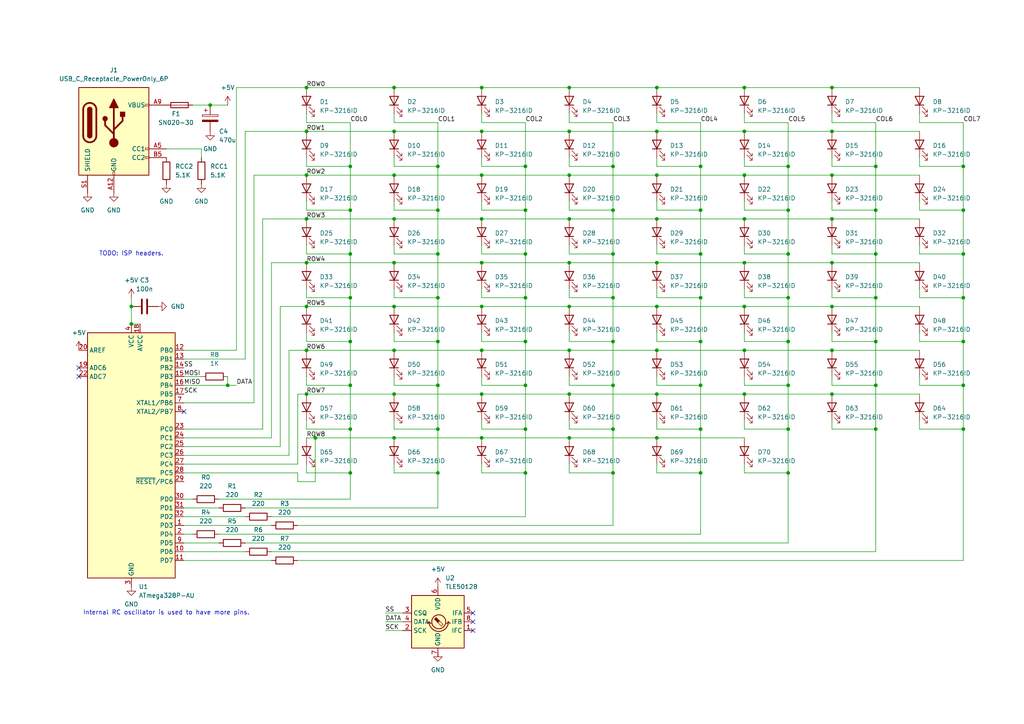
<source format=kicad_sch>
(kicad_sch
	(version 20250114)
	(generator "eeschema")
	(generator_version "9.0")
	(uuid "674c601c-8422-4e70-82bf-6c5b2cb54094")
	(paper "A4")
	
	(text "Internal RC oscillator is used to have more pins."
		(exclude_from_sim no)
		(at 48.26 177.8 0)
		(effects
			(font
				(size 1.27 1.27)
			)
		)
		(uuid "76e6faac-f0f9-4266-a43a-93dd70735de8")
	)
	(text "TODO: ISP headers."
		(exclude_from_sim no)
		(at 38.1 73.66 0)
		(effects
			(font
				(size 1.27 1.27)
			)
		)
		(uuid "80dfb38a-8534-4395-8b19-de133056ceeb")
	)
	(junction
		(at 88.9 25.4)
		(diameter 0)
		(color 0 0 0 0)
		(uuid "0000cf4e-a51c-4bf6-9e03-6e4415ebc4ca")
	)
	(junction
		(at 114.3 63.5)
		(diameter 0)
		(color 0 0 0 0)
		(uuid "018a1b53-617f-494b-9cf4-29402a838c53")
	)
	(junction
		(at 215.9 76.2)
		(diameter 0)
		(color 0 0 0 0)
		(uuid "02652ad3-87fb-49b6-a6d7-605e54170251")
	)
	(junction
		(at 254 60.96)
		(diameter 0)
		(color 0 0 0 0)
		(uuid "047f5e7e-ee23-40f3-acf7-c1aa13089f9d")
	)
	(junction
		(at 101.6 60.96)
		(diameter 0)
		(color 0 0 0 0)
		(uuid "068a0301-e020-451b-b1f6-05b1211204b4")
	)
	(junction
		(at 254 99.06)
		(diameter 0)
		(color 0 0 0 0)
		(uuid "0a2fab38-b7a0-4b2d-95b7-07eccfef7853")
	)
	(junction
		(at 177.8 86.36)
		(diameter 0)
		(color 0 0 0 0)
		(uuid "0b4616d3-1558-446d-a0ef-c033d3368fa6")
	)
	(junction
		(at 215.9 101.6)
		(diameter 0)
		(color 0 0 0 0)
		(uuid "0be9f9d8-66e9-4306-a5e7-aca33e6424f0")
	)
	(junction
		(at 165.1 101.6)
		(diameter 0)
		(color 0 0 0 0)
		(uuid "0f99bd5b-fef8-44c4-9de9-d461e24ec700")
	)
	(junction
		(at 241.3 63.5)
		(diameter 0)
		(color 0 0 0 0)
		(uuid "1290a130-8f3d-4f90-91c7-cb793d3072d4")
	)
	(junction
		(at 88.9 114.3)
		(diameter 0)
		(color 0 0 0 0)
		(uuid "1295a498-c94a-4032-a646-2933b7a85b2a")
	)
	(junction
		(at 139.7 50.8)
		(diameter 0)
		(color 0 0 0 0)
		(uuid "133c1c7e-24ff-4c0e-a161-303facc0a937")
	)
	(junction
		(at 203.2 73.66)
		(diameter 0)
		(color 0 0 0 0)
		(uuid "135b5731-8e05-4369-8bb0-8cadf351278d")
	)
	(junction
		(at 190.5 76.2)
		(diameter 0)
		(color 0 0 0 0)
		(uuid "14289b81-8ce2-44f7-819a-6bb787e5ebd4")
	)
	(junction
		(at 66.04 111.76)
		(diameter 0)
		(color 0 0 0 0)
		(uuid "1433c173-600e-4cba-b224-dbdd3329e70b")
	)
	(junction
		(at 241.3 88.9)
		(diameter 0)
		(color 0 0 0 0)
		(uuid "187fb0b9-60f4-41b0-8570-89d2fc18e097")
	)
	(junction
		(at 165.1 63.5)
		(diameter 0)
		(color 0 0 0 0)
		(uuid "22f7204b-8cde-4311-a9b1-9ed31b12027f")
	)
	(junction
		(at 165.1 76.2)
		(diameter 0)
		(color 0 0 0 0)
		(uuid "25f83eee-4014-4bd0-b0ad-aa6e02483222")
	)
	(junction
		(at 177.8 99.06)
		(diameter 0)
		(color 0 0 0 0)
		(uuid "262c50e3-ae3a-4850-bf90-2c20ad55ff16")
	)
	(junction
		(at 88.9 76.2)
		(diameter 0)
		(color 0 0 0 0)
		(uuid "27ba7a6e-58f3-45d7-b163-5a35a9121c92")
	)
	(junction
		(at 139.7 114.3)
		(diameter 0)
		(color 0 0 0 0)
		(uuid "28c8960d-c65c-4fe1-94ff-dd3d3ce93128")
	)
	(junction
		(at 127 48.26)
		(diameter 0)
		(color 0 0 0 0)
		(uuid "2d2aaa50-032a-48fb-9583-ae327d3d085d")
	)
	(junction
		(at 215.9 50.8)
		(diameter 0)
		(color 0 0 0 0)
		(uuid "2de4db37-9005-497f-b6e3-2011ff61da00")
	)
	(junction
		(at 152.4 48.26)
		(diameter 0)
		(color 0 0 0 0)
		(uuid "2e81a322-0587-4c46-b3bd-30b5298a4722")
	)
	(junction
		(at 127 73.66)
		(diameter 0)
		(color 0 0 0 0)
		(uuid "2f8defd5-ed26-453b-a9de-240b5ce12bd0")
	)
	(junction
		(at 228.6 86.36)
		(diameter 0)
		(color 0 0 0 0)
		(uuid "30d20a50-bacc-40a5-aadb-4b851dad0197")
	)
	(junction
		(at 177.8 48.26)
		(diameter 0)
		(color 0 0 0 0)
		(uuid "325c6025-3055-4a05-938e-34eddeff11b9")
	)
	(junction
		(at 114.3 114.3)
		(diameter 0)
		(color 0 0 0 0)
		(uuid "33134357-2437-4de2-887f-c0fec40316fd")
	)
	(junction
		(at 241.3 50.8)
		(diameter 0)
		(color 0 0 0 0)
		(uuid "336964d1-f714-4a11-b51a-e49e9f0cc8c4")
	)
	(junction
		(at 127 124.46)
		(diameter 0)
		(color 0 0 0 0)
		(uuid "343d2d3d-a554-4d15-b9a2-821777b3aa2d")
	)
	(junction
		(at 152.4 99.06)
		(diameter 0)
		(color 0 0 0 0)
		(uuid "37be7515-5f93-4b91-ae7e-96cc7a1acd6b")
	)
	(junction
		(at 114.3 38.1)
		(diameter 0)
		(color 0 0 0 0)
		(uuid "3ed72c6c-852c-4d68-999b-d1cf8b787a5a")
	)
	(junction
		(at 139.7 76.2)
		(diameter 0)
		(color 0 0 0 0)
		(uuid "4052aebc-a9e4-480f-937f-5dce73bda250")
	)
	(junction
		(at 279.4 99.06)
		(diameter 0)
		(color 0 0 0 0)
		(uuid "42f52393-c7e6-4202-afc1-185960dbd6fd")
	)
	(junction
		(at 215.9 38.1)
		(diameter 0)
		(color 0 0 0 0)
		(uuid "49cdb656-e1e9-4499-8e29-18ae0bd99a8e")
	)
	(junction
		(at 190.5 88.9)
		(diameter 0)
		(color 0 0 0 0)
		(uuid "4b9de5b8-39f3-4c3b-82be-9bf24a127759")
	)
	(junction
		(at 127 86.36)
		(diameter 0)
		(color 0 0 0 0)
		(uuid "4ccf82a7-ee7d-46ae-96b3-ebc813e081aa")
	)
	(junction
		(at 114.3 50.8)
		(diameter 0)
		(color 0 0 0 0)
		(uuid "4d453481-cfd8-47f4-8496-527c808ce580")
	)
	(junction
		(at 139.7 25.4)
		(diameter 0)
		(color 0 0 0 0)
		(uuid "4ff35417-dbfa-41bc-aac7-fc8411adcf67")
	)
	(junction
		(at 165.1 38.1)
		(diameter 0)
		(color 0 0 0 0)
		(uuid "54661f79-5fe5-45de-9d58-df687ad79328")
	)
	(junction
		(at 228.6 137.16)
		(diameter 0)
		(color 0 0 0 0)
		(uuid "56e91cf4-0224-472c-a3fc-ada54f9b9940")
	)
	(junction
		(at 279.4 124.46)
		(diameter 0)
		(color 0 0 0 0)
		(uuid "578b36ca-53a2-43ca-b2ce-99724e379a91")
	)
	(junction
		(at 203.2 124.46)
		(diameter 0)
		(color 0 0 0 0)
		(uuid "5853e111-b546-43d1-9a78-85292c35e1ce")
	)
	(junction
		(at 228.6 60.96)
		(diameter 0)
		(color 0 0 0 0)
		(uuid "58bce70d-535e-4394-a524-fe5abff9eebe")
	)
	(junction
		(at 177.8 73.66)
		(diameter 0)
		(color 0 0 0 0)
		(uuid "5aaca7dc-00e9-4984-81d3-895f029535ec")
	)
	(junction
		(at 165.1 88.9)
		(diameter 0)
		(color 0 0 0 0)
		(uuid "5df8974f-42a3-45d0-8cd0-d74093b58f09")
	)
	(junction
		(at 190.5 63.5)
		(diameter 0)
		(color 0 0 0 0)
		(uuid "5efb7029-6f95-450e-b0b7-84e364a19bf0")
	)
	(junction
		(at 127 137.16)
		(diameter 0)
		(color 0 0 0 0)
		(uuid "621e83d7-057b-472f-8b8f-5f55839536d6")
	)
	(junction
		(at 203.2 48.26)
		(diameter 0)
		(color 0 0 0 0)
		(uuid "65ef9426-2166-4cfd-8fc2-b8593b67d7b4")
	)
	(junction
		(at 203.2 99.06)
		(diameter 0)
		(color 0 0 0 0)
		(uuid "666d2c95-9d91-4f3f-aaaa-38510ed227ae")
	)
	(junction
		(at 279.4 48.26)
		(diameter 0)
		(color 0 0 0 0)
		(uuid "695ed96e-be69-4d81-8cfa-d1964c3bc4c7")
	)
	(junction
		(at 101.6 137.16)
		(diameter 0)
		(color 0 0 0 0)
		(uuid "6a303c0a-24ab-47a3-98a7-56fa90d458c3")
	)
	(junction
		(at 139.7 101.6)
		(diameter 0)
		(color 0 0 0 0)
		(uuid "6bc81634-374e-4f1c-ae60-da76a8a1c446")
	)
	(junction
		(at 88.9 50.8)
		(diameter 0)
		(color 0 0 0 0)
		(uuid "6ff3a520-f2ca-4025-a296-f19471959ecf")
	)
	(junction
		(at 152.4 60.96)
		(diameter 0)
		(color 0 0 0 0)
		(uuid "710dfd4d-10c2-4b98-b63b-2783f0bbccb5")
	)
	(junction
		(at 177.8 137.16)
		(diameter 0)
		(color 0 0 0 0)
		(uuid "723a3273-da5a-4fb2-ac1a-9ad4b0b680e6")
	)
	(junction
		(at 152.4 124.46)
		(diameter 0)
		(color 0 0 0 0)
		(uuid "7563c013-c8b3-465f-ab45-1183500e1cf3")
	)
	(junction
		(at 254 111.76)
		(diameter 0)
		(color 0 0 0 0)
		(uuid "75865a9e-da7e-4782-a453-1a15e5045cec")
	)
	(junction
		(at 88.9 38.1)
		(diameter 0)
		(color 0 0 0 0)
		(uuid "7630f1c4-23c9-402c-9945-46e61d84199f")
	)
	(junction
		(at 203.2 111.76)
		(diameter 0)
		(color 0 0 0 0)
		(uuid "76ed1874-fdfd-49ab-a766-d5e9d53884e2")
	)
	(junction
		(at 127 60.96)
		(diameter 0)
		(color 0 0 0 0)
		(uuid "78f4d28a-369e-4a73-b99c-0ae2ebe771a8")
	)
	(junction
		(at 241.3 38.1)
		(diameter 0)
		(color 0 0 0 0)
		(uuid "792b8015-c536-4c9c-bac1-bb1df8645cb5")
	)
	(junction
		(at 88.9 63.5)
		(diameter 0)
		(color 0 0 0 0)
		(uuid "79e46f4b-6709-4b31-8c19-91f978221ac0")
	)
	(junction
		(at 190.5 25.4)
		(diameter 0)
		(color 0 0 0 0)
		(uuid "7e6357ca-9efe-48e7-b109-e5a5c59a63ef")
	)
	(junction
		(at 165.1 50.8)
		(diameter 0)
		(color 0 0 0 0)
		(uuid "818f4449-c4bb-4bba-b83c-0a3299b7071c")
	)
	(junction
		(at 228.6 73.66)
		(diameter 0)
		(color 0 0 0 0)
		(uuid "843e152b-9112-490f-ab83-8104dd57e286")
	)
	(junction
		(at 203.2 137.16)
		(diameter 0)
		(color 0 0 0 0)
		(uuid "84b572d4-e35d-4749-829d-df36e66011e3")
	)
	(junction
		(at 279.4 86.36)
		(diameter 0)
		(color 0 0 0 0)
		(uuid "85621b73-5dc0-40c7-b538-37ecb170272d")
	)
	(junction
		(at 177.8 60.96)
		(diameter 0)
		(color 0 0 0 0)
		(uuid "863bd1d1-dd85-447c-a757-656de15636ed")
	)
	(junction
		(at 114.3 88.9)
		(diameter 0)
		(color 0 0 0 0)
		(uuid "880ee580-e5f7-4b3c-9834-982ca8518e96")
	)
	(junction
		(at 241.3 25.4)
		(diameter 0)
		(color 0 0 0 0)
		(uuid "8ba2d42f-568a-43f2-8727-ec309ee2c3ec")
	)
	(junction
		(at 38.1 88.9)
		(diameter 0)
		(color 0 0 0 0)
		(uuid "8dc24a3a-e112-4ce2-a4e2-551057d7d258")
	)
	(junction
		(at 215.9 25.4)
		(diameter 0)
		(color 0 0 0 0)
		(uuid "8e3e3e4d-3fa1-4897-a17e-f58f5a72ad2e")
	)
	(junction
		(at 177.8 111.76)
		(diameter 0)
		(color 0 0 0 0)
		(uuid "9174814b-8c33-4a34-9e74-3a3b4550e294")
	)
	(junction
		(at 114.3 127)
		(diameter 0)
		(color 0 0 0 0)
		(uuid "922e0263-d8d4-4617-abd8-f5980a4b790a")
	)
	(junction
		(at 165.1 127)
		(diameter 0)
		(color 0 0 0 0)
		(uuid "99e2c79c-c642-4816-b64b-aa03fe57c7f7")
	)
	(junction
		(at 101.6 99.06)
		(diameter 0)
		(color 0 0 0 0)
		(uuid "9cfffa6e-03e7-45ae-8565-20d16bf45ec4")
	)
	(junction
		(at 254 73.66)
		(diameter 0)
		(color 0 0 0 0)
		(uuid "9d73f363-ce1b-460c-bb32-690122671f94")
	)
	(junction
		(at 101.6 48.26)
		(diameter 0)
		(color 0 0 0 0)
		(uuid "9da9b5c0-2eba-4c84-9d39-7c08848bb95f")
	)
	(junction
		(at 127 111.76)
		(diameter 0)
		(color 0 0 0 0)
		(uuid "9f824a36-4174-4b2e-926c-dc585eae96d8")
	)
	(junction
		(at 114.3 76.2)
		(diameter 0)
		(color 0 0 0 0)
		(uuid "a4ae6f0d-e92e-4430-bfaf-2d46d98c515f")
	)
	(junction
		(at 152.4 111.76)
		(diameter 0)
		(color 0 0 0 0)
		(uuid "a52c8e74-f9d5-497a-8920-3e98d2ca0997")
	)
	(junction
		(at 88.9 88.9)
		(diameter 0)
		(color 0 0 0 0)
		(uuid "a7937e5c-01d7-4304-ac27-7b5b5a43e3a5")
	)
	(junction
		(at 165.1 114.3)
		(diameter 0)
		(color 0 0 0 0)
		(uuid "aa5597ce-8dcf-459f-b0d3-5a06a69bef77")
	)
	(junction
		(at 241.3 101.6)
		(diameter 0)
		(color 0 0 0 0)
		(uuid "aebb7c97-528c-45bb-ac97-4599db3237c2")
	)
	(junction
		(at 190.5 38.1)
		(diameter 0)
		(color 0 0 0 0)
		(uuid "b045bc65-e709-407a-b2b6-8efe6f34bcb8")
	)
	(junction
		(at 190.5 101.6)
		(diameter 0)
		(color 0 0 0 0)
		(uuid "b0a2f27c-5b3c-4487-b265-bbd283459f68")
	)
	(junction
		(at 101.6 73.66)
		(diameter 0)
		(color 0 0 0 0)
		(uuid "b46ee75a-52b7-4e86-b63f-9a9ff3afe01b")
	)
	(junction
		(at 228.6 111.76)
		(diameter 0)
		(color 0 0 0 0)
		(uuid "b75a5e47-6fbd-4772-8165-7c28c869dd5f")
	)
	(junction
		(at 88.9 101.6)
		(diameter 0)
		(color 0 0 0 0)
		(uuid "ba39bf7a-4a19-475b-bdf4-c4f5865579fb")
	)
	(junction
		(at 101.6 124.46)
		(diameter 0)
		(color 0 0 0 0)
		(uuid "bd6e3516-2a32-440d-9dea-48121c5ad7aa")
	)
	(junction
		(at 139.7 127)
		(diameter 0)
		(color 0 0 0 0)
		(uuid "c5be2c47-7333-4b67-82b4-2290c424d6fd")
	)
	(junction
		(at 254 124.46)
		(diameter 0)
		(color 0 0 0 0)
		(uuid "c6a41b6b-abb5-4436-bfca-8d87e0fd6c92")
	)
	(junction
		(at 241.3 114.3)
		(diameter 0)
		(color 0 0 0 0)
		(uuid "c840a71e-cc68-4a32-a94a-37d7bf3da5d9")
	)
	(junction
		(at 165.1 25.4)
		(diameter 0)
		(color 0 0 0 0)
		(uuid "cc00e635-ad93-4ebe-9770-559c0d0f835e")
	)
	(junction
		(at 279.4 60.96)
		(diameter 0)
		(color 0 0 0 0)
		(uuid "ccd54651-d393-4322-b0f1-849719105b8a")
	)
	(junction
		(at 254 86.36)
		(diameter 0)
		(color 0 0 0 0)
		(uuid "ce90b447-f508-4e77-8b49-cb160e8346e8")
	)
	(junction
		(at 215.9 88.9)
		(diameter 0)
		(color 0 0 0 0)
		(uuid "cfff06c9-622e-4b48-8fdb-270139868a03")
	)
	(junction
		(at 203.2 86.36)
		(diameter 0)
		(color 0 0 0 0)
		(uuid "d0633312-661e-4fb9-bea1-65a9e45d7ebe")
	)
	(junction
		(at 152.4 86.36)
		(diameter 0)
		(color 0 0 0 0)
		(uuid "d28fc972-1799-43b7-9ce2-212ba6525b48")
	)
	(junction
		(at 38.1 93.98)
		(diameter 0)
		(color 0 0 0 0)
		(uuid "d74cb973-5282-4bba-a230-5ec624f08028")
	)
	(junction
		(at 152.4 137.16)
		(diameter 0)
		(color 0 0 0 0)
		(uuid "da7d4824-61da-4951-9ddf-b43b38689760")
	)
	(junction
		(at 215.9 63.5)
		(diameter 0)
		(color 0 0 0 0)
		(uuid "db0b490e-55ec-4825-8d56-898e443f1d2f")
	)
	(junction
		(at 177.8 124.46)
		(diameter 0)
		(color 0 0 0 0)
		(uuid "de5519d0-b0b5-4660-b8e6-2802e3f6d2b1")
	)
	(junction
		(at 139.7 88.9)
		(diameter 0)
		(color 0 0 0 0)
		(uuid "df595c4d-9800-496e-b3f8-3767c09d966e")
	)
	(junction
		(at 228.6 124.46)
		(diameter 0)
		(color 0 0 0 0)
		(uuid "dfbeb6da-d7eb-442e-99c5-b9595562da5e")
	)
	(junction
		(at 215.9 114.3)
		(diameter 0)
		(color 0 0 0 0)
		(uuid "dfeedb14-3998-4f54-8d54-d954b823d42d")
	)
	(junction
		(at 254 48.26)
		(diameter 0)
		(color 0 0 0 0)
		(uuid "e0e9a347-c5ae-4c6c-96e8-629276016e09")
	)
	(junction
		(at 228.6 99.06)
		(diameter 0)
		(color 0 0 0 0)
		(uuid "e2c98773-5371-4de1-9b89-e6de3bb83467")
	)
	(junction
		(at 114.3 25.4)
		(diameter 0)
		(color 0 0 0 0)
		(uuid "e5e4f72a-a05a-448f-b6db-9e190c4f1c3d")
	)
	(junction
		(at 152.4 73.66)
		(diameter 0)
		(color 0 0 0 0)
		(uuid "e60fde95-1680-4b63-bd3f-633b6b460029")
	)
	(junction
		(at 127 99.06)
		(diameter 0)
		(color 0 0 0 0)
		(uuid "e704eecc-e2ae-4050-b2fd-7f9e1f0e2791")
	)
	(junction
		(at 190.5 127)
		(diameter 0)
		(color 0 0 0 0)
		(uuid "e7177c6c-cbee-4abf-8a90-cd764942b0fd")
	)
	(junction
		(at 190.5 50.8)
		(diameter 0)
		(color 0 0 0 0)
		(uuid "e8c7b3f6-4de0-49df-93d8-4383cff99d0e")
	)
	(junction
		(at 203.2 60.96)
		(diameter 0)
		(color 0 0 0 0)
		(uuid "ebb45516-af8d-4ff8-89dd-2d98a24be43b")
	)
	(junction
		(at 91.44 127)
		(diameter 0)
		(color 0 0 0 0)
		(uuid "ec081593-5ed6-4527-b918-67d3da711dac")
	)
	(junction
		(at 241.3 76.2)
		(diameter 0)
		(color 0 0 0 0)
		(uuid "ecda2c3f-1d8b-45e3-b6a9-c6f441377d41")
	)
	(junction
		(at 114.3 101.6)
		(diameter 0)
		(color 0 0 0 0)
		(uuid "ed1e517c-5fac-4768-95df-ba056cf20815")
	)
	(junction
		(at 101.6 111.76)
		(diameter 0)
		(color 0 0 0 0)
		(uuid "edc6ecc5-2d60-4a32-ac5b-3ac40c548d2b")
	)
	(junction
		(at 279.4 111.76)
		(diameter 0)
		(color 0 0 0 0)
		(uuid "ef4c5c7a-1333-4f03-ae8d-c7baf397a7c5")
	)
	(junction
		(at 60.96 30.48)
		(diameter 0)
		(color 0 0 0 0)
		(uuid "f416e63f-2ca5-4595-b376-99b2895678d1")
	)
	(junction
		(at 101.6 86.36)
		(diameter 0)
		(color 0 0 0 0)
		(uuid "f667cbf7-7261-4e7e-aa45-1858c4ece664")
	)
	(junction
		(at 228.6 48.26)
		(diameter 0)
		(color 0 0 0 0)
		(uuid "f6b99c63-2dbe-4efa-aeea-78ab8475c936")
	)
	(junction
		(at 190.5 114.3)
		(diameter 0)
		(color 0 0 0 0)
		(uuid "f74f641d-3a99-4290-b54f-aa559d488726")
	)
	(junction
		(at 139.7 38.1)
		(diameter 0)
		(color 0 0 0 0)
		(uuid "f752b0d3-adfd-4e16-958d-c090b9e4eded")
	)
	(junction
		(at 139.7 63.5)
		(diameter 0)
		(color 0 0 0 0)
		(uuid "f7aa616a-e8dc-41a0-8f55-dee3100ad287")
	)
	(junction
		(at 279.4 73.66)
		(diameter 0)
		(color 0 0 0 0)
		(uuid "fa57c0c9-bc34-40c8-be90-7e0e6e2eb754")
	)
	(no_connect
		(at 137.16 177.8)
		(uuid "1cbc4fff-2b5a-4ce8-8880-70385ad136f9")
	)
	(no_connect
		(at 137.16 180.34)
		(uuid "1da9dd51-0350-4af8-b933-94bb71f96871")
	)
	(no_connect
		(at 137.16 182.88)
		(uuid "28b2251e-7d7b-4aef-9490-d7df00d9c2a8")
	)
	(no_connect
		(at 114.3 233.68)
		(uuid "435ffa60-7f5f-4e7d-9b69-dbe11df5c9aa")
	)
	(no_connect
		(at 53.34 119.38)
		(uuid "6d457ace-a1fe-422a-989a-5ef354aead5e")
	)
	(no_connect
		(at 22.86 106.68)
		(uuid "6dd4eaec-2dba-42b7-a5eb-d3726bb8d12a")
	)
	(no_connect
		(at 114.3 228.6)
		(uuid "760adcfc-cef1-47ae-8944-07db5330b061")
	)
	(no_connect
		(at 22.86 109.22)
		(uuid "867004c3-631b-45f8-bb3a-deaf183bb6ea")
	)
	(no_connect
		(at 114.3 231.14)
		(uuid "a49ec045-07b0-4087-8237-3367ea940e18")
	)
	(wire
		(pts
			(xy 190.5 73.66) (xy 203.2 73.66)
		)
		(stroke
			(width 0)
			(type default)
		)
		(uuid "0011e828-a3d2-4d9f-8daa-e42fd0122685")
	)
	(wire
		(pts
			(xy 254 99.06) (xy 254 86.36)
		)
		(stroke
			(width 0)
			(type default)
		)
		(uuid "01b0a7e7-6a55-44a6-89f4-b84d59653b3d")
	)
	(wire
		(pts
			(xy 279.4 86.36) (xy 279.4 73.66)
		)
		(stroke
			(width 0)
			(type default)
		)
		(uuid "04a5c896-2aed-41a7-8b7a-07c333900f9d")
	)
	(wire
		(pts
			(xy 228.6 99.06) (xy 228.6 86.36)
		)
		(stroke
			(width 0)
			(type default)
		)
		(uuid "051876d2-4831-4493-ba0e-7b196c2c0f83")
	)
	(wire
		(pts
			(xy 38.1 86.36) (xy 38.1 88.9)
		)
		(stroke
			(width 0)
			(type default)
		)
		(uuid "0532e01d-9f91-4a16-b625-d138ac8a0e0d")
	)
	(wire
		(pts
			(xy 71.12 147.32) (xy 127 147.32)
		)
		(stroke
			(width 0)
			(type default)
		)
		(uuid "05394770-0457-431e-852a-b32a02ebfaaa")
	)
	(wire
		(pts
			(xy 203.2 60.96) (xy 203.2 48.26)
		)
		(stroke
			(width 0)
			(type default)
		)
		(uuid "05b92807-9d08-408f-bd13-5a1ccead593b")
	)
	(wire
		(pts
			(xy 114.3 48.26) (xy 127 48.26)
		)
		(stroke
			(width 0)
			(type default)
		)
		(uuid "05e7e073-c664-4bcc-aa01-4e2d015222c6")
	)
	(wire
		(pts
			(xy 177.8 35.56) (xy 165.1 35.56)
		)
		(stroke
			(width 0)
			(type default)
		)
		(uuid "070a33ab-b5e7-45d6-80c4-8537dd7becda")
	)
	(wire
		(pts
			(xy 190.5 111.76) (xy 203.2 111.76)
		)
		(stroke
			(width 0)
			(type default)
		)
		(uuid "07329e0b-f2f2-45c2-aeb2-bab6f019c416")
	)
	(wire
		(pts
			(xy 279.4 48.26) (xy 279.4 35.56)
		)
		(stroke
			(width 0)
			(type default)
		)
		(uuid "076e1b86-61d6-4bf9-bd16-e29ba43eb79d")
	)
	(wire
		(pts
			(xy 215.9 50.8) (xy 241.3 50.8)
		)
		(stroke
			(width 0)
			(type default)
		)
		(uuid "0935f645-af30-4b77-9b64-e13b5f6fd50d")
	)
	(wire
		(pts
			(xy 215.9 99.06) (xy 228.6 99.06)
		)
		(stroke
			(width 0)
			(type default)
		)
		(uuid "0a00264b-5e6d-43f5-88da-6cb2f6e8d630")
	)
	(wire
		(pts
			(xy 139.7 101.6) (xy 165.1 101.6)
		)
		(stroke
			(width 0)
			(type default)
		)
		(uuid "0a4c8033-fe95-4a46-8544-4554e62ba9d7")
	)
	(wire
		(pts
			(xy 203.2 35.56) (xy 190.5 35.56)
		)
		(stroke
			(width 0)
			(type default)
		)
		(uuid "0b10d317-2000-4c6b-91fb-7fd5ca7011ec")
	)
	(wire
		(pts
			(xy 88.9 73.66) (xy 101.6 73.66)
		)
		(stroke
			(width 0)
			(type default)
		)
		(uuid "0bd9ad8f-98b3-40b7-8bde-4e0e5f7137a2")
	)
	(wire
		(pts
			(xy 190.5 50.8) (xy 215.9 50.8)
		)
		(stroke
			(width 0)
			(type default)
		)
		(uuid "0d0fc8fb-d58b-4380-b96c-95c0b201ecff")
	)
	(wire
		(pts
			(xy 266.7 60.96) (xy 279.4 60.96)
		)
		(stroke
			(width 0)
			(type default)
		)
		(uuid "0d831211-c9ce-419e-bfa9-b1eeadc1c5d8")
	)
	(wire
		(pts
			(xy 266.7 83.82) (xy 266.7 86.36)
		)
		(stroke
			(width 0)
			(type default)
		)
		(uuid "100ebaea-e1be-49ca-b4d7-08df5dbdefbf")
	)
	(wire
		(pts
			(xy 76.2 63.5) (xy 76.2 124.46)
		)
		(stroke
			(width 0)
			(type default)
		)
		(uuid "15946933-5a82-47b0-aa21-5f740d254770")
	)
	(wire
		(pts
			(xy 101.6 86.36) (xy 101.6 73.66)
		)
		(stroke
			(width 0)
			(type default)
		)
		(uuid "164fdf40-63f7-4dc5-b108-7cbd8ba91174")
	)
	(wire
		(pts
			(xy 266.7 96.52) (xy 266.7 99.06)
		)
		(stroke
			(width 0)
			(type default)
		)
		(uuid "1868452f-a2d9-4458-9c0d-bf8ce7432476")
	)
	(wire
		(pts
			(xy 241.3 99.06) (xy 254 99.06)
		)
		(stroke
			(width 0)
			(type default)
		)
		(uuid "18c78256-53c9-43b7-91b7-fd5f9330748e")
	)
	(wire
		(pts
			(xy 266.7 45.72) (xy 266.7 48.26)
		)
		(stroke
			(width 0)
			(type default)
		)
		(uuid "192391b4-6ae1-4fb0-b722-0dd21a2a9c62")
	)
	(wire
		(pts
			(xy 101.6 48.26) (xy 101.6 35.56)
		)
		(stroke
			(width 0)
			(type default)
		)
		(uuid "1a06168a-569f-470e-8e8c-20f674aee38d")
	)
	(wire
		(pts
			(xy 58.42 43.18) (xy 58.42 45.72)
		)
		(stroke
			(width 0)
			(type default)
		)
		(uuid "1a0ff778-6bac-4e0b-b9a8-50b84ff4bbe8")
	)
	(wire
		(pts
			(xy 101.6 60.96) (xy 101.6 48.26)
		)
		(stroke
			(width 0)
			(type default)
		)
		(uuid "1af4dd0a-c59a-4d69-be55-11e47c22db3f")
	)
	(wire
		(pts
			(xy 60.96 30.48) (xy 66.04 30.48)
		)
		(stroke
			(width 0)
			(type default)
		)
		(uuid "1c4f13cc-eee0-405f-afce-d826d46592f6")
	)
	(wire
		(pts
			(xy 139.7 35.56) (xy 139.7 33.02)
		)
		(stroke
			(width 0)
			(type default)
		)
		(uuid "1f2663b5-bd7f-4556-a68f-6d82d959f384")
	)
	(wire
		(pts
			(xy 152.4 35.56) (xy 139.7 35.56)
		)
		(stroke
			(width 0)
			(type default)
		)
		(uuid "1f6dbd40-b70c-404d-a859-a7affdde2f74")
	)
	(wire
		(pts
			(xy 91.44 127) (xy 88.9 127)
		)
		(stroke
			(width 0)
			(type default)
		)
		(uuid "1fcb74fa-146b-43e7-90ed-df9d34dea829")
	)
	(wire
		(pts
			(xy 127 73.66) (xy 127 60.96)
		)
		(stroke
			(width 0)
			(type default)
		)
		(uuid "20b03087-2d4f-4e52-b6fe-b362c8a28791")
	)
	(wire
		(pts
			(xy 203.2 99.06) (xy 203.2 111.76)
		)
		(stroke
			(width 0)
			(type default)
		)
		(uuid "22d2369f-6de1-4b5b-bb5c-5bc6c1edcd80")
	)
	(wire
		(pts
			(xy 165.1 76.2) (xy 190.5 76.2)
		)
		(stroke
			(width 0)
			(type default)
		)
		(uuid "247da608-e789-47c8-9c99-d8a371a941f7")
	)
	(wire
		(pts
			(xy 266.7 48.26) (xy 279.4 48.26)
		)
		(stroke
			(width 0)
			(type default)
		)
		(uuid "26334b66-19e1-4a41-9778-0398f6df7151")
	)
	(wire
		(pts
			(xy 279.4 99.06) (xy 279.4 86.36)
		)
		(stroke
			(width 0)
			(type default)
		)
		(uuid "269c2f38-f280-45cc-8f76-60e0397309c2")
	)
	(wire
		(pts
			(xy 215.9 76.2) (xy 241.3 76.2)
		)
		(stroke
			(width 0)
			(type default)
		)
		(uuid "2896f8fe-0a1f-444e-97ae-ad896b0fa4b9")
	)
	(wire
		(pts
			(xy 254 35.56) (xy 241.3 35.56)
		)
		(stroke
			(width 0)
			(type default)
		)
		(uuid "28c2fb7d-c421-4e39-8008-dc6b2b6bd3a5")
	)
	(wire
		(pts
			(xy 81.28 88.9) (xy 88.9 88.9)
		)
		(stroke
			(width 0)
			(type default)
		)
		(uuid "28dd7e09-812e-48e8-b6af-3c0b89a1414a")
	)
	(wire
		(pts
			(xy 139.7 121.92) (xy 139.7 124.46)
		)
		(stroke
			(width 0)
			(type default)
		)
		(uuid "28f36ddf-f85d-4b89-be1f-0f15c0cc3734")
	)
	(wire
		(pts
			(xy 88.9 35.56) (xy 88.9 33.02)
		)
		(stroke
			(width 0)
			(type default)
		)
		(uuid "29502589-f1de-4cc6-be9f-2558ea6cb4e3")
	)
	(wire
		(pts
			(xy 111.76 177.8) (xy 116.84 177.8)
		)
		(stroke
			(width 0)
			(type default)
		)
		(uuid "298d7b71-af8a-4a9d-bb44-f8140cf771b9")
	)
	(wire
		(pts
			(xy 114.3 96.52) (xy 114.3 99.06)
		)
		(stroke
			(width 0)
			(type default)
		)
		(uuid "29aab446-efd0-40ad-9101-69b038220e41")
	)
	(wire
		(pts
			(xy 127 48.26) (xy 127 35.56)
		)
		(stroke
			(width 0)
			(type default)
		)
		(uuid "29b278f2-57aa-44a4-b572-55f6e886013b")
	)
	(wire
		(pts
			(xy 241.3 111.76) (xy 254 111.76)
		)
		(stroke
			(width 0)
			(type default)
		)
		(uuid "2ac3a513-dccc-4a47-82f0-e16ec6f3c35b")
	)
	(wire
		(pts
			(xy 78.74 76.2) (xy 88.9 76.2)
		)
		(stroke
			(width 0)
			(type default)
		)
		(uuid "2c5fc417-1cb8-46c8-a4d7-a9c352c53324")
	)
	(wire
		(pts
			(xy 71.12 38.1) (xy 88.9 38.1)
		)
		(stroke
			(width 0)
			(type default)
		)
		(uuid "2c8dbd3c-de2e-419b-9bf8-5c58cc441b41")
	)
	(wire
		(pts
			(xy 73.66 50.8) (xy 88.9 50.8)
		)
		(stroke
			(width 0)
			(type default)
		)
		(uuid "2caae5e1-34cc-4910-89bd-7557f3d0b8fd")
	)
	(wire
		(pts
			(xy 127 86.36) (xy 127 73.66)
		)
		(stroke
			(width 0)
			(type default)
		)
		(uuid "2cf0d637-2441-4157-aac0-b7ae4eb28ba6")
	)
	(wire
		(pts
			(xy 279.4 111.76) (xy 279.4 99.06)
		)
		(stroke
			(width 0)
			(type default)
		)
		(uuid "2d01552a-f79b-495a-b392-7274136c669e")
	)
	(wire
		(pts
			(xy 88.9 76.2) (xy 114.3 76.2)
		)
		(stroke
			(width 0)
			(type default)
		)
		(uuid "2d2dcd94-65bd-4ec3-abc5-d94ae09ed922")
	)
	(wire
		(pts
			(xy 86.36 139.7) (xy 91.44 139.7)
		)
		(stroke
			(width 0)
			(type default)
		)
		(uuid "2d80e0a1-2ebe-4033-a9fa-9b62f2326a7b")
	)
	(wire
		(pts
			(xy 215.9 38.1) (xy 241.3 38.1)
		)
		(stroke
			(width 0)
			(type default)
		)
		(uuid "2d836ce1-d88a-44e2-b2d3-1441b3197c99")
	)
	(wire
		(pts
			(xy 215.9 60.96) (xy 228.6 60.96)
		)
		(stroke
			(width 0)
			(type default)
		)
		(uuid "2dbaf575-c786-4b8c-bae6-077bd43ea6bf")
	)
	(wire
		(pts
			(xy 203.2 137.16) (xy 203.2 154.94)
		)
		(stroke
			(width 0)
			(type default)
		)
		(uuid "2ddf0436-ad08-4fa1-a245-4ea3c53658ee")
	)
	(wire
		(pts
			(xy 165.1 58.42) (xy 165.1 60.96)
		)
		(stroke
			(width 0)
			(type default)
		)
		(uuid "2e4afc13-451d-43ba-a04f-a85aad5cb6df")
	)
	(wire
		(pts
			(xy 86.36 137.16) (xy 86.36 139.7)
		)
		(stroke
			(width 0)
			(type default)
		)
		(uuid "2f428e6b-ebdb-469d-be35-3546890a1cda")
	)
	(wire
		(pts
			(xy 190.5 48.26) (xy 203.2 48.26)
		)
		(stroke
			(width 0)
			(type default)
		)
		(uuid "2f4c129a-fac4-4ab6-96d8-3ce3fe8383d4")
	)
	(wire
		(pts
			(xy 88.9 58.42) (xy 88.9 60.96)
		)
		(stroke
			(width 0)
			(type default)
		)
		(uuid "2fe57e6a-5fe9-45dc-be9c-ddb3274ad705")
	)
	(wire
		(pts
			(xy 66.04 109.22) (xy 66.04 111.76)
		)
		(stroke
			(width 0)
			(type default)
		)
		(uuid "30d89256-3adc-49b9-a459-f4529bcbc074")
	)
	(wire
		(pts
			(xy 139.7 58.42) (xy 139.7 60.96)
		)
		(stroke
			(width 0)
			(type default)
		)
		(uuid "3189369f-1fa3-4a9a-a481-85861b366995")
	)
	(wire
		(pts
			(xy 53.34 116.84) (xy 73.66 116.84)
		)
		(stroke
			(width 0)
			(type default)
		)
		(uuid "31a828ed-9cb8-4be1-b016-475f0f0508f3")
	)
	(wire
		(pts
			(xy 53.34 127) (xy 78.74 127)
		)
		(stroke
			(width 0)
			(type default)
		)
		(uuid "31da3927-da1f-48f8-9a24-cfe115dfe2e7")
	)
	(wire
		(pts
			(xy 165.1 50.8) (xy 190.5 50.8)
		)
		(stroke
			(width 0)
			(type default)
		)
		(uuid "32221a9d-217d-4975-a5b4-2685f636137b")
	)
	(wire
		(pts
			(xy 38.1 93.98) (xy 40.64 93.98)
		)
		(stroke
			(width 0)
			(type default)
		)
		(uuid "328a4c12-d8d9-43ce-a6a9-17c0e5a5e765")
	)
	(wire
		(pts
			(xy 241.3 58.42) (xy 241.3 60.96)
		)
		(stroke
			(width 0)
			(type default)
		)
		(uuid "32b33062-e4c2-44f0-a1ba-35c1bfae8904")
	)
	(wire
		(pts
			(xy 88.9 83.82) (xy 88.9 86.36)
		)
		(stroke
			(width 0)
			(type default)
		)
		(uuid "32d0c6f5-7f27-466c-8350-fc7fbadadb12")
	)
	(wire
		(pts
			(xy 53.34 137.16) (xy 86.36 137.16)
		)
		(stroke
			(width 0)
			(type default)
		)
		(uuid "346174b7-5e64-4586-b831-db4c5b40095f")
	)
	(wire
		(pts
			(xy 139.7 48.26) (xy 152.4 48.26)
		)
		(stroke
			(width 0)
			(type default)
		)
		(uuid "355122c6-b233-4f0d-8452-b0a795d7fdfb")
	)
	(wire
		(pts
			(xy 55.88 30.48) (xy 60.96 30.48)
		)
		(stroke
			(width 0)
			(type default)
		)
		(uuid "35da3631-1afc-4da3-a499-31ffcfaec164")
	)
	(wire
		(pts
			(xy 165.1 73.66) (xy 177.8 73.66)
		)
		(stroke
			(width 0)
			(type default)
		)
		(uuid "3a480eed-88e8-4d08-8610-fd7445695d6f")
	)
	(wire
		(pts
			(xy 177.8 137.16) (xy 177.8 152.4)
		)
		(stroke
			(width 0)
			(type default)
		)
		(uuid "3a91d76e-ed14-4438-816a-c6960b98f081")
	)
	(wire
		(pts
			(xy 114.3 58.42) (xy 114.3 60.96)
		)
		(stroke
			(width 0)
			(type default)
		)
		(uuid "3b678779-084d-4a83-936e-24b3eab94dcf")
	)
	(wire
		(pts
			(xy 114.3 111.76) (xy 127 111.76)
		)
		(stroke
			(width 0)
			(type default)
		)
		(uuid "3c973d17-2b2e-422a-9cc6-7353408d7e8f")
	)
	(wire
		(pts
			(xy 241.3 76.2) (xy 266.7 76.2)
		)
		(stroke
			(width 0)
			(type default)
		)
		(uuid "3cb15128-52d8-4e59-9dc4-d11a293f31bf")
	)
	(wire
		(pts
			(xy 279.4 73.66) (xy 279.4 60.96)
		)
		(stroke
			(width 0)
			(type default)
		)
		(uuid "3d4446cf-3cce-4f8c-a8ab-5493c4a1f6b3")
	)
	(wire
		(pts
			(xy 165.1 71.12) (xy 165.1 73.66)
		)
		(stroke
			(width 0)
			(type default)
		)
		(uuid "3ef09633-d8fe-4ca4-8147-23033f590143")
	)
	(wire
		(pts
			(xy 241.3 45.72) (xy 241.3 48.26)
		)
		(stroke
			(width 0)
			(type default)
		)
		(uuid "3f8319c6-d520-4eea-b775-ebd9c4e709d7")
	)
	(wire
		(pts
			(xy 88.9 96.52) (xy 88.9 99.06)
		)
		(stroke
			(width 0)
			(type default)
		)
		(uuid "40187ff9-dfdf-45f7-850d-da0512a23538")
	)
	(wire
		(pts
			(xy 127 35.56) (xy 114.3 35.56)
		)
		(stroke
			(width 0)
			(type default)
		)
		(uuid "404bc747-f72a-40a0-8d3f-2e98dff62c23")
	)
	(wire
		(pts
			(xy 215.9 111.76) (xy 228.6 111.76)
		)
		(stroke
			(width 0)
			(type default)
		)
		(uuid "406d3c28-4c60-4924-bee8-98c309ef04f8")
	)
	(wire
		(pts
			(xy 190.5 96.52) (xy 190.5 99.06)
		)
		(stroke
			(width 0)
			(type default)
		)
		(uuid "40a84269-f30c-4ec7-8ebc-a899758388e8")
	)
	(wire
		(pts
			(xy 88.9 60.96) (xy 101.6 60.96)
		)
		(stroke
			(width 0)
			(type default)
		)
		(uuid "411a2c1e-9829-4d37-83e2-b3bf1646ae8d")
	)
	(wire
		(pts
			(xy 88.9 134.62) (xy 88.9 137.16)
		)
		(stroke
			(width 0)
			(type default)
		)
		(uuid "42230432-c364-4031-aa51-6566d6c69a24")
	)
	(wire
		(pts
			(xy 139.7 63.5) (xy 165.1 63.5)
		)
		(stroke
			(width 0)
			(type default)
		)
		(uuid "44ff4709-a77c-4bc0-b749-38feddb14ca1")
	)
	(wire
		(pts
			(xy 86.36 152.4) (xy 177.8 152.4)
		)
		(stroke
			(width 0)
			(type default)
		)
		(uuid "46c47a23-d30d-484b-a12d-c7ab2c425606")
	)
	(wire
		(pts
			(xy 139.7 25.4) (xy 165.1 25.4)
		)
		(stroke
			(width 0)
			(type default)
		)
		(uuid "46f38d6d-39be-4a90-a9d0-9cd91970bb0a")
	)
	(wire
		(pts
			(xy 165.1 88.9) (xy 190.5 88.9)
		)
		(stroke
			(width 0)
			(type default)
		)
		(uuid "4702d632-d9f7-4f6a-919d-1de2606a461b")
	)
	(wire
		(pts
			(xy 203.2 73.66) (xy 203.2 60.96)
		)
		(stroke
			(width 0)
			(type default)
		)
		(uuid "474243eb-5109-458c-a420-2c8cb3f0c56f")
	)
	(wire
		(pts
			(xy 152.4 99.06) (xy 152.4 86.36)
		)
		(stroke
			(width 0)
			(type default)
		)
		(uuid "4792aaee-fd32-4ead-9ac0-62f2bef34bea")
	)
	(wire
		(pts
			(xy 215.9 83.82) (xy 215.9 86.36)
		)
		(stroke
			(width 0)
			(type default)
		)
		(uuid "4870b8bb-fb49-427b-9f8e-c820d1e602c9")
	)
	(wire
		(pts
			(xy 152.4 48.26) (xy 152.4 35.56)
		)
		(stroke
			(width 0)
			(type default)
		)
		(uuid "48a79256-e2f1-4df0-b07a-f72df4eea445")
	)
	(wire
		(pts
			(xy 190.5 134.62) (xy 190.5 137.16)
		)
		(stroke
			(width 0)
			(type default)
		)
		(uuid "490f3673-6059-4b1e-b3fe-c4671767ca20")
	)
	(wire
		(pts
			(xy 139.7 71.12) (xy 139.7 73.66)
		)
		(stroke
			(width 0)
			(type default)
		)
		(uuid "495775ee-b7a3-4f0f-a746-c22e04809f40")
	)
	(wire
		(pts
			(xy 139.7 127) (xy 165.1 127)
		)
		(stroke
			(width 0)
			(type default)
		)
		(uuid "4a77a1d9-381a-4bed-b5f5-7394fd8eeb53")
	)
	(wire
		(pts
			(xy 190.5 86.36) (xy 203.2 86.36)
		)
		(stroke
			(width 0)
			(type default)
		)
		(uuid "4c53df3e-bca7-4bc5-83cb-a723fdb66ba3")
	)
	(wire
		(pts
			(xy 63.5 154.94) (xy 203.2 154.94)
		)
		(stroke
			(width 0)
			(type default)
		)
		(uuid "4cbfb753-44d2-4fcd-967c-4ea16a2129b5")
	)
	(wire
		(pts
			(xy 190.5 58.42) (xy 190.5 60.96)
		)
		(stroke
			(width 0)
			(type default)
		)
		(uuid "4d3fe19f-80f2-4912-895b-f1f4af9bb20b")
	)
	(wire
		(pts
			(xy 241.3 35.56) (xy 241.3 33.02)
		)
		(stroke
			(width 0)
			(type default)
		)
		(uuid "4d79d2e4-d0c9-4505-a781-4bfd76c73747")
	)
	(wire
		(pts
			(xy 165.1 127) (xy 190.5 127)
		)
		(stroke
			(width 0)
			(type default)
		)
		(uuid "4e720f54-03df-4200-b3a3-6626969426e1")
	)
	(wire
		(pts
			(xy 190.5 76.2) (xy 215.9 76.2)
		)
		(stroke
			(width 0)
			(type default)
		)
		(uuid "4ee84da1-8ea3-4fcd-a572-0e12a318767d")
	)
	(wire
		(pts
			(xy 190.5 137.16) (xy 203.2 137.16)
		)
		(stroke
			(width 0)
			(type default)
		)
		(uuid "502049f2-dfea-420f-8857-467d649f5833")
	)
	(wire
		(pts
			(xy 228.6 111.76) (xy 228.6 99.06)
		)
		(stroke
			(width 0)
			(type default)
		)
		(uuid "51f95cac-3feb-4d75-a27c-d156d4f44988")
	)
	(wire
		(pts
			(xy 254 111.76) (xy 254 99.06)
		)
		(stroke
			(width 0)
			(type default)
		)
		(uuid "523f962a-8489-4394-88ff-5ce1dc14a0f8")
	)
	(wire
		(pts
			(xy 53.34 160.02) (xy 71.12 160.02)
		)
		(stroke
			(width 0)
			(type default)
		)
		(uuid "53496239-8f85-4a5a-ad09-9a5db9924ee1")
	)
	(wire
		(pts
			(xy 241.3 88.9) (xy 266.7 88.9)
		)
		(stroke
			(width 0)
			(type default)
		)
		(uuid "53aebf3e-c9e9-4aae-812c-efacd5f49385")
	)
	(wire
		(pts
			(xy 53.34 134.62) (xy 86.36 134.62)
		)
		(stroke
			(width 0)
			(type default)
		)
		(uuid "548d659b-9d8e-4eea-aafa-4d849038b5ec")
	)
	(wire
		(pts
			(xy 88.9 25.4) (xy 114.3 25.4)
		)
		(stroke
			(width 0)
			(type default)
		)
		(uuid "549a98dc-f845-4e7d-af34-37b9a94c4429")
	)
	(wire
		(pts
			(xy 266.7 73.66) (xy 279.4 73.66)
		)
		(stroke
			(width 0)
			(type default)
		)
		(uuid "5626887b-e905-4864-9b03-e56bc2ce57ac")
	)
	(wire
		(pts
			(xy 81.28 88.9) (xy 81.28 129.54)
		)
		(stroke
			(width 0)
			(type default)
		)
		(uuid "563c3bdc-7e5f-400f-95b0-1d57a7ac5c75")
	)
	(wire
		(pts
			(xy 203.2 111.76) (xy 203.2 124.46)
		)
		(stroke
			(width 0)
			(type default)
		)
		(uuid "573f366b-c37e-445d-97ce-a8d5e0a266f5")
	)
	(wire
		(pts
			(xy 53.34 109.22) (xy 58.42 109.22)
		)
		(stroke
			(width 0)
			(type default)
		)
		(uuid "574382a1-5690-4f39-a14f-2bdc4f06e868")
	)
	(wire
		(pts
			(xy 177.8 111.76) (xy 177.8 124.46)
		)
		(stroke
			(width 0)
			(type default)
		)
		(uuid "579c0524-a571-48da-9a06-5d9783e768a1")
	)
	(wire
		(pts
			(xy 53.34 104.14) (xy 71.12 104.14)
		)
		(stroke
			(width 0)
			(type default)
		)
		(uuid "588ffca9-72d7-40b2-9e20-48e17f6f2ad8")
	)
	(wire
		(pts
			(xy 241.3 121.92) (xy 241.3 124.46)
		)
		(stroke
			(width 0)
			(type default)
		)
		(uuid "59ca4f8b-354d-4a42-ab93-736448a91686")
	)
	(wire
		(pts
			(xy 190.5 60.96) (xy 203.2 60.96)
		)
		(stroke
			(width 0)
			(type default)
		)
		(uuid "5abd46bd-b695-43dd-8910-72b7b2e05588")
	)
	(wire
		(pts
			(xy 53.34 147.32) (xy 63.5 147.32)
		)
		(stroke
			(width 0)
			(type default)
		)
		(uuid "5c46e433-4493-492f-b1b2-20e88502d999")
	)
	(wire
		(pts
			(xy 78.74 149.86) (xy 152.4 149.86)
		)
		(stroke
			(width 0)
			(type default)
		)
		(uuid "5cbcc555-65d9-4969-95d8-1ba975b20a88")
	)
	(wire
		(pts
			(xy 190.5 121.92) (xy 190.5 124.46)
		)
		(stroke
			(width 0)
			(type default)
		)
		(uuid "5d7da615-f662-4636-9a3c-e7a99da6bf10")
	)
	(wire
		(pts
			(xy 152.4 60.96) (xy 152.4 48.26)
		)
		(stroke
			(width 0)
			(type default)
		)
		(uuid "5d936e8b-ad08-4876-8dc4-443423bfa98b")
	)
	(wire
		(pts
			(xy 266.7 121.92) (xy 266.7 124.46)
		)
		(stroke
			(width 0)
			(type default)
		)
		(uuid "5dffa97b-3ef1-4bf2-8b1f-6ee248db85c9")
	)
	(wire
		(pts
			(xy 241.3 38.1) (xy 266.7 38.1)
		)
		(stroke
			(width 0)
			(type default)
		)
		(uuid "5f724ed4-ddb9-4327-96aa-63ec4e22acc9")
	)
	(wire
		(pts
			(xy 71.12 157.48) (xy 228.6 157.48)
		)
		(stroke
			(width 0)
			(type default)
		)
		(uuid "60f3221b-0d96-4080-b3ca-bfc731759851")
	)
	(wire
		(pts
			(xy 114.3 86.36) (xy 127 86.36)
		)
		(stroke
			(width 0)
			(type default)
		)
		(uuid "615fc635-d088-4bcc-8912-9c20477ff89a")
	)
	(wire
		(pts
			(xy 215.9 88.9) (xy 241.3 88.9)
		)
		(stroke
			(width 0)
			(type default)
		)
		(uuid "61661159-6d21-412f-978e-971d3abcc7d1")
	)
	(wire
		(pts
			(xy 228.6 35.56) (xy 215.9 35.56)
		)
		(stroke
			(width 0)
			(type default)
		)
		(uuid "61686ef1-732d-4978-b066-09d6f431a0b3")
	)
	(wire
		(pts
			(xy 177.8 60.96) (xy 177.8 48.26)
		)
		(stroke
			(width 0)
			(type default)
		)
		(uuid "629ab177-ac57-4f8a-8238-a339992afc28")
	)
	(wire
		(pts
			(xy 190.5 127) (xy 215.9 127)
		)
		(stroke
			(width 0)
			(type default)
		)
		(uuid "62bd60ed-b737-4c3b-ad81-9da2762059da")
	)
	(wire
		(pts
			(xy 215.9 58.42) (xy 215.9 60.96)
		)
		(stroke
			(width 0)
			(type default)
		)
		(uuid "6490a0f9-fd2e-470a-a486-3702156e1d83")
	)
	(wire
		(pts
			(xy 165.1 101.6) (xy 190.5 101.6)
		)
		(stroke
			(width 0)
			(type default)
		)
		(uuid "64b1ef8d-1c10-4b0a-b022-38a36c5b52a7")
	)
	(wire
		(pts
			(xy 215.9 109.22) (xy 215.9 111.76)
		)
		(stroke
			(width 0)
			(type default)
		)
		(uuid "65fe506c-608d-462f-a847-efd82d3bd3f8")
	)
	(wire
		(pts
			(xy 215.9 134.62) (xy 215.9 137.16)
		)
		(stroke
			(width 0)
			(type default)
		)
		(uuid "678d20ab-3bc1-4af4-8bff-fa93bcea8391")
	)
	(wire
		(pts
			(xy 190.5 71.12) (xy 190.5 73.66)
		)
		(stroke
			(width 0)
			(type default)
		)
		(uuid "67ccf67c-bff3-4536-9db2-d3bf6c8f45d4")
	)
	(wire
		(pts
			(xy 88.9 38.1) (xy 114.3 38.1)
		)
		(stroke
			(width 0)
			(type default)
		)
		(uuid "67fbdbcd-85e9-4b0b-b275-bccfc6f6bf70")
	)
	(wire
		(pts
			(xy 139.7 45.72) (xy 139.7 48.26)
		)
		(stroke
			(width 0)
			(type default)
		)
		(uuid "68c1a68f-7847-4305-99cf-4a5e7c89151b")
	)
	(wire
		(pts
			(xy 241.3 71.12) (xy 241.3 73.66)
		)
		(stroke
			(width 0)
			(type default)
		)
		(uuid "68d242c4-7a25-471f-a2f0-a289bf90c3cb")
	)
	(wire
		(pts
			(xy 139.7 124.46) (xy 152.4 124.46)
		)
		(stroke
			(width 0)
			(type default)
		)
		(uuid "68f91f2e-2c01-4f96-ac2a-92682aee5e1a")
	)
	(wire
		(pts
			(xy 165.1 99.06) (xy 177.8 99.06)
		)
		(stroke
			(width 0)
			(type default)
		)
		(uuid "69282ce2-10c6-400c-b716-095fe7acbf7e")
	)
	(wire
		(pts
			(xy 78.74 160.02) (xy 254 160.02)
		)
		(stroke
			(width 0)
			(type default)
		)
		(uuid "69775814-760d-4343-9558-97106257c7e6")
	)
	(wire
		(pts
			(xy 88.9 137.16) (xy 101.6 137.16)
		)
		(stroke
			(width 0)
			(type default)
		)
		(uuid "69cbc34f-ee1a-4335-a8ef-3bec1e82c1cc")
	)
	(wire
		(pts
			(xy 139.7 96.52) (xy 139.7 99.06)
		)
		(stroke
			(width 0)
			(type default)
		)
		(uuid "6bc866a7-bb45-4146-8229-257adf101c74")
	)
	(wire
		(pts
			(xy 215.9 63.5) (xy 241.3 63.5)
		)
		(stroke
			(width 0)
			(type default)
		)
		(uuid "6cdd3862-386f-4e39-b907-aa6d0a7d5878")
	)
	(wire
		(pts
			(xy 165.1 35.56) (xy 165.1 33.02)
		)
		(stroke
			(width 0)
			(type default)
		)
		(uuid "6ce75d27-528e-4479-a9b8-e7f998e4d8a9")
	)
	(wire
		(pts
			(xy 127 99.06) (xy 127 86.36)
		)
		(stroke
			(width 0)
			(type default)
		)
		(uuid "6d3ce33d-4084-4ec9-a2ef-d6a7bff4c7bf")
	)
	(wire
		(pts
			(xy 53.34 152.4) (xy 78.74 152.4)
		)
		(stroke
			(width 0)
			(type default)
		)
		(uuid "6fab28c1-d5dd-42ea-afdf-22fa7e6688c2")
	)
	(wire
		(pts
			(xy 139.7 109.22) (xy 139.7 111.76)
		)
		(stroke
			(width 0)
			(type default)
		)
		(uuid "70023330-d934-4a76-b4a8-09d3f38ff0b5")
	)
	(wire
		(pts
			(xy 228.6 73.66) (xy 228.6 60.96)
		)
		(stroke
			(width 0)
			(type default)
		)
		(uuid "71a0f7bb-491d-41b7-aa3c-69075276dd61")
	)
	(wire
		(pts
			(xy 127 124.46) (xy 127 137.16)
		)
		(stroke
			(width 0)
			(type default)
		)
		(uuid "71ef4073-cba0-4779-8a38-91e51ca4ec11")
	)
	(wire
		(pts
			(xy 215.9 137.16) (xy 228.6 137.16)
		)
		(stroke
			(width 0)
			(type default)
		)
		(uuid "722df41f-6932-4725-b1c9-9438fa445e97")
	)
	(wire
		(pts
			(xy 114.3 101.6) (xy 139.7 101.6)
		)
		(stroke
			(width 0)
			(type default)
		)
		(uuid "72b090df-8502-4147-a597-d025bc4477fd")
	)
	(wire
		(pts
			(xy 266.7 124.46) (xy 279.4 124.46)
		)
		(stroke
			(width 0)
			(type default)
		)
		(uuid "73963d49-71c7-40dc-931a-8380f72de503")
	)
	(wire
		(pts
			(xy 177.8 111.76) (xy 177.8 99.06)
		)
		(stroke
			(width 0)
			(type default)
		)
		(uuid "73aee922-befe-4af9-b1ca-7d184b8c5133")
	)
	(wire
		(pts
			(xy 114.3 35.56) (xy 114.3 33.02)
		)
		(stroke
			(width 0)
			(type default)
		)
		(uuid "74d62438-135a-4ae6-920e-318d133a0acf")
	)
	(wire
		(pts
			(xy 177.8 73.66) (xy 177.8 60.96)
		)
		(stroke
			(width 0)
			(type default)
		)
		(uuid "756fb120-3b44-4641-9a0c-39c06f05741f")
	)
	(wire
		(pts
			(xy 139.7 73.66) (xy 152.4 73.66)
		)
		(stroke
			(width 0)
			(type default)
		)
		(uuid "75eeb110-96ec-48a4-953e-46fcb932a0d0")
	)
	(wire
		(pts
			(xy 88.9 114.3) (xy 114.3 114.3)
		)
		(stroke
			(width 0)
			(type default)
		)
		(uuid "7636cb87-86f3-4310-9c76-2960b234d5a7")
	)
	(wire
		(pts
			(xy 241.3 73.66) (xy 254 73.66)
		)
		(stroke
			(width 0)
			(type default)
		)
		(uuid "773ecd90-cd73-4f6a-b024-64b8971e8958")
	)
	(wire
		(pts
			(xy 241.3 63.5) (xy 266.7 63.5)
		)
		(stroke
			(width 0)
			(type default)
		)
		(uuid "778a695b-02a0-4b67-88c6-f239422a2678")
	)
	(wire
		(pts
			(xy 76.2 63.5) (xy 88.9 63.5)
		)
		(stroke
			(width 0)
			(type default)
		)
		(uuid "79d7d30f-894a-4613-b80a-3dddd213b62e")
	)
	(wire
		(pts
			(xy 254 124.46) (xy 254 160.02)
		)
		(stroke
			(width 0)
			(type default)
		)
		(uuid "7b6c414e-204b-46fa-aee1-eb99f6105571")
	)
	(wire
		(pts
			(xy 165.1 60.96) (xy 177.8 60.96)
		)
		(stroke
			(width 0)
			(type default)
		)
		(uuid "7d4fb090-7f58-4ecf-8e03-7694562f7aa8")
	)
	(wire
		(pts
			(xy 215.9 101.6) (xy 241.3 101.6)
		)
		(stroke
			(width 0)
			(type default)
		)
		(uuid "7e453e2a-59f4-4112-ad79-903e73544488")
	)
	(wire
		(pts
			(xy 215.9 25.4) (xy 241.3 25.4)
		)
		(stroke
			(width 0)
			(type default)
		)
		(uuid "7e5820c9-034a-4546-bd9c-4047fa7e5d08")
	)
	(wire
		(pts
			(xy 190.5 114.3) (xy 215.9 114.3)
		)
		(stroke
			(width 0)
			(type default)
		)
		(uuid "7f35d78a-268a-4985-bef7-415668459805")
	)
	(wire
		(pts
			(xy 152.4 73.66) (xy 152.4 60.96)
		)
		(stroke
			(width 0)
			(type default)
		)
		(uuid "80ed6a55-6680-4b7f-ada9-2e5aa1a8e69d")
	)
	(wire
		(pts
			(xy 215.9 114.3) (xy 241.3 114.3)
		)
		(stroke
			(width 0)
			(type default)
		)
		(uuid "8130550f-a9e1-4d18-a03d-d94e9d05f84d")
	)
	(wire
		(pts
			(xy 139.7 60.96) (xy 152.4 60.96)
		)
		(stroke
			(width 0)
			(type default)
		)
		(uuid "81cf91da-f3f1-48bd-be83-6f6ffb651513")
	)
	(wire
		(pts
			(xy 266.7 86.36) (xy 279.4 86.36)
		)
		(stroke
			(width 0)
			(type default)
		)
		(uuid "82a46ca7-b96f-495b-b8bd-74974a620574")
	)
	(wire
		(pts
			(xy 78.74 76.2) (xy 78.74 127)
		)
		(stroke
			(width 0)
			(type default)
		)
		(uuid "82c8535b-e733-410b-8552-168d40b2228a")
	)
	(wire
		(pts
			(xy 114.3 71.12) (xy 114.3 73.66)
		)
		(stroke
			(width 0)
			(type default)
		)
		(uuid "82cb4033-e69d-4530-918a-e86c1c6001db")
	)
	(wire
		(pts
			(xy 165.1 96.52) (xy 165.1 99.06)
		)
		(stroke
			(width 0)
			(type default)
		)
		(uuid "83f2ee11-c07b-4149-9e74-94f4e352910a")
	)
	(wire
		(pts
			(xy 139.7 137.16) (xy 152.4 137.16)
		)
		(stroke
			(width 0)
			(type default)
		)
		(uuid "85f295f7-d232-4730-b712-e21c4bdabb11")
	)
	(wire
		(pts
			(xy 127 111.76) (xy 127 99.06)
		)
		(stroke
			(width 0)
			(type default)
		)
		(uuid "85f4d441-9020-49dc-96c9-aae2a1a4ba66")
	)
	(wire
		(pts
			(xy 139.7 86.36) (xy 152.4 86.36)
		)
		(stroke
			(width 0)
			(type default)
		)
		(uuid "86dacd62-8348-4319-8d9f-7f73b31d1d26")
	)
	(wire
		(pts
			(xy 254 60.96) (xy 254 48.26)
		)
		(stroke
			(width 0)
			(type default)
		)
		(uuid "88368921-043d-49c9-98a7-9854a69717ab")
	)
	(wire
		(pts
			(xy 228.6 157.48) (xy 228.6 137.16)
		)
		(stroke
			(width 0)
			(type default)
		)
		(uuid "88502388-f108-4cd2-9627-96e582cf7d02")
	)
	(wire
		(pts
			(xy 203.2 86.36) (xy 203.2 73.66)
		)
		(stroke
			(width 0)
			(type default)
		)
		(uuid "88b8debc-ad64-40d4-8262-33e2ca93ba6a")
	)
	(wire
		(pts
			(xy 190.5 83.82) (xy 190.5 86.36)
		)
		(stroke
			(width 0)
			(type default)
		)
		(uuid "892dba11-d795-403d-a9e6-384584e7b09a")
	)
	(wire
		(pts
			(xy 66.04 111.76) (xy 68.58 111.76)
		)
		(stroke
			(width 0)
			(type default)
		)
		(uuid "895c5fb9-171f-4533-a13a-644a8c29081c")
	)
	(wire
		(pts
			(xy 190.5 38.1) (xy 215.9 38.1)
		)
		(stroke
			(width 0)
			(type default)
		)
		(uuid "89a5edd0-8dd3-4dd6-aca6-bdf0eb3e13d7")
	)
	(wire
		(pts
			(xy 165.1 109.22) (xy 165.1 111.76)
		)
		(stroke
			(width 0)
			(type default)
		)
		(uuid "8a6e8c73-4d74-44c7-908e-c86d3bb9fcf5")
	)
	(wire
		(pts
			(xy 88.9 121.92) (xy 88.9 124.46)
		)
		(stroke
			(width 0)
			(type default)
		)
		(uuid "8a9d85a7-3bea-4dee-b8f4-fbc4491f1a2b")
	)
	(wire
		(pts
			(xy 101.6 111.76) (xy 101.6 124.46)
		)
		(stroke
			(width 0)
			(type default)
		)
		(uuid "8adc9875-8fb0-40d2-a78a-ac5981ac864c")
	)
	(wire
		(pts
			(xy 88.9 86.36) (xy 101.6 86.36)
		)
		(stroke
			(width 0)
			(type default)
		)
		(uuid "8b186936-43fc-4a86-9898-5d0cf4e11119")
	)
	(wire
		(pts
			(xy 279.4 60.96) (xy 279.4 48.26)
		)
		(stroke
			(width 0)
			(type default)
		)
		(uuid "8b1b9954-e2f5-4668-afa7-8236074e56d3")
	)
	(wire
		(pts
			(xy 101.6 137.16) (xy 101.6 144.78)
		)
		(stroke
			(width 0)
			(type default)
		)
		(uuid "8c248962-5694-4ae7-972d-69d523f7c69c")
	)
	(wire
		(pts
			(xy 101.6 124.46) (xy 101.6 137.16)
		)
		(stroke
			(width 0)
			(type default)
		)
		(uuid "8c6caad6-b58e-437b-a809-1cf9d769b569")
	)
	(wire
		(pts
			(xy 241.3 48.26) (xy 254 48.26)
		)
		(stroke
			(width 0)
			(type default)
		)
		(uuid "8ce8c2c1-7757-4f8d-bb24-17b7b426f4e8")
	)
	(wire
		(pts
			(xy 241.3 60.96) (xy 254 60.96)
		)
		(stroke
			(width 0)
			(type default)
		)
		(uuid "8d29b825-45db-4dce-b814-ae8f105b8e22")
	)
	(wire
		(pts
			(xy 228.6 137.16) (xy 228.6 124.46)
		)
		(stroke
			(width 0)
			(type default)
		)
		(uuid "8ea99df6-542c-4a84-b2bb-ba902fe71b38")
	)
	(wire
		(pts
			(xy 165.1 111.76) (xy 177.8 111.76)
		)
		(stroke
			(width 0)
			(type default)
		)
		(uuid "8efb768b-8013-4215-bad6-f643ece0b63f")
	)
	(wire
		(pts
			(xy 111.76 180.34) (xy 116.84 180.34)
		)
		(stroke
			(width 0)
			(type default)
		)
		(uuid "8f01ae26-d6c7-4d9b-9e7e-4a029b55afa6")
	)
	(wire
		(pts
			(xy 190.5 109.22) (xy 190.5 111.76)
		)
		(stroke
			(width 0)
			(type default)
		)
		(uuid "8f519261-5434-4956-93c4-75f0b6898ede")
	)
	(wire
		(pts
			(xy 139.7 111.76) (xy 152.4 111.76)
		)
		(stroke
			(width 0)
			(type default)
		)
		(uuid "916cbad8-ecf5-48e1-a0ba-0c7eeb2292dc")
	)
	(wire
		(pts
			(xy 228.6 60.96) (xy 228.6 48.26)
		)
		(stroke
			(width 0)
			(type default)
		)
		(uuid "926f0ac4-c296-4382-ba36-59246813e1c3")
	)
	(wire
		(pts
			(xy 241.3 86.36) (xy 254 86.36)
		)
		(stroke
			(width 0)
			(type default)
		)
		(uuid "943ffde9-7a18-4e6b-967f-ef0c25a28e96")
	)
	(wire
		(pts
			(xy 101.6 99.06) (xy 101.6 86.36)
		)
		(stroke
			(width 0)
			(type default)
		)
		(uuid "9473ab74-0bb6-4b99-ad07-064a06b5a408")
	)
	(wire
		(pts
			(xy 203.2 99.06) (xy 203.2 86.36)
		)
		(stroke
			(width 0)
			(type default)
		)
		(uuid "9476e0db-6aa6-4b78-8ac4-33a450ea0dd3")
	)
	(wire
		(pts
			(xy 114.3 45.72) (xy 114.3 48.26)
		)
		(stroke
			(width 0)
			(type default)
		)
		(uuid "9555fba8-7953-4b14-932b-b68128619591")
	)
	(wire
		(pts
			(xy 83.82 101.6) (xy 88.9 101.6)
		)
		(stroke
			(width 0)
			(type default)
		)
		(uuid "95c31faf-3e90-447e-9a4c-9a157b20ae23")
	)
	(wire
		(pts
			(xy 215.9 45.72) (xy 215.9 48.26)
		)
		(stroke
			(width 0)
			(type default)
		)
		(uuid "96645c97-db69-4d39-8085-cc03485fc4d1")
	)
	(wire
		(pts
			(xy 152.4 111.76) (xy 152.4 99.06)
		)
		(stroke
			(width 0)
			(type default)
		)
		(uuid "973c3c66-4d4f-45e7-b7d7-64bdcc778c3d")
	)
	(wire
		(pts
			(xy 88.9 109.22) (xy 88.9 111.76)
		)
		(stroke
			(width 0)
			(type default)
		)
		(uuid "97fdd43b-e8e2-4c68-b008-0d8080a4b50f")
	)
	(wire
		(pts
			(xy 86.36 162.56) (xy 279.4 162.56)
		)
		(stroke
			(width 0)
			(type default)
		)
		(uuid "9a00339e-89d4-4c6c-abb1-44aa2ee01532")
	)
	(wire
		(pts
			(xy 139.7 83.82) (xy 139.7 86.36)
		)
		(stroke
			(width 0)
			(type default)
		)
		(uuid "9a855992-9c14-4105-a3ad-808e5d0fb259")
	)
	(wire
		(pts
			(xy 241.3 114.3) (xy 266.7 114.3)
		)
		(stroke
			(width 0)
			(type default)
		)
		(uuid "9c319ad6-198c-4c85-891b-96f1a051dc03")
	)
	(wire
		(pts
			(xy 266.7 99.06) (xy 279.4 99.06)
		)
		(stroke
			(width 0)
			(type default)
		)
		(uuid "9cc54999-8c65-4b54-bf63-ad280709248d")
	)
	(wire
		(pts
			(xy 165.1 48.26) (xy 177.8 48.26)
		)
		(stroke
			(width 0)
			(type default)
		)
		(uuid "9cd272d5-3be2-4149-a3a6-0f30256badff")
	)
	(wire
		(pts
			(xy 165.1 137.16) (xy 177.8 137.16)
		)
		(stroke
			(width 0)
			(type default)
		)
		(uuid "9d8e0ce8-a5ff-4a30-930d-14b1861f7fd2")
	)
	(wire
		(pts
			(xy 165.1 124.46) (xy 177.8 124.46)
		)
		(stroke
			(width 0)
			(type default)
		)
		(uuid "9f0e276d-df40-46af-be39-884965464447")
	)
	(wire
		(pts
			(xy 101.6 73.66) (xy 101.6 60.96)
		)
		(stroke
			(width 0)
			(type default)
		)
		(uuid "a0113431-5ce3-4027-82aa-0b11a19cebb1")
	)
	(wire
		(pts
			(xy 114.3 38.1) (xy 139.7 38.1)
		)
		(stroke
			(width 0)
			(type default)
		)
		(uuid "a10108a6-fd07-45ae-ad87-d43144fa6efa")
	)
	(wire
		(pts
			(xy 53.34 162.56) (xy 78.74 162.56)
		)
		(stroke
			(width 0)
			(type default)
		)
		(uuid "a2fc8a5b-82fd-4f0a-93df-d93c9d7d14bd")
	)
	(wire
		(pts
			(xy 53.34 132.08) (xy 83.82 132.08)
		)
		(stroke
			(width 0)
			(type default)
		)
		(uuid "a3097cfa-601f-477c-9f21-42337cb2afb7")
	)
	(wire
		(pts
			(xy 88.9 101.6) (xy 114.3 101.6)
		)
		(stroke
			(width 0)
			(type default)
		)
		(uuid "a341602f-a94a-46d4-b721-d62bc3d155e1")
	)
	(wire
		(pts
			(xy 279.4 124.46) (xy 279.4 111.76)
		)
		(stroke
			(width 0)
			(type default)
		)
		(uuid "a3fa139a-7f2c-485d-bceb-b245281d904f")
	)
	(wire
		(pts
			(xy 114.3 99.06) (xy 127 99.06)
		)
		(stroke
			(width 0)
			(type default)
		)
		(uuid "a49d081f-6740-4ae0-b405-bb0b291498a3")
	)
	(wire
		(pts
			(xy 88.9 88.9) (xy 114.3 88.9)
		)
		(stroke
			(width 0)
			(type default)
		)
		(uuid "a584fdb6-598d-49fe-a281-0e744e1ef451")
	)
	(wire
		(pts
			(xy 114.3 137.16) (xy 127 137.16)
		)
		(stroke
			(width 0)
			(type default)
		)
		(uuid "a6c5158c-27e6-4879-9a39-e1e5fb8757a0")
	)
	(wire
		(pts
			(xy 53.34 101.6) (xy 68.58 101.6)
		)
		(stroke
			(width 0)
			(type default)
		)
		(uuid "a862559b-1326-4fc3-b7db-b18bdad62a91")
	)
	(wire
		(pts
			(xy 114.3 134.62) (xy 114.3 137.16)
		)
		(stroke
			(width 0)
			(type default)
		)
		(uuid "a881db53-6f82-4dfb-a72a-cd9a3f8cbb73")
	)
	(wire
		(pts
			(xy 241.3 101.6) (xy 266.7 101.6)
		)
		(stroke
			(width 0)
			(type default)
		)
		(uuid "a9023778-2ce7-46ae-91c6-3969b3710040")
	)
	(wire
		(pts
			(xy 215.9 48.26) (xy 228.6 48.26)
		)
		(stroke
			(width 0)
			(type default)
		)
		(uuid "a9b65dd0-bf7b-4888-a1f4-cd5238bd01b1")
	)
	(wire
		(pts
			(xy 241.3 109.22) (xy 241.3 111.76)
		)
		(stroke
			(width 0)
			(type default)
		)
		(uuid "aab73822-b890-42be-b3ba-92046b394b48")
	)
	(wire
		(pts
			(xy 215.9 124.46) (xy 228.6 124.46)
		)
		(stroke
			(width 0)
			(type default)
		)
		(uuid "ab41caff-e7d4-4134-8a69-90efeccb7200")
	)
	(wire
		(pts
			(xy 190.5 99.06) (xy 203.2 99.06)
		)
		(stroke
			(width 0)
			(type default)
		)
		(uuid "ad38f2ad-99a2-4464-9004-4b71d20e6308")
	)
	(wire
		(pts
			(xy 254 124.46) (xy 254 111.76)
		)
		(stroke
			(width 0)
			(type default)
		)
		(uuid "ad8e9eb8-830a-4a84-b717-a4ba93f6b2e5")
	)
	(wire
		(pts
			(xy 165.1 86.36) (xy 177.8 86.36)
		)
		(stroke
			(width 0)
			(type default)
		)
		(uuid "b05d106a-cc4d-4c30-9e0b-296af27aee7d")
	)
	(wire
		(pts
			(xy 139.7 50.8) (xy 165.1 50.8)
		)
		(stroke
			(width 0)
			(type default)
		)
		(uuid "b1743a2c-da4e-49bd-a671-8b6de15d2107")
	)
	(wire
		(pts
			(xy 91.44 139.7) (xy 91.44 127)
		)
		(stroke
			(width 0)
			(type default)
		)
		(uuid "b2959202-6686-4cf1-95c2-2997a52f9d37")
	)
	(wire
		(pts
			(xy 177.8 48.26) (xy 177.8 35.56)
		)
		(stroke
			(width 0)
			(type default)
		)
		(uuid "b2dfcd77-0923-45e8-88ae-fc0ceddf4346")
	)
	(wire
		(pts
			(xy 177.8 99.06) (xy 177.8 86.36)
		)
		(stroke
			(width 0)
			(type default)
		)
		(uuid "b312d1ce-3d20-459b-b409-ebd03b62c717")
	)
	(wire
		(pts
			(xy 53.34 157.48) (xy 63.5 157.48)
		)
		(stroke
			(width 0)
			(type default)
		)
		(uuid "b329fa68-941e-4349-8a7e-3fe751d553f5")
	)
	(wire
		(pts
			(xy 190.5 63.5) (xy 215.9 63.5)
		)
		(stroke
			(width 0)
			(type default)
		)
		(uuid "b35f6736-3b43-4dbe-8864-da789ec36a26")
	)
	(wire
		(pts
			(xy 88.9 71.12) (xy 88.9 73.66)
		)
		(stroke
			(width 0)
			(type default)
		)
		(uuid "b4707812-aec9-4390-a215-54de9cb6ccdc")
	)
	(wire
		(pts
			(xy 38.1 88.9) (xy 38.1 93.98)
		)
		(stroke
			(width 0)
			(type default)
		)
		(uuid "b54bbcc4-a2ca-48fc-8caa-99f6bb8f635d")
	)
	(wire
		(pts
			(xy 86.36 114.3) (xy 88.9 114.3)
		)
		(stroke
			(width 0)
			(type default)
		)
		(uuid "b57708de-54d7-4bdb-8a75-06d7058323df")
	)
	(wire
		(pts
			(xy 127 60.96) (xy 127 48.26)
		)
		(stroke
			(width 0)
			(type default)
		)
		(uuid "b62afd36-8aff-4639-8ac8-ea487f13f29a")
	)
	(wire
		(pts
			(xy 114.3 63.5) (xy 139.7 63.5)
		)
		(stroke
			(width 0)
			(type default)
		)
		(uuid "b66f5d74-f90c-43d2-8a0b-49a6974e9928")
	)
	(wire
		(pts
			(xy 165.1 63.5) (xy 190.5 63.5)
		)
		(stroke
			(width 0)
			(type default)
		)
		(uuid "b6cc594f-5166-49b2-90d2-744401a4d470")
	)
	(wire
		(pts
			(xy 88.9 48.26) (xy 101.6 48.26)
		)
		(stroke
			(width 0)
			(type default)
		)
		(uuid "b7631f17-3bbd-4348-9003-bef486303b81")
	)
	(wire
		(pts
			(xy 139.7 134.62) (xy 139.7 137.16)
		)
		(stroke
			(width 0)
			(type default)
		)
		(uuid "b8f0c533-6502-46b7-ba5e-10f0a8575e6e")
	)
	(wire
		(pts
			(xy 190.5 45.72) (xy 190.5 48.26)
		)
		(stroke
			(width 0)
			(type default)
		)
		(uuid "b9b628d4-fca7-4874-bf9b-1f652e0bd7ad")
	)
	(wire
		(pts
			(xy 177.8 124.46) (xy 177.8 137.16)
		)
		(stroke
			(width 0)
			(type default)
		)
		(uuid "bc42ee0d-0f96-4c99-916c-efaf4c1e6adf")
	)
	(wire
		(pts
			(xy 71.12 104.14) (xy 71.12 38.1)
		)
		(stroke
			(width 0)
			(type default)
		)
		(uuid "bc738eda-b5c5-48e0-93ae-6a9af31b8423")
	)
	(wire
		(pts
			(xy 127 137.16) (xy 127 147.32)
		)
		(stroke
			(width 0)
			(type default)
		)
		(uuid "bd6d9395-b5da-40ba-96d7-4e9479ab542e")
	)
	(wire
		(pts
			(xy 152.4 137.16) (xy 152.4 149.86)
		)
		(stroke
			(width 0)
			(type default)
		)
		(uuid "bd8472a5-1765-4886-8874-56032db75dfd")
	)
	(wire
		(pts
			(xy 266.7 109.22) (xy 266.7 111.76)
		)
		(stroke
			(width 0)
			(type default)
		)
		(uuid "bd85acf4-818d-4e19-bcd9-e4b5bae7e997")
	)
	(wire
		(pts
			(xy 91.44 127) (xy 114.3 127)
		)
		(stroke
			(width 0)
			(type default)
		)
		(uuid "be83fee9-bf14-49b6-a5ec-e2f09ada0b40")
	)
	(wire
		(pts
			(xy 53.34 144.78) (xy 55.88 144.78)
		)
		(stroke
			(width 0)
			(type default)
		)
		(uuid "bf123da3-eb46-4568-a81f-e93cf2279a11")
	)
	(wire
		(pts
			(xy 279.4 124.46) (xy 279.4 162.56)
		)
		(stroke
			(width 0)
			(type default)
		)
		(uuid "c0106422-824f-4c51-b7d4-dd69867e2318")
	)
	(wire
		(pts
			(xy 53.34 129.54) (xy 81.28 129.54)
		)
		(stroke
			(width 0)
			(type default)
		)
		(uuid "c19f4da2-1ed9-49be-97b6-c132c8f6a9ce")
	)
	(wire
		(pts
			(xy 203.2 48.26) (xy 203.2 35.56)
		)
		(stroke
			(width 0)
			(type default)
		)
		(uuid "c289fff4-5e6a-4c78-bc05-a1be64729c70")
	)
	(wire
		(pts
			(xy 48.26 43.18) (xy 58.42 43.18)
		)
		(stroke
			(width 0)
			(type default)
		)
		(uuid "c8c0bf21-dfda-472c-b998-e792ad153447")
	)
	(wire
		(pts
			(xy 88.9 124.46) (xy 101.6 124.46)
		)
		(stroke
			(width 0)
			(type default)
		)
		(uuid "ca1667ed-2f86-47e4-8d7f-c379c4114609")
	)
	(wire
		(pts
			(xy 190.5 25.4) (xy 215.9 25.4)
		)
		(stroke
			(width 0)
			(type default)
		)
		(uuid "cc244ed9-a915-4a19-8ef0-9d1f4e657e8b")
	)
	(wire
		(pts
			(xy 215.9 35.56) (xy 215.9 33.02)
		)
		(stroke
			(width 0)
			(type default)
		)
		(uuid "cc45b621-7fb1-484f-8bb1-852c171a31c8")
	)
	(wire
		(pts
			(xy 88.9 111.76) (xy 101.6 111.76)
		)
		(stroke
			(width 0)
			(type default)
		)
		(uuid "cc904727-1578-4fc7-9674-783f0772375d")
	)
	(wire
		(pts
			(xy 165.1 114.3) (xy 190.5 114.3)
		)
		(stroke
			(width 0)
			(type default)
		)
		(uuid "ccb8e715-244b-4047-b71f-04bb4c9a54ad")
	)
	(wire
		(pts
			(xy 114.3 76.2) (xy 139.7 76.2)
		)
		(stroke
			(width 0)
			(type default)
		)
		(uuid "cdda83c4-b51b-49e2-a1a9-2fb5e7943089")
	)
	(wire
		(pts
			(xy 68.58 25.4) (xy 88.9 25.4)
		)
		(stroke
			(width 0)
			(type default)
		)
		(uuid "cde50db5-53b2-4a70-995b-edc6acc81a5d")
	)
	(wire
		(pts
			(xy 279.4 35.56) (xy 266.7 35.56)
		)
		(stroke
			(width 0)
			(type default)
		)
		(uuid "ce8c987f-4c99-4fd8-9de2-e8de1c793e01")
	)
	(wire
		(pts
			(xy 165.1 38.1) (xy 190.5 38.1)
		)
		(stroke
			(width 0)
			(type default)
		)
		(uuid "cee2bcd7-04c4-4964-8fe9-7b1d79f9cf2a")
	)
	(wire
		(pts
			(xy 114.3 114.3) (xy 139.7 114.3)
		)
		(stroke
			(width 0)
			(type default)
		)
		(uuid "cfe358ec-515c-4e05-b95f-3fca650c802c")
	)
	(wire
		(pts
			(xy 266.7 71.12) (xy 266.7 73.66)
		)
		(stroke
			(width 0)
			(type default)
		)
		(uuid "d00b589c-2e8e-495a-b6f9-02746163de1e")
	)
	(wire
		(pts
			(xy 86.36 114.3) (xy 86.36 134.62)
		)
		(stroke
			(width 0)
			(type default)
		)
		(uuid "d01758c8-8433-4b45-8e50-d18919909457")
	)
	(wire
		(pts
			(xy 101.6 111.76) (xy 101.6 99.06)
		)
		(stroke
			(width 0)
			(type default)
		)
		(uuid "d0527f35-df20-42d0-af29-7bb5e13a4c19")
	)
	(wire
		(pts
			(xy 228.6 48.26) (xy 228.6 35.56)
		)
		(stroke
			(width 0)
			(type default)
		)
		(uuid "d061449e-8423-4480-bd18-9e51c8fbf749")
	)
	(wire
		(pts
			(xy 215.9 71.12) (xy 215.9 73.66)
		)
		(stroke
			(width 0)
			(type default)
		)
		(uuid "d076807d-a101-42e3-8fc3-145b4c4010fc")
	)
	(wire
		(pts
			(xy 177.8 86.36) (xy 177.8 73.66)
		)
		(stroke
			(width 0)
			(type default)
		)
		(uuid "d088b76d-2130-43ee-bca4-79ed5eafbded")
	)
	(wire
		(pts
			(xy 114.3 121.92) (xy 114.3 124.46)
		)
		(stroke
			(width 0)
			(type default)
		)
		(uuid "d14c0fdd-e3c5-4c88-a104-c80566c51e7e")
	)
	(wire
		(pts
			(xy 165.1 121.92) (xy 165.1 124.46)
		)
		(stroke
			(width 0)
			(type default)
		)
		(uuid "d1c83756-f75e-44bf-b88a-ab8fe1d16116")
	)
	(wire
		(pts
			(xy 88.9 99.06) (xy 101.6 99.06)
		)
		(stroke
			(width 0)
			(type default)
		)
		(uuid "d30101fb-4a1a-4412-a3e2-f9778d204061")
	)
	(wire
		(pts
			(xy 114.3 50.8) (xy 139.7 50.8)
		)
		(stroke
			(width 0)
			(type default)
		)
		(uuid "d3eb35f9-5e59-41be-b76c-e07894821cc9")
	)
	(wire
		(pts
			(xy 68.58 101.6) (xy 68.58 25.4)
		)
		(stroke
			(width 0)
			(type default)
		)
		(uuid "d46f377b-f5c0-42b6-b57d-90ffa968abf9")
	)
	(wire
		(pts
			(xy 190.5 124.46) (xy 203.2 124.46)
		)
		(stroke
			(width 0)
			(type default)
		)
		(uuid "d544722c-ccb4-4df6-b80c-c452f7e8b2d5")
	)
	(wire
		(pts
			(xy 165.1 134.62) (xy 165.1 137.16)
		)
		(stroke
			(width 0)
			(type default)
		)
		(uuid "d67add34-3264-4af2-ab91-d99f27e92fd5")
	)
	(wire
		(pts
			(xy 254 73.66) (xy 254 60.96)
		)
		(stroke
			(width 0)
			(type default)
		)
		(uuid "d8650191-939e-4c32-bd8f-3070744f8061")
	)
	(wire
		(pts
			(xy 152.4 86.36) (xy 152.4 73.66)
		)
		(stroke
			(width 0)
			(type default)
		)
		(uuid "d91392b8-9268-4bb9-a727-c9ad1165a7e4")
	)
	(wire
		(pts
			(xy 241.3 124.46) (xy 254 124.46)
		)
		(stroke
			(width 0)
			(type default)
		)
		(uuid "d9f0f630-1d2e-46d6-8b2a-a3a154bfc43e")
	)
	(wire
		(pts
			(xy 114.3 83.82) (xy 114.3 86.36)
		)
		(stroke
			(width 0)
			(type default)
		)
		(uuid "db270124-24ae-4baa-933c-ec22067d6fed")
	)
	(wire
		(pts
			(xy 114.3 25.4) (xy 139.7 25.4)
		)
		(stroke
			(width 0)
			(type default)
		)
		(uuid "db892b95-72ab-49ab-9af0-b6989dc45996")
	)
	(wire
		(pts
			(xy 114.3 88.9) (xy 139.7 88.9)
		)
		(stroke
			(width 0)
			(type default)
		)
		(uuid "dc27f85c-f81c-4996-b269-df2ef3bf2ddf")
	)
	(wire
		(pts
			(xy 53.34 111.76) (xy 66.04 111.76)
		)
		(stroke
			(width 0)
			(type default)
		)
		(uuid "dc37b766-0efb-42b2-93d9-62c88416a797")
	)
	(wire
		(pts
			(xy 88.9 50.8) (xy 114.3 50.8)
		)
		(stroke
			(width 0)
			(type default)
		)
		(uuid "dc65b5d1-8132-43bb-904a-ebdef7f69a77")
	)
	(wire
		(pts
			(xy 139.7 114.3) (xy 165.1 114.3)
		)
		(stroke
			(width 0)
			(type default)
		)
		(uuid "dd0cc201-220d-4f1c-9a2b-d9d5d7fbdf57")
	)
	(wire
		(pts
			(xy 73.66 116.84) (xy 73.66 50.8)
		)
		(stroke
			(width 0)
			(type default)
		)
		(uuid "dd4da932-666f-4f18-ab1a-77719aa3ec82")
	)
	(wire
		(pts
			(xy 88.9 63.5) (xy 114.3 63.5)
		)
		(stroke
			(width 0)
			(type default)
		)
		(uuid "dd567667-a441-40eb-8d3c-d1cfd0e2a650")
	)
	(wire
		(pts
			(xy 152.4 111.76) (xy 152.4 124.46)
		)
		(stroke
			(width 0)
			(type default)
		)
		(uuid "de024163-3402-4e15-b894-b112678f01b9")
	)
	(wire
		(pts
			(xy 165.1 83.82) (xy 165.1 86.36)
		)
		(stroke
			(width 0)
			(type default)
		)
		(uuid "dec19fbb-73a9-446d-ab76-d08ec59ae390")
	)
	(wire
		(pts
			(xy 266.7 58.42) (xy 266.7 60.96)
		)
		(stroke
			(width 0)
			(type default)
		)
		(uuid "df0cd273-f1a9-44e6-a37b-7e0c01f41464")
	)
	(wire
		(pts
			(xy 53.34 149.86) (xy 71.12 149.86)
		)
		(stroke
			(width 0)
			(type default)
		)
		(uuid "df318071-26f6-4a1c-8eb3-b2800222090b")
	)
	(wire
		(pts
			(xy 114.3 127) (xy 139.7 127)
		)
		(stroke
			(width 0)
			(type default)
		)
		(uuid "df6aa175-ca2e-4c75-9a34-2d3c64a10636")
	)
	(wire
		(pts
			(xy 241.3 50.8) (xy 266.7 50.8)
		)
		(stroke
			(width 0)
			(type default)
		)
		(uuid "e09872c5-e91c-4c4d-94e4-45708c70432a")
	)
	(wire
		(pts
			(xy 266.7 111.76) (xy 279.4 111.76)
		)
		(stroke
			(width 0)
			(type default)
		)
		(uuid "e22177be-bb46-4514-a72e-491905ab805d")
	)
	(wire
		(pts
			(xy 83.82 101.6) (xy 83.82 132.08)
		)
		(stroke
			(width 0)
			(type default)
		)
		(uuid "e233606d-6d78-4d50-bc8e-d7c4133b4411")
	)
	(wire
		(pts
			(xy 114.3 109.22) (xy 114.3 111.76)
		)
		(stroke
			(width 0)
			(type default)
		)
		(uuid "e26b5826-3b07-4542-b4b0-443a4c95c72d")
	)
	(wire
		(pts
			(xy 190.5 88.9) (xy 215.9 88.9)
		)
		(stroke
			(width 0)
			(type default)
		)
		(uuid "e3221a85-ce24-4baa-a1a5-71b7a4226165")
	)
	(wire
		(pts
			(xy 190.5 101.6) (xy 215.9 101.6)
		)
		(stroke
			(width 0)
			(type default)
		)
		(uuid "e44da231-4bfd-4ad5-9278-bd430cb42507")
	)
	(wire
		(pts
			(xy 114.3 73.66) (xy 127 73.66)
		)
		(stroke
			(width 0)
			(type default)
		)
		(uuid "e46d6242-0acd-49a7-924d-c57be6d8dc5a")
	)
	(wire
		(pts
			(xy 139.7 38.1) (xy 165.1 38.1)
		)
		(stroke
			(width 0)
			(type default)
		)
		(uuid "e4a4b537-19f8-4edd-9421-90bedb63096c")
	)
	(wire
		(pts
			(xy 101.6 35.56) (xy 88.9 35.56)
		)
		(stroke
			(width 0)
			(type default)
		)
		(uuid "e591baf5-4442-4cd1-b1da-397e0b7376b9")
	)
	(wire
		(pts
			(xy 241.3 83.82) (xy 241.3 86.36)
		)
		(stroke
			(width 0)
			(type default)
		)
		(uuid "e5c22825-46f3-405a-b1ed-6da09f5a5748")
	)
	(wire
		(pts
			(xy 215.9 73.66) (xy 228.6 73.66)
		)
		(stroke
			(width 0)
			(type default)
		)
		(uuid "e6ea87c6-e3f0-4391-ad2c-ff8b16258e64")
	)
	(wire
		(pts
			(xy 241.3 25.4) (xy 266.7 25.4)
		)
		(stroke
			(width 0)
			(type default)
		)
		(uuid "e9c13ab5-8fbd-4e62-a3b5-d5014bd143e6")
	)
	(wire
		(pts
			(xy 114.3 60.96) (xy 127 60.96)
		)
		(stroke
			(width 0)
			(type default)
		)
		(uuid "ea4f88a1-c7f5-4041-8d6e-0c085e74f14c")
	)
	(wire
		(pts
			(xy 111.76 182.88) (xy 116.84 182.88)
		)
		(stroke
			(width 0)
			(type default)
		)
		(uuid "ea594e44-b9d5-47ef-be71-249b54e2105d")
	)
	(wire
		(pts
			(xy 241.3 96.52) (xy 241.3 99.06)
		)
		(stroke
			(width 0)
			(type default)
		)
		(uuid "ea6badc2-4888-4853-a311-587736eeeb9a")
	)
	(wire
		(pts
			(xy 114.3 124.46) (xy 127 124.46)
		)
		(stroke
			(width 0)
			(type default)
		)
		(uuid "eb8a5ad4-c1a4-4f46-8a86-a3030f142192")
	)
	(wire
		(pts
			(xy 165.1 25.4) (xy 190.5 25.4)
		)
		(stroke
			(width 0)
			(type default)
		)
		(uuid "ec9bdee0-2339-448d-9739-c19d7fa86465")
	)
	(wire
		(pts
			(xy 190.5 35.56) (xy 190.5 33.02)
		)
		(stroke
			(width 0)
			(type default)
		)
		(uuid "ef14be36-c96a-41a9-a535-865218efbd97")
	)
	(wire
		(pts
			(xy 215.9 121.92) (xy 215.9 124.46)
		)
		(stroke
			(width 0)
			(type default)
		)
		(uuid "f1a14c26-d32d-41de-9168-dc7d6569c7b9")
	)
	(wire
		(pts
			(xy 127 111.76) (xy 127 124.46)
		)
		(stroke
			(width 0)
			(type default)
		)
		(uuid "f1f329e0-f5ed-449a-b9c7-67110bccb403")
	)
	(wire
		(pts
			(xy 165.1 45.72) (xy 165.1 48.26)
		)
		(stroke
			(width 0)
			(type default)
		)
		(uuid "f2163447-2420-4774-b1c6-d1f920b4e4ef")
	)
	(wire
		(pts
			(xy 139.7 88.9) (xy 165.1 88.9)
		)
		(stroke
			(width 0)
			(type default)
		)
		(uuid "f2a80597-776e-49df-84f3-5a80bdc70613")
	)
	(wire
		(pts
			(xy 63.5 144.78) (xy 101.6 144.78)
		)
		(stroke
			(width 0)
			(type default)
		)
		(uuid "f2ba6b72-cd69-4cc5-8f96-dd7c09646c61")
	)
	(wire
		(pts
			(xy 152.4 124.46) (xy 152.4 137.16)
		)
		(stroke
			(width 0)
			(type default)
		)
		(uuid "f34ee4d3-2d87-4bdf-8bce-d0342488f6e5")
	)
	(wire
		(pts
			(xy 215.9 86.36) (xy 228.6 86.36)
		)
		(stroke
			(width 0)
			(type default)
		)
		(uuid "f3c70db0-5f97-48d8-9b14-34e174114db2")
	)
	(wire
		(pts
			(xy 266.7 35.56) (xy 266.7 33.02)
		)
		(stroke
			(width 0)
			(type default)
		)
		(uuid "f3e7687d-0822-4ccd-893d-fcc00e4efe15")
	)
	(wire
		(pts
			(xy 254 48.26) (xy 254 35.56)
		)
		(stroke
			(width 0)
			(type default)
		)
		(uuid "f3f92780-27d0-44b6-bb85-a95f72fffcfd")
	)
	(wire
		(pts
			(xy 254 86.36) (xy 254 73.66)
		)
		(stroke
			(width 0)
			(type default)
		)
		(uuid "f541bdf2-d5b6-44d7-b990-f2d9201be4ab")
	)
	(wire
		(pts
			(xy 228.6 86.36) (xy 228.6 73.66)
		)
		(stroke
			(width 0)
			(type default)
		)
		(uuid "f66fa4d5-8262-457c-8fde-a9da81ea0e56")
	)
	(wire
		(pts
			(xy 139.7 76.2) (xy 165.1 76.2)
		)
		(stroke
			(width 0)
			(type default)
		)
		(uuid "f6f13f10-637d-40c0-94d4-d38d41716688")
	)
	(wire
		(pts
			(xy 88.9 45.72) (xy 88.9 48.26)
		)
		(stroke
			(width 0)
			(type default)
		)
		(uuid "f7705069-f035-41a7-8568-dea041bdc04d")
	)
	(wire
		(pts
			(xy 203.2 124.46) (xy 203.2 137.16)
		)
		(stroke
			(width 0)
			(type default)
		)
		(uuid "f7959930-faa2-4142-8d17-0acef7ed0f1d")
	)
	(wire
		(pts
			(xy 139.7 99.06) (xy 152.4 99.06)
		)
		(stroke
			(width 0)
			(type default)
		)
		(uuid "f84608d2-4d92-47f8-82c5-2a23a9b0ebfb")
	)
	(wire
		(pts
			(xy 53.34 154.94) (xy 55.88 154.94)
		)
		(stroke
			(width 0)
			(type default)
		)
		(uuid "f86fcd1b-5278-4806-a5d5-657fd6c45fa0")
	)
	(wire
		(pts
			(xy 228.6 124.46) (xy 228.6 111.76)
		)
		(stroke
			(width 0)
			(type default)
		)
		(uuid "f9b80730-0d2f-40cb-912f-6a79ad048d3f")
	)
	(wire
		(pts
			(xy 53.34 124.46) (xy 76.2 124.46)
		)
		(stroke
			(width 0)
			(type default)
		)
		(uuid "fa9d5704-9d54-40e5-b312-7ab4e46635ce")
	)
	(wire
		(pts
			(xy 215.9 96.52) (xy 215.9 99.06)
		)
		(stroke
			(width 0)
			(type default)
		)
		(uuid "fde0ba81-2419-49cf-b8b9-7a16ea287c2b")
	)
	(label "COL5"
		(at 228.6 35.56 0)
		(effects
			(font
				(size 1.27 1.27)
			)
			(justify left bottom)
		)
		(uuid "06258f60-c8aa-462b-93e1-5869ef2e0163")
	)
	(label "COL3"
		(at 177.8 35.56 0)
		(effects
			(font
				(size 1.27 1.27)
			)
			(justify left bottom)
		)
		(uuid "0b7e025e-cb5a-4cb5-ab61-9101d839d6a5")
	)
	(label "MOSI"
		(at 53.34 109.22 0)
		(effects
			(font
				(size 1.27 1.27)
			)
			(justify left bottom)
		)
		(uuid "178f2db8-14b4-422c-b5d7-138391c9fb98")
	)
	(label "SCK"
		(at 111.76 182.88 0)
		(effects
			(font
				(size 1.27 1.27)
			)
			(justify left bottom)
		)
		(uuid "2553dff5-86ab-4c4b-8698-3f393dee6683")
	)
	(label "COL6"
		(at 254 35.56 0)
		(effects
			(font
				(size 1.27 1.27)
			)
			(justify left bottom)
		)
		(uuid "3174cb8a-d94e-4b0f-b103-af4073ab4ecc")
	)
	(label "DATA"
		(at 68.58 111.76 0)
		(effects
			(font
				(size 1.27 1.27)
			)
			(justify left bottom)
		)
		(uuid "3ecbcc29-831a-4892-abd3-4981f94f0a15")
	)
	(label "MISO"
		(at 53.34 111.76 0)
		(effects
			(font
				(size 1.27 1.27)
			)
			(justify left bottom)
		)
		(uuid "441b4525-f2fe-43cb-b932-398eb4ad5a5d")
	)
	(label "SS"
		(at 53.34 106.68 0)
		(effects
			(font
				(size 1.27 1.27)
			)
			(justify left bottom)
		)
		(uuid "452975df-d32f-43c9-867b-c9e83bbcf12e")
	)
	(label "ROW7"
		(at 88.9 114.3 0)
		(effects
			(font
				(size 1.27 1.27)
			)
			(justify left bottom)
		)
		(uuid "4eb51337-a2cc-442a-b8d9-83cf81594574")
	)
	(label "ROW1"
		(at 88.9 38.1 0)
		(effects
			(font
				(size 1.27 1.27)
			)
			(justify left bottom)
		)
		(uuid "54a54606-7ec0-4e85-9e91-bde9c430453f")
	)
	(label "ROW3"
		(at 88.9 63.5 0)
		(effects
			(font
				(size 1.27 1.27)
			)
			(justify left bottom)
		)
		(uuid "54d41052-49cf-4cab-abb9-e45231d67905")
	)
	(label "ROW5"
		(at 88.9 88.9 0)
		(effects
			(font
				(size 1.27 1.27)
			)
			(justify left bottom)
		)
		(uuid "58ddd846-751a-41b9-9adf-6e17c10717e1")
	)
	(label "ROW6"
		(at 88.9 101.6 0)
		(effects
			(font
				(size 1.27 1.27)
			)
			(justify left bottom)
		)
		(uuid "67accbdb-b6cc-4ef3-8f34-ccc12e4ca533")
	)
	(label "ROW2"
		(at 88.9 50.8 0)
		(effects
			(font
				(size 1.27 1.27)
			)
			(justify left bottom)
		)
		(uuid "74c4f3fb-b051-4185-983c-dddb3c0f36d8")
	)
	(label "COL7"
		(at 279.4 35.56 0)
		(effects
			(font
				(size 1.27 1.27)
			)
			(justify left bottom)
		)
		(uuid "7583ed6b-598c-4b68-aeba-0539b31073c9")
	)
	(label "COL2"
		(at 152.4 35.56 0)
		(effects
			(font
				(size 1.27 1.27)
			)
			(justify left bottom)
		)
		(uuid "80027ec1-8718-4e3d-b059-23a70bb25cb1")
	)
	(label "COL1"
		(at 127 35.56 0)
		(effects
			(font
				(size 1.27 1.27)
			)
			(justify left bottom)
		)
		(uuid "8dcd8151-054e-41f2-b074-c99e61f911c8")
	)
	(label "ROW4"
		(at 88.9 76.2 0)
		(effects
			(font
				(size 1.27 1.27)
			)
			(justify left bottom)
		)
		(uuid "96e2b31b-21f8-487c-9d47-d6fee436d42a")
	)
	(label "COL4"
		(at 203.2 35.56 0)
		(effects
			(font
				(size 1.27 1.27)
			)
			(justify left bottom)
		)
		(uuid "a204725e-2080-4364-9a79-32272f69e90f")
	)
	(label "DATA"
		(at 111.76 180.34 0)
		(effects
			(font
				(size 1.27 1.27)
			)
			(justify left bottom)
		)
		(uuid "a44504de-d31c-4893-b4d8-c425aaa20f69")
	)
	(label "COL0"
		(at 101.6 35.56 0)
		(effects
			(font
				(size 1.27 1.27)
			)
			(justify left bottom)
		)
		(uuid "c4807aca-cf41-46d8-a40d-04178895261b")
	)
	(label "ROW8"
		(at 88.9 127 0)
		(effects
			(font
				(size 1.27 1.27)
			)
			(justify left bottom)
		)
		(uuid "c6445e3c-954a-47dd-b628-46f9dfa399a5")
	)
	(label "SCK"
		(at 53.34 114.3 0)
		(effects
			(font
				(size 1.27 1.27)
			)
			(justify left bottom)
		)
		(uuid "cb8dd754-cdd6-4662-971d-6958b38185b1")
	)
	(label "SS"
		(at 111.76 177.8 0)
		(effects
			(font
				(size 1.27 1.27)
			)
			(justify left bottom)
		)
		(uuid "e21734c4-01c8-41a3-8061-98469985f3a9")
	)
	(label "ROW0"
		(at 88.9 25.4 0)
		(effects
			(font
				(size 1.27 1.27)
			)
			(justify left bottom)
		)
		(uuid "eebb86e8-79fd-4cdb-9749-354101716479")
	)
	(symbol
		(lib_id "Device:LED")
		(at 215.9 67.31 90)
		(unit 1)
		(exclude_from_sim no)
		(in_bom yes)
		(on_board yes)
		(dnp no)
		(fields_autoplaced yes)
		(uuid "01b3db3c-3289-47c6-a022-3e7f40efc890")
		(property "Reference" "D30"
			(at 219.71 67.6274 90)
			(effects
				(font
					(size 1.27 1.27)
				)
				(justify right)
			)
		)
		(property "Value" "KP-3216ID"
			(at 219.71 70.1674 90)
			(effects
				(font
					(size 1.27 1.27)
				)
				(justify right)
			)
		)
		(property "Footprint" "LED_SMD:LED_1206_3216Metric"
			(at 215.9 67.31 0)
			(effects
				(font
					(size 1.27 1.27)
				)
				(hide yes)
			)
		)
		(property "Datasheet" "~"
			(at 215.9 67.31 0)
			(effects
				(font
					(size 1.27 1.27)
				)
				(hide yes)
			)
		)
		(property "Description" "Light emitting diode"
			(at 215.9 67.31 0)
			(effects
				(font
					(size 1.27 1.27)
				)
				(hide yes)
			)
		)
		(property "Sim.Pins" "1=K 2=A"
			(at 215.9 67.31 0)
			(effects
				(font
					(size 1.27 1.27)
				)
				(hide yes)
			)
		)
		(pin "2"
			(uuid "f2cea453-f4e5-4f9e-a677-8b68094cefad")
		)
		(pin "1"
			(uuid "56c6fe9a-60a7-4619-ab86-56c4bef3453e")
		)
		(instances
			(project "red_led_heart"
				(path "/674c601c-8422-4e70-82bf-6c5b2cb54094"
					(reference "D30")
					(unit 1)
				)
			)
		)
	)
	(symbol
		(lib_id "power:GND")
		(at 127 189.23 0)
		(unit 1)
		(exclude_from_sim no)
		(in_bom yes)
		(on_board yes)
		(dnp no)
		(fields_autoplaced yes)
		(uuid "063148df-b463-4b64-be01-e8453167d60d")
		(property "Reference" "#PWR016"
			(at 127 195.58 0)
			(effects
				(font
					(size 1.27 1.27)
				)
				(hide yes)
			)
		)
		(property "Value" "GND"
			(at 127 194.31 0)
			(effects
				(font
					(size 1.27 1.27)
				)
			)
		)
		(property "Footprint" ""
			(at 127 189.23 0)
			(effects
				(font
					(size 1.27 1.27)
				)
				(hide yes)
			)
		)
		(property "Datasheet" ""
			(at 127 189.23 0)
			(effects
				(font
					(size 1.27 1.27)
				)
				(hide yes)
			)
		)
		(property "Description" "Power symbol creates a global label with name \"GND\" , ground"
			(at 127 189.23 0)
			(effects
				(font
					(size 1.27 1.27)
				)
				(hide yes)
			)
		)
		(pin "1"
			(uuid "ab31ffd6-1b57-423b-a74b-cb5e08811896")
		)
		(instances
			(project "red_led_heart"
				(path "/674c601c-8422-4e70-82bf-6c5b2cb54094"
					(reference "#PWR016")
					(unit 1)
				)
			)
		)
	)
	(symbol
		(lib_id "Device:LED")
		(at 266.7 41.91 90)
		(unit 1)
		(exclude_from_sim no)
		(in_bom yes)
		(on_board yes)
		(dnp no)
		(uuid "06eca122-f805-4855-80a9-8e63f6e2213f")
		(property "Reference" "D16"
			(at 270.51 42.2274 90)
			(effects
				(font
					(size 1.27 1.27)
				)
				(justify right)
			)
		)
		(property "Value" "KP-3216ID"
			(at 270.51 44.7674 90)
			(effects
				(font
					(size 1.27 1.27)
				)
				(justify right)
			)
		)
		(property "Footprint" "LED_SMD:LED_1206_3216Metric"
			(at 266.7 41.91 0)
			(effects
				(font
					(size 1.27 1.27)
				)
				(hide yes)
			)
		)
		(property "Datasheet" "~"
			(at 266.7 41.91 0)
			(effects
				(font
					(size 1.27 1.27)
				)
				(hide yes)
			)
		)
		(property "Description" "Light emitting diode"
			(at 266.7 41.91 0)
			(effects
				(font
					(size 1.27 1.27)
				)
				(hide yes)
			)
		)
		(property "Sim.Pins" "1=K 2=A"
			(at 266.7 41.91 0)
			(effects
				(font
					(size 1.27 1.27)
				)
				(hide yes)
			)
		)
		(pin "2"
			(uuid "ee371b9c-6af5-4ea3-bf00-a99e62aaca09")
		)
		(pin "1"
			(uuid "580faf84-fc02-4022-bc82-500573fa3bf7")
		)
		(instances
			(project "red_led_heart"
				(path "/674c601c-8422-4e70-82bf-6c5b2cb54094"
					(reference "D16")
					(unit 1)
				)
			)
		)
	)
	(symbol
		(lib_id "Device:LED")
		(at 139.7 29.21 90)
		(unit 1)
		(exclude_from_sim no)
		(in_bom yes)
		(on_board yes)
		(dnp no)
		(fields_autoplaced yes)
		(uuid "07f513b6-4f54-4130-b375-62613a23b173")
		(property "Reference" "D3"
			(at 143.51 29.5274 90)
			(effects
				(font
					(size 1.27 1.27)
				)
				(justify right)
			)
		)
		(property "Value" "KP-3216ID"
			(at 143.51 32.0674 90)
			(effects
				(font
					(size 1.27 1.27)
				)
				(justify right)
			)
		)
		(property "Footprint" "LED_SMD:LED_1206_3216Metric"
			(at 139.7 29.21 0)
			(effects
				(font
					(size 1.27 1.27)
				)
				(hide yes)
			)
		)
		(property "Datasheet" "~"
			(at 139.7 29.21 0)
			(effects
				(font
					(size 1.27 1.27)
				)
				(hide yes)
			)
		)
		(property "Description" "Light emitting diode"
			(at 139.7 29.21 0)
			(effects
				(font
					(size 1.27 1.27)
				)
				(hide yes)
			)
		)
		(property "Sim.Pins" "1=K 2=A"
			(at 139.7 29.21 0)
			(effects
				(font
					(size 1.27 1.27)
				)
				(hide yes)
			)
		)
		(pin "2"
			(uuid "ab62fa8d-1d13-437b-92ea-0e4b8772125a")
		)
		(pin "1"
			(uuid "fd4eda4d-c769-408f-8e32-d8c7f8a7ec72")
		)
		(instances
			(project "red_led_heart"
				(path "/674c601c-8422-4e70-82bf-6c5b2cb54094"
					(reference "D3")
					(unit 1)
				)
			)
		)
	)
	(symbol
		(lib_id "Device:LED")
		(at 190.5 29.21 90)
		(unit 1)
		(exclude_from_sim no)
		(in_bom yes)
		(on_board yes)
		(dnp no)
		(fields_autoplaced yes)
		(uuid "08002c15-ad83-482b-91e8-34d6ac35ec32")
		(property "Reference" "D5"
			(at 194.31 29.5274 90)
			(effects
				(font
					(size 1.27 1.27)
				)
				(justify right)
			)
		)
		(property "Value" "KP-3216ID"
			(at 194.31 32.0674 90)
			(effects
				(font
					(size 1.27 1.27)
				)
				(justify right)
			)
		)
		(property "Footprint" "LED_SMD:LED_1206_3216Metric"
			(at 190.5 29.21 0)
			(effects
				(font
					(size 1.27 1.27)
				)
				(hide yes)
			)
		)
		(property "Datasheet" "~"
			(at 190.5 29.21 0)
			(effects
				(font
					(size 1.27 1.27)
				)
				(hide yes)
			)
		)
		(property "Description" "Light emitting diode"
			(at 190.5 29.21 0)
			(effects
				(font
					(size 1.27 1.27)
				)
				(hide yes)
			)
		)
		(property "Sim.Pins" "1=K 2=A"
			(at 190.5 29.21 0)
			(effects
				(font
					(size 1.27 1.27)
				)
				(hide yes)
			)
		)
		(pin "2"
			(uuid "60b0424a-1e23-4d16-a3c0-98ad0d2f9de3")
		)
		(pin "1"
			(uuid "fcbcc942-ecad-4093-bce0-696b3371e56f")
		)
		(instances
			(project "red_led_heart"
				(path "/674c601c-8422-4e70-82bf-6c5b2cb54094"
					(reference "D5")
					(unit 1)
				)
			)
		)
	)
	(symbol
		(lib_id "Device:LED")
		(at 139.7 67.31 90)
		(unit 1)
		(exclude_from_sim no)
		(in_bom yes)
		(on_board yes)
		(dnp no)
		(fields_autoplaced yes)
		(uuid "083e3d23-4118-476d-8eb0-649470656385")
		(property "Reference" "D27"
			(at 143.51 67.6274 90)
			(effects
				(font
					(size 1.27 1.27)
				)
				(justify right)
			)
		)
		(property "Value" "KP-3216ID"
			(at 143.51 70.1674 90)
			(effects
				(font
					(size 1.27 1.27)
				)
				(justify right)
			)
		)
		(property "Footprint" "LED_SMD:LED_1206_3216Metric"
			(at 139.7 67.31 0)
			(effects
				(font
					(size 1.27 1.27)
				)
				(hide yes)
			)
		)
		(property "Datasheet" "~"
			(at 139.7 67.31 0)
			(effects
				(font
					(size 1.27 1.27)
				)
				(hide yes)
			)
		)
		(property "Description" "Light emitting diode"
			(at 139.7 67.31 0)
			(effects
				(font
					(size 1.27 1.27)
				)
				(hide yes)
			)
		)
		(property "Sim.Pins" "1=K 2=A"
			(at 139.7 67.31 0)
			(effects
				(font
					(size 1.27 1.27)
				)
				(hide yes)
			)
		)
		(pin "2"
			(uuid "7a0018c3-791b-499d-9eec-dfef916b854a")
		)
		(pin "1"
			(uuid "c6818410-8b2e-403b-a698-4f148a369b89")
		)
		(instances
			(project "red_led_heart"
				(path "/674c601c-8422-4e70-82bf-6c5b2cb54094"
					(reference "D27")
					(unit 1)
				)
			)
		)
	)
	(symbol
		(lib_id "Device:LED")
		(at 88.9 92.71 90)
		(unit 1)
		(exclude_from_sim no)
		(in_bom yes)
		(on_board yes)
		(dnp no)
		(fields_autoplaced yes)
		(uuid "0af67d83-cb33-4e85-bf7a-48625d338944")
		(property "Reference" "D41"
			(at 92.71 93.0274 90)
			(effects
				(font
					(size 1.27 1.27)
				)
				(justify right)
			)
		)
		(property "Value" "KP-3216ID"
			(at 92.71 95.5674 90)
			(effects
				(font
					(size 1.27 1.27)
				)
				(justify right)
			)
		)
		(property "Footprint" "LED_SMD:LED_1206_3216Metric"
			(at 88.9 92.71 0)
			(effects
				(font
					(size 1.27 1.27)
				)
				(hide yes)
			)
		)
		(property "Datasheet" "~"
			(at 88.9 92.71 0)
			(effects
				(font
					(size 1.27 1.27)
				)
				(hide yes)
			)
		)
		(property "Description" "Light emitting diode"
			(at 88.9 92.71 0)
			(effects
				(font
					(size 1.27 1.27)
				)
				(hide yes)
			)
		)
		(property "Sim.Pins" "1=K 2=A"
			(at 88.9 92.71 0)
			(effects
				(font
					(size 1.27 1.27)
				)
				(hide yes)
			)
		)
		(pin "2"
			(uuid "d614fae5-a438-464d-810e-8e512336b5b1")
		)
		(pin "1"
			(uuid "74bdd75c-6d9c-4eb6-9fe6-30309d429fe2")
		)
		(instances
			(project "red_led_heart"
				(path "/674c601c-8422-4e70-82bf-6c5b2cb54094"
					(reference "D41")
					(unit 1)
				)
			)
		)
	)
	(symbol
		(lib_id "power:GND")
		(at 45.72 88.9 90)
		(unit 1)
		(exclude_from_sim no)
		(in_bom yes)
		(on_board yes)
		(dnp no)
		(fields_autoplaced yes)
		(uuid "0b70634d-ee03-4b0d-b328-01a1a18418f6")
		(property "Reference" "#PWR011"
			(at 52.07 88.9 0)
			(effects
				(font
					(size 1.27 1.27)
				)
				(hide yes)
			)
		)
		(property "Value" "GND"
			(at 49.53 88.8999 90)
			(effects
				(font
					(size 1.27 1.27)
				)
				(justify right)
			)
		)
		(property "Footprint" ""
			(at 45.72 88.9 0)
			(effects
				(font
					(size 1.27 1.27)
				)
				(hide yes)
			)
		)
		(property "Datasheet" ""
			(at 45.72 88.9 0)
			(effects
				(font
					(size 1.27 1.27)
				)
				(hide yes)
			)
		)
		(property "Description" "Power symbol creates a global label with name \"GND\" , ground"
			(at 45.72 88.9 0)
			(effects
				(font
					(size 1.27 1.27)
				)
				(hide yes)
			)
		)
		(pin "1"
			(uuid "fa820b0e-084c-4c9b-9521-2768a815347d")
		)
		(instances
			(project "red_led_heart"
				(path "/674c601c-8422-4e70-82bf-6c5b2cb54094"
					(reference "#PWR011")
					(unit 1)
				)
			)
		)
	)
	(symbol
		(lib_id "power:GND")
		(at 58.42 53.34 0)
		(unit 1)
		(exclude_from_sim no)
		(in_bom yes)
		(on_board yes)
		(dnp no)
		(fields_autoplaced yes)
		(uuid "0eb0ba36-e0c6-422e-9944-5a279ae72481")
		(property "Reference" "#PWR03"
			(at 58.42 59.69 0)
			(effects
				(font
					(size 1.27 1.27)
				)
				(hide yes)
			)
		)
		(property "Value" "GND"
			(at 58.42 58.42 0)
			(effects
				(font
					(size 1.27 1.27)
				)
			)
		)
		(property "Footprint" ""
			(at 58.42 53.34 0)
			(effects
				(font
					(size 1.27 1.27)
				)
				(hide yes)
			)
		)
		(property "Datasheet" ""
			(at 58.42 53.34 0)
			(effects
				(font
					(size 1.27 1.27)
				)
				(hide yes)
			)
		)
		(property "Description" "Power symbol creates a global label with name \"GND\" , ground"
			(at 58.42 53.34 0)
			(effects
				(font
					(size 1.27 1.27)
				)
				(hide yes)
			)
		)
		(pin "1"
			(uuid "0d616d0b-1ca3-461b-8f49-8ce1c34e039d")
		)
		(instances
			(project "red_led_heart"
				(path "/674c601c-8422-4e70-82bf-6c5b2cb54094"
					(reference "#PWR03")
					(unit 1)
				)
			)
		)
	)
	(symbol
		(lib_id "Device:LED")
		(at 165.1 80.01 90)
		(unit 1)
		(exclude_from_sim no)
		(in_bom yes)
		(on_board yes)
		(dnp no)
		(fields_autoplaced yes)
		(uuid "0f074a94-54a6-4108-af27-68276e488353")
		(property "Reference" "D36"
			(at 168.91 80.3274 90)
			(effects
				(font
					(size 1.27 1.27)
				)
				(justify right)
			)
		)
		(property "Value" "KP-3216ID"
			(at 168.91 82.8674 90)
			(effects
				(font
					(size 1.27 1.27)
				)
				(justify right)
			)
		)
		(property "Footprint" "LED_SMD:LED_1206_3216Metric"
			(at 165.1 80.01 0)
			(effects
				(font
					(size 1.27 1.27)
				)
				(hide yes)
			)
		)
		(property "Datasheet" "~"
			(at 165.1 80.01 0)
			(effects
				(font
					(size 1.27 1.27)
				)
				(hide yes)
			)
		)
		(property "Description" "Light emitting diode"
			(at 165.1 80.01 0)
			(effects
				(font
					(size 1.27 1.27)
				)
				(hide yes)
			)
		)
		(property "Sim.Pins" "1=K 2=A"
			(at 165.1 80.01 0)
			(effects
				(font
					(size 1.27 1.27)
				)
				(hide yes)
			)
		)
		(pin "2"
			(uuid "5e96d79b-83bf-4804-9327-98e79b8b7f3b")
		)
		(pin "1"
			(uuid "4b3a19e2-feb7-41b0-8b9a-32129b41f91f")
		)
		(instances
			(project "red_led_heart"
				(path "/674c601c-8422-4e70-82bf-6c5b2cb54094"
					(reference "D36")
					(unit 1)
				)
			)
		)
	)
	(symbol
		(lib_id "Device:LED")
		(at 114.3 105.41 90)
		(unit 1)
		(exclude_from_sim no)
		(in_bom yes)
		(on_board yes)
		(dnp no)
		(fields_autoplaced yes)
		(uuid "10393b55-b1f7-478a-b526-1dded2dc31d2")
		(property "Reference" "D50"
			(at 118.11 105.7274 90)
			(effects
				(font
					(size 1.27 1.27)
				)
				(justify right)
			)
		)
		(property "Value" "KP-3216ID"
			(at 118.11 108.2674 90)
			(effects
				(font
					(size 1.27 1.27)
				)
				(justify right)
			)
		)
		(property "Footprint" "LED_SMD:LED_1206_3216Metric"
			(at 114.3 105.41 0)
			(effects
				(font
					(size 1.27 1.27)
				)
				(hide yes)
			)
		)
		(property "Datasheet" "~"
			(at 114.3 105.41 0)
			(effects
				(font
					(size 1.27 1.27)
				)
				(hide yes)
			)
		)
		(property "Description" "Light emitting diode"
			(at 114.3 105.41 0)
			(effects
				(font
					(size 1.27 1.27)
				)
				(hide yes)
			)
		)
		(property "Sim.Pins" "1=K 2=A"
			(at 114.3 105.41 0)
			(effects
				(font
					(size 1.27 1.27)
				)
				(hide yes)
			)
		)
		(pin "2"
			(uuid "66afa3e7-0a5f-4944-bde8-f7680909c47b")
		)
		(pin "1"
			(uuid "267631f7-908f-464f-860f-f189eb714921")
		)
		(instances
			(project "red_led_heart"
				(path "/674c601c-8422-4e70-82bf-6c5b2cb54094"
					(reference "D50")
					(unit 1)
				)
			)
		)
	)
	(symbol
		(lib_id "power:GND")
		(at 25.4 55.88 0)
		(unit 1)
		(exclude_from_sim no)
		(in_bom yes)
		(on_board yes)
		(dnp no)
		(fields_autoplaced yes)
		(uuid "105b487f-a650-471a-894b-66eb784f506f")
		(property "Reference" "#PWR04"
			(at 25.4 62.23 0)
			(effects
				(font
					(size 1.27 1.27)
				)
				(hide yes)
			)
		)
		(property "Value" "GND"
			(at 25.4 60.96 0)
			(effects
				(font
					(size 1.27 1.27)
				)
			)
		)
		(property "Footprint" ""
			(at 25.4 55.88 0)
			(effects
				(font
					(size 1.27 1.27)
				)
				(hide yes)
			)
		)
		(property "Datasheet" ""
			(at 25.4 55.88 0)
			(effects
				(font
					(size 1.27 1.27)
				)
				(hide yes)
			)
		)
		(property "Description" "Power symbol creates a global label with name \"GND\" , ground"
			(at 25.4 55.88 0)
			(effects
				(font
					(size 1.27 1.27)
				)
				(hide yes)
			)
		)
		(pin "1"
			(uuid "3faf3768-8efc-408e-9152-a1dcd7bbfffc")
		)
		(instances
			(project "red_led_heart"
				(path "/674c601c-8422-4e70-82bf-6c5b2cb54094"
					(reference "#PWR04")
					(unit 1)
				)
			)
		)
	)
	(symbol
		(lib_id "Device:LED")
		(at 215.9 118.11 90)
		(unit 1)
		(exclude_from_sim no)
		(in_bom yes)
		(on_board yes)
		(dnp no)
		(fields_autoplaced yes)
		(uuid "14371584-b879-4546-99c1-d7b9eba327e9")
		(property "Reference" "D62"
			(at 219.71 118.4274 90)
			(effects
				(font
					(size 1.27 1.27)
				)
				(justify right)
			)
		)
		(property "Value" "KP-3216ID"
			(at 219.71 120.9674 90)
			(effects
				(font
					(size 1.27 1.27)
				)
				(justify right)
			)
		)
		(property "Footprint" "LED_SMD:LED_1206_3216Metric"
			(at 215.9 118.11 0)
			(effects
				(font
					(size 1.27 1.27)
				)
				(hide yes)
			)
		)
		(property "Datasheet" "~"
			(at 215.9 118.11 0)
			(effects
				(font
					(size 1.27 1.27)
				)
				(hide yes)
			)
		)
		(property "Description" "Light emitting diode"
			(at 215.9 118.11 0)
			(effects
				(font
					(size 1.27 1.27)
				)
				(hide yes)
			)
		)
		(property "Sim.Pins" "1=K 2=A"
			(at 215.9 118.11 0)
			(effects
				(font
					(size 1.27 1.27)
				)
				(hide yes)
			)
		)
		(pin "2"
			(uuid "7120079f-ad89-4b70-8116-4fc40a18e2a0")
		)
		(pin "1"
			(uuid "59869ac2-2686-4bef-abab-0fdf6fd0b926")
		)
		(instances
			(project "red_led_heart"
				(path "/674c601c-8422-4e70-82bf-6c5b2cb54094"
					(reference "D62")
					(unit 1)
				)
			)
		)
	)
	(symbol
		(lib_id "power:GND")
		(at 48.26 53.34 0)
		(unit 1)
		(exclude_from_sim no)
		(in_bom yes)
		(on_board yes)
		(dnp no)
		(fields_autoplaced yes)
		(uuid "186ca231-e282-4166-8f46-297a87366147")
		(property "Reference" "#PWR02"
			(at 48.26 59.69 0)
			(effects
				(font
					(size 1.27 1.27)
				)
				(hide yes)
			)
		)
		(property "Value" "GND"
			(at 48.26 58.42 0)
			(effects
				(font
					(size 1.27 1.27)
				)
			)
		)
		(property "Footprint" ""
			(at 48.26 53.34 0)
			(effects
				(font
					(size 1.27 1.27)
				)
				(hide yes)
			)
		)
		(property "Datasheet" ""
			(at 48.26 53.34 0)
			(effects
				(font
					(size 1.27 1.27)
				)
				(hide yes)
			)
		)
		(property "Description" "Power symbol creates a global label with name \"GND\" , ground"
			(at 48.26 53.34 0)
			(effects
				(font
					(size 1.27 1.27)
				)
				(hide yes)
			)
		)
		(pin "1"
			(uuid "49eff29f-b86d-4324-a107-39d8b2e140ab")
		)
		(instances
			(project "red_led_heart"
				(path "/674c601c-8422-4e70-82bf-6c5b2cb54094"
					(reference "#PWR02")
					(unit 1)
				)
			)
		)
	)
	(symbol
		(lib_id "Device:LED")
		(at 190.5 54.61 90)
		(unit 1)
		(exclude_from_sim no)
		(in_bom yes)
		(on_board yes)
		(dnp no)
		(fields_autoplaced yes)
		(uuid "18dbed1e-cc0d-4588-b57b-ba8a2655eaee")
		(property "Reference" "D21"
			(at 194.31 54.9274 90)
			(effects
				(font
					(size 1.27 1.27)
				)
				(justify right)
			)
		)
		(property "Value" "KP-3216ID"
			(at 194.31 57.4674 90)
			(effects
				(font
					(size 1.27 1.27)
				)
				(justify right)
			)
		)
		(property "Footprint" "LED_SMD:LED_1206_3216Metric"
			(at 190.5 54.61 0)
			(effects
				(font
					(size 1.27 1.27)
				)
				(hide yes)
			)
		)
		(property "Datasheet" "~"
			(at 190.5 54.61 0)
			(effects
				(font
					(size 1.27 1.27)
				)
				(hide yes)
			)
		)
		(property "Description" "Light emitting diode"
			(at 190.5 54.61 0)
			(effects
				(font
					(size 1.27 1.27)
				)
				(hide yes)
			)
		)
		(property "Sim.Pins" "1=K 2=A"
			(at 190.5 54.61 0)
			(effects
				(font
					(size 1.27 1.27)
				)
				(hide yes)
			)
		)
		(pin "2"
			(uuid "20816ac4-f628-4a85-8e33-e5cbb687935e")
		)
		(pin "1"
			(uuid "d9289eed-edb3-449b-82a5-30ccda14473b")
		)
		(instances
			(project "red_led_heart"
				(path "/674c601c-8422-4e70-82bf-6c5b2cb54094"
					(reference "D21")
					(unit 1)
				)
			)
		)
	)
	(symbol
		(lib_id "power:+5V")
		(at 38.1 86.36 0)
		(unit 1)
		(exclude_from_sim no)
		(in_bom yes)
		(on_board yes)
		(dnp no)
		(uuid "1d55912b-fd71-499d-97c1-16937ee4fe04")
		(property "Reference" "#PWR06"
			(at 38.1 90.17 0)
			(effects
				(font
					(size 1.27 1.27)
				)
				(hide yes)
			)
		)
		(property "Value" "+5V"
			(at 38.1 81.28 0)
			(effects
				(font
					(size 1.27 1.27)
				)
			)
		)
		(property "Footprint" ""
			(at 38.1 86.36 0)
			(effects
				(font
					(size 1.27 1.27)
				)
				(hide yes)
			)
		)
		(property "Datasheet" ""
			(at 38.1 86.36 0)
			(effects
				(font
					(size 1.27 1.27)
				)
				(hide yes)
			)
		)
		(property "Description" "Power symbol creates a global label with name \"+5V\""
			(at 38.1 86.36 0)
			(effects
				(font
					(size 1.27 1.27)
				)
				(hide yes)
			)
		)
		(pin "1"
			(uuid "4ec039b7-3866-4d96-af2c-708975716051")
		)
		(instances
			(project ""
				(path "/674c601c-8422-4e70-82bf-6c5b2cb54094"
					(reference "#PWR06")
					(unit 1)
				)
			)
		)
	)
	(symbol
		(lib_id "MCU_Microchip_ATmega:ATmega328P-M")
		(at 38.1 132.08 0)
		(unit 1)
		(exclude_from_sim no)
		(in_bom yes)
		(on_board yes)
		(dnp no)
		(uuid "20bb9512-d878-4d04-8904-f805ecdba0e5")
		(property "Reference" "U1"
			(at 40.2433 170.18 0)
			(effects
				(font
					(size 1.27 1.27)
				)
				(justify left)
			)
		)
		(property "Value" "ATmega328P-AU"
			(at 40.2433 172.72 0)
			(effects
				(font
					(size 1.27 1.27)
				)
				(justify left)
			)
		)
		(property "Footprint" "Package_QFP:TQFP-32_7x7mm_P0.8mm"
			(at 38.1 132.08 0)
			(effects
				(font
					(size 1.27 1.27)
					(italic yes)
				)
				(hide yes)
			)
		)
		(property "Datasheet" "http://ww1.microchip.com/downloads/en/DeviceDoc/ATmega328_P%20AVR%20MCU%20with%20picoPower%20Technology%20Data%20Sheet%2040001984A.pdf"
			(at 38.1 132.08 0)
			(effects
				(font
					(size 1.27 1.27)
				)
				(hide yes)
			)
		)
		(property "Description" "20MHz, 32kB Flash, 2kB SRAM, 1kB EEPROM, QFN-32"
			(at 38.1 132.08 0)
			(effects
				(font
					(size 1.27 1.27)
				)
				(hide yes)
			)
		)
		(pin "29"
			(uuid "d8accfd7-6fb7-4c57-9ef8-d900a5114441")
		)
		(pin "4"
			(uuid "963908ad-7632-46d9-a15f-f7ef2b09f90f")
		)
		(pin "11"
			(uuid "d6f05744-4a42-4722-935f-2567ee20d98f")
		)
		(pin "14"
			(uuid "c493ad2a-e98e-4654-9bfa-f8e5fb10b2be")
		)
		(pin "28"
			(uuid "a1a4bc6a-82bd-4651-bdb1-61918a496762")
		)
		(pin "16"
			(uuid "9699bff4-f9f5-42a8-9f13-e045c0560f76")
		)
		(pin "24"
			(uuid "26fe8f7e-09a8-4251-92a6-dcb0ddffbf23")
		)
		(pin "12"
			(uuid "5e962a58-dd0a-44ee-998b-0473bd4959e8")
		)
		(pin "27"
			(uuid "e10d924c-eaea-47bd-94b2-5988998c7d6d")
		)
		(pin "31"
			(uuid "dbdefad1-46f0-4d0e-90dd-b8ef74cec25b")
		)
		(pin "21"
			(uuid "3e16994e-f4a0-4a2f-8894-875dcacf2995")
		)
		(pin "22"
			(uuid "c27e8a69-6ac4-4c40-a997-d8edca5e5d95")
		)
		(pin "30"
			(uuid "bad9082c-4627-4b0c-a8b1-a6abec5c21be")
		)
		(pin "25"
			(uuid "1b059e40-a083-4a22-bcb8-fa41bd3e5b70")
		)
		(pin "32"
			(uuid "9d433b6d-4505-48e4-b520-eba1b19a4939")
		)
		(pin "13"
			(uuid "81dae08c-5c0c-4b09-8e9e-f4507a25d2c3")
		)
		(pin "23"
			(uuid "d353ed54-ae02-425f-900a-5dfd571ba611")
		)
		(pin "5"
			(uuid "d4abbe20-1644-4771-a323-466b8ed02ca1")
		)
		(pin "8"
			(uuid "47a54f7a-01a0-422d-82de-57a61a8b937f")
		)
		(pin "10"
			(uuid "56ac26bd-9ad6-4075-880b-69e92d6bfb5e")
		)
		(pin "17"
			(uuid "8e928b31-0be7-4546-88fa-634795d01d4d")
		)
		(pin "7"
			(uuid "bf1b6637-aee9-48ca-9836-010ee4add16c")
		)
		(pin "33"
			(uuid "cba336ab-d015-4c55-8247-3cf250ff519b")
		)
		(pin "15"
			(uuid "7bfe2a7d-8729-4d1b-9136-c6e2aaf3ce84")
		)
		(pin "18"
			(uuid "90472df5-5b76-40a4-9f9a-7312a67106c9")
		)
		(pin "26"
			(uuid "202c9715-7b9c-4de9-8a23-a160733606d4")
		)
		(pin "1"
			(uuid "2f8c1dda-cd52-4293-8112-cee38daf5bcb")
		)
		(pin "9"
			(uuid "93333603-7301-4576-bcde-61eb0964a929")
		)
		(pin "2"
			(uuid "7c9f6967-ba14-4d92-9ff3-c3c168a423d3")
		)
		(pin "19"
			(uuid "4edaef1c-5b03-45ec-9e05-827aef09f905")
		)
		(pin "6"
			(uuid "3ddce1f1-af58-4fa2-be1b-64ae115d6f45")
		)
		(pin "3"
			(uuid "740799ec-3c96-4b80-b18c-9d5723440fb3")
		)
		(pin "20"
			(uuid "5caa1eaa-1010-4c0b-8bb9-c9c8322d2f6c")
		)
		(instances
			(project ""
				(path "/674c601c-8422-4e70-82bf-6c5b2cb54094"
					(reference "U1")
					(unit 1)
				)
			)
		)
	)
	(symbol
		(lib_id "Device:LED")
		(at 88.9 41.91 90)
		(unit 1)
		(exclude_from_sim no)
		(in_bom yes)
		(on_board yes)
		(dnp no)
		(fields_autoplaced yes)
		(uuid "221b7a65-4623-4e18-8224-7aaa426b5940")
		(property "Reference" "D9"
			(at 92.71 42.2274 90)
			(effects
				(font
					(size 1.27 1.27)
				)
				(justify right)
			)
		)
		(property "Value" "KP-3216ID"
			(at 92.71 44.7674 90)
			(effects
				(font
					(size 1.27 1.27)
				)
				(justify right)
			)
		)
		(property "Footprint" "LED_SMD:LED_1206_3216Metric"
			(at 88.9 41.91 0)
			(effects
				(font
					(size 1.27 1.27)
				)
				(hide yes)
			)
		)
		(property "Datasheet" "~"
			(at 88.9 41.91 0)
			(effects
				(font
					(size 1.27 1.27)
				)
				(hide yes)
			)
		)
		(property "Description" "Light emitting diode"
			(at 88.9 41.91 0)
			(effects
				(font
					(size 1.27 1.27)
				)
				(hide yes)
			)
		)
		(property "Sim.Pins" "1=K 2=A"
			(at 88.9 41.91 0)
			(effects
				(font
					(size 1.27 1.27)
				)
				(hide yes)
			)
		)
		(pin "2"
			(uuid "b0f8446f-5653-4f54-8ffb-76188da770c9")
		)
		(pin "1"
			(uuid "42c086cf-8749-46e4-856f-1a83a1eb782a")
		)
		(instances
			(project "red_led_heart"
				(path "/674c601c-8422-4e70-82bf-6c5b2cb54094"
					(reference "D9")
					(unit 1)
				)
			)
		)
	)
	(symbol
		(lib_id "Device:LED")
		(at 241.3 105.41 90)
		(unit 1)
		(exclude_from_sim no)
		(in_bom yes)
		(on_board yes)
		(dnp no)
		(fields_autoplaced yes)
		(uuid "2300569c-9e17-4b2f-966d-54f6cf187d39")
		(property "Reference" "D55"
			(at 245.11 105.7274 90)
			(effects
				(font
					(size 1.27 1.27)
				)
				(justify right)
			)
		)
		(property "Value" "KP-3216ID"
			(at 245.11 108.2674 90)
			(effects
				(font
					(size 1.27 1.27)
				)
				(justify right)
			)
		)
		(property "Footprint" "LED_SMD:LED_1206_3216Metric"
			(at 241.3 105.41 0)
			(effects
				(font
					(size 1.27 1.27)
				)
				(hide yes)
			)
		)
		(property "Datasheet" "~"
			(at 241.3 105.41 0)
			(effects
				(font
					(size 1.27 1.27)
				)
				(hide yes)
			)
		)
		(property "Description" "Light emitting diode"
			(at 241.3 105.41 0)
			(effects
				(font
					(size 1.27 1.27)
				)
				(hide yes)
			)
		)
		(property "Sim.Pins" "1=K 2=A"
			(at 241.3 105.41 0)
			(effects
				(font
					(size 1.27 1.27)
				)
				(hide yes)
			)
		)
		(pin "2"
			(uuid "e85212de-90f2-4ad1-be52-c6b17ab07d71")
		)
		(pin "1"
			(uuid "4c1ae604-9f86-40e3-9e69-27976dc1e719")
		)
		(instances
			(project "red_led_heart"
				(path "/674c601c-8422-4e70-82bf-6c5b2cb54094"
					(reference "D55")
					(unit 1)
				)
			)
		)
	)
	(symbol
		(lib_id "Device:LED")
		(at 88.9 54.61 90)
		(unit 1)
		(exclude_from_sim no)
		(in_bom yes)
		(on_board yes)
		(dnp no)
		(fields_autoplaced yes)
		(uuid "23fe3316-2aea-44b8-a985-bd4baa351b1a")
		(property "Reference" "D17"
			(at 92.71 54.9274 90)
			(effects
				(font
					(size 1.27 1.27)
				)
				(justify right)
			)
		)
		(property "Value" "KP-3216ID"
			(at 92.71 57.4674 90)
			(effects
				(font
					(size 1.27 1.27)
				)
				(justify right)
			)
		)
		(property "Footprint" "LED_SMD:LED_1206_3216Metric"
			(at 88.9 54.61 0)
			(effects
				(font
					(size 1.27 1.27)
				)
				(hide yes)
			)
		)
		(property "Datasheet" "~"
			(at 88.9 54.61 0)
			(effects
				(font
					(size 1.27 1.27)
				)
				(hide yes)
			)
		)
		(property "Description" "Light emitting diode"
			(at 88.9 54.61 0)
			(effects
				(font
					(size 1.27 1.27)
				)
				(hide yes)
			)
		)
		(property "Sim.Pins" "1=K 2=A"
			(at 88.9 54.61 0)
			(effects
				(font
					(size 1.27 1.27)
				)
				(hide yes)
			)
		)
		(pin "2"
			(uuid "d556f3d2-31f4-4f4c-b133-552c32e9c504")
		)
		(pin "1"
			(uuid "e0bc13fa-d59d-41a4-96b4-2321cfb3bec6")
		)
		(instances
			(project "red_led_heart"
				(path "/674c601c-8422-4e70-82bf-6c5b2cb54094"
					(reference "D17")
					(unit 1)
				)
			)
		)
	)
	(symbol
		(lib_id "Device:LED")
		(at 215.9 29.21 90)
		(unit 1)
		(exclude_from_sim no)
		(in_bom yes)
		(on_board yes)
		(dnp no)
		(fields_autoplaced yes)
		(uuid "24908b1c-e312-4db5-a786-f01fff5d79e4")
		(property "Reference" "D6"
			(at 219.71 29.5274 90)
			(effects
				(font
					(size 1.27 1.27)
				)
				(justify right)
			)
		)
		(property "Value" "KP-3216ID"
			(at 219.71 32.0674 90)
			(effects
				(font
					(size 1.27 1.27)
				)
				(justify right)
			)
		)
		(property "Footprint" "LED_SMD:LED_1206_3216Metric"
			(at 215.9 29.21 0)
			(effects
				(font
					(size 1.27 1.27)
				)
				(hide yes)
			)
		)
		(property "Datasheet" "~"
			(at 215.9 29.21 0)
			(effects
				(font
					(size 1.27 1.27)
				)
				(hide yes)
			)
		)
		(property "Description" "Light emitting diode"
			(at 215.9 29.21 0)
			(effects
				(font
					(size 1.27 1.27)
				)
				(hide yes)
			)
		)
		(property "Sim.Pins" "1=K 2=A"
			(at 215.9 29.21 0)
			(effects
				(font
					(size 1.27 1.27)
				)
				(hide yes)
			)
		)
		(pin "2"
			(uuid "04747dcf-711f-47cb-9f1d-5b1cf43297c4")
		)
		(pin "1"
			(uuid "a791435d-a192-4e01-87f1-b25a13cf4d8b")
		)
		(instances
			(project "red_led_heart"
				(path "/674c601c-8422-4e70-82bf-6c5b2cb54094"
					(reference "D6")
					(unit 1)
				)
			)
		)
	)
	(symbol
		(lib_id "Device:LED")
		(at 190.5 41.91 90)
		(unit 1)
		(exclude_from_sim no)
		(in_bom yes)
		(on_board yes)
		(dnp no)
		(fields_autoplaced yes)
		(uuid "29185f31-3c8d-4944-a805-9c26856d9bfb")
		(property "Reference" "D13"
			(at 194.31 42.2274 90)
			(effects
				(font
					(size 1.27 1.27)
				)
				(justify right)
			)
		)
		(property "Value" "KP-3216ID"
			(at 194.31 44.7674 90)
			(effects
				(font
					(size 1.27 1.27)
				)
				(justify right)
			)
		)
		(property "Footprint" "LED_SMD:LED_1206_3216Metric"
			(at 190.5 41.91 0)
			(effects
				(font
					(size 1.27 1.27)
				)
				(hide yes)
			)
		)
		(property "Datasheet" "~"
			(at 190.5 41.91 0)
			(effects
				(font
					(size 1.27 1.27)
				)
				(hide yes)
			)
		)
		(property "Description" "Light emitting diode"
			(at 190.5 41.91 0)
			(effects
				(font
					(size 1.27 1.27)
				)
				(hide yes)
			)
		)
		(property "Sim.Pins" "1=K 2=A"
			(at 190.5 41.91 0)
			(effects
				(font
					(size 1.27 1.27)
				)
				(hide yes)
			)
		)
		(pin "2"
			(uuid "159f9c9d-a993-4f74-b6ef-0011867b6f13")
		)
		(pin "1"
			(uuid "c4e4a083-3f8c-4e2d-97a2-e7f3268b7883")
		)
		(instances
			(project "red_led_heart"
				(path "/674c601c-8422-4e70-82bf-6c5b2cb54094"
					(reference "D13")
					(unit 1)
				)
			)
		)
	)
	(symbol
		(lib_id "Device:R")
		(at 48.26 49.53 0)
		(unit 1)
		(exclude_from_sim no)
		(in_bom yes)
		(on_board yes)
		(dnp no)
		(fields_autoplaced yes)
		(uuid "2a603efb-817d-4d52-8671-64802aa54d57")
		(property "Reference" "RCC2"
			(at 50.8 48.2599 0)
			(effects
				(font
					(size 1.27 1.27)
				)
				(justify left)
			)
		)
		(property "Value" "5.1K"
			(at 50.8 50.7999 0)
			(effects
				(font
					(size 1.27 1.27)
				)
				(justify left)
			)
		)
		(property "Footprint" "Resistor_SMD:R_0603_1608Metric"
			(at 46.482 49.53 90)
			(effects
				(font
					(size 1.27 1.27)
				)
				(hide yes)
			)
		)
		(property "Datasheet" "~"
			(at 48.26 49.53 0)
			(effects
				(font
					(size 1.27 1.27)
				)
				(hide yes)
			)
		)
		(property "Description" "Resistor"
			(at 48.26 49.53 0)
			(effects
				(font
					(size 1.27 1.27)
				)
				(hide yes)
			)
		)
		(pin "1"
			(uuid "fa7bb8b7-70e2-4a85-83e9-4f0f76eb7f22")
		)
		(pin "2"
			(uuid "76ff80fb-12bf-4987-ac03-91a04f81ee42")
		)
		(instances
			(project "red_led_heart"
				(path "/674c601c-8422-4e70-82bf-6c5b2cb54094"
					(reference "RCC2")
					(unit 1)
				)
			)
		)
	)
	(symbol
		(lib_id "Device:LED")
		(at 266.7 54.61 90)
		(unit 1)
		(exclude_from_sim no)
		(in_bom yes)
		(on_board yes)
		(dnp no)
		(uuid "2e19e87d-cb67-43fc-baca-39aa6d60265e")
		(property "Reference" "D24"
			(at 270.51 54.9274 90)
			(effects
				(font
					(size 1.27 1.27)
				)
				(justify right)
			)
		)
		(property "Value" "KP-3216ID"
			(at 270.51 57.4674 90)
			(effects
				(font
					(size 1.27 1.27)
				)
				(justify right)
			)
		)
		(property "Footprint" "LED_SMD:LED_1206_3216Metric"
			(at 266.7 54.61 0)
			(effects
				(font
					(size 1.27 1.27)
				)
				(hide yes)
			)
		)
		(property "Datasheet" "~"
			(at 266.7 54.61 0)
			(effects
				(font
					(size 1.27 1.27)
				)
				(hide yes)
			)
		)
		(property "Description" "Light emitting diode"
			(at 266.7 54.61 0)
			(effects
				(font
					(size 1.27 1.27)
				)
				(hide yes)
			)
		)
		(property "Sim.Pins" "1=K 2=A"
			(at 266.7 54.61 0)
			(effects
				(font
					(size 1.27 1.27)
				)
				(hide yes)
			)
		)
		(pin "2"
			(uuid "f65f9482-9d2d-48d0-b365-43eeded49f5b")
		)
		(pin "1"
			(uuid "a9445660-dc1c-4902-b100-8a3934f94153")
		)
		(instances
			(project "red_led_heart"
				(path "/674c601c-8422-4e70-82bf-6c5b2cb54094"
					(reference "D24")
					(unit 1)
				)
			)
		)
	)
	(symbol
		(lib_id "Connector:USB_C_Receptacle_PowerOnly_6P")
		(at 33.02 38.1 0)
		(unit 1)
		(exclude_from_sim no)
		(in_bom yes)
		(on_board yes)
		(dnp no)
		(fields_autoplaced yes)
		(uuid "363fa323-6208-42d0-bfd4-b3abf0852869")
		(property "Reference" "J1"
			(at 33.02 20.32 0)
			(effects
				(font
					(size 1.27 1.27)
				)
			)
		)
		(property "Value" "USB_C_Receptacle_PowerOnly_6P"
			(at 33.02 22.86 0)
			(effects
				(font
					(size 1.27 1.27)
				)
			)
		)
		(property "Footprint" "Connector_USB:USB_C_Receptacle_GCT_USB4125-xx-x-0190_6P_TopMnt_Horizontal"
			(at 36.83 35.56 0)
			(effects
				(font
					(size 1.27 1.27)
				)
				(hide yes)
			)
		)
		(property "Datasheet" "https://www.usb.org/sites/default/files/documents/usb_type-c.zip"
			(at 33.02 38.1 0)
			(effects
				(font
					(size 1.27 1.27)
				)
				(hide yes)
			)
		)
		(property "Description" "USB Power-Only 6P Type-C Receptacle connector"
			(at 33.02 38.1 0)
			(effects
				(font
					(size 1.27 1.27)
				)
				(hide yes)
			)
		)
		(pin "S1"
			(uuid "8737f1f2-aade-422a-ae85-b2a5d9ea128f")
		)
		(pin "A12"
			(uuid "d05d0376-ba0f-4192-9fd1-d21595e23502")
		)
		(pin "B12"
			(uuid "5e2c98e1-2159-4bd6-a40d-c52660641a6d")
		)
		(pin "A9"
			(uuid "334a9318-27b6-4abf-9b60-026688c2e324")
		)
		(pin "B9"
			(uuid "853a6192-8d78-4d01-964e-2837588b5097")
		)
		(pin "A5"
			(uuid "edbd5a7d-21cd-4275-8128-acbb68da2861")
		)
		(pin "B5"
			(uuid "b8bfb436-4509-4643-afb3-3d193f1d03c0")
		)
		(instances
			(project ""
				(path "/674c601c-8422-4e70-82bf-6c5b2cb54094"
					(reference "J1")
					(unit 1)
				)
			)
		)
	)
	(symbol
		(lib_id "Device:LED")
		(at 241.3 80.01 90)
		(unit 1)
		(exclude_from_sim no)
		(in_bom yes)
		(on_board yes)
		(dnp no)
		(fields_autoplaced yes)
		(uuid "376acc23-1aef-489a-8b1f-67214b7051c9")
		(property "Reference" "D39"
			(at 245.11 80.3274 90)
			(effects
				(font
					(size 1.27 1.27)
				)
				(justify right)
			)
		)
		(property "Value" "KP-3216ID"
			(at 245.11 82.8674 90)
			(effects
				(font
					(size 1.27 1.27)
				)
				(justify right)
			)
		)
		(property "Footprint" "LED_SMD:LED_1206_3216Metric"
			(at 241.3 80.01 0)
			(effects
				(font
					(size 1.27 1.27)
				)
				(hide yes)
			)
		)
		(property "Datasheet" "~"
			(at 241.3 80.01 0)
			(effects
				(font
					(size 1.27 1.27)
				)
				(hide yes)
			)
		)
		(property "Description" "Light emitting diode"
			(at 241.3 80.01 0)
			(effects
				(font
					(size 1.27 1.27)
				)
				(hide yes)
			)
		)
		(property "Sim.Pins" "1=K 2=A"
			(at 241.3 80.01 0)
			(effects
				(font
					(size 1.27 1.27)
				)
				(hide yes)
			)
		)
		(pin "2"
			(uuid "66bb1fff-4bfd-4216-8d3c-b33eca4eddae")
		)
		(pin "1"
			(uuid "a679569a-d798-4609-acb1-2521d16d8a3f")
		)
		(instances
			(project "red_led_heart"
				(path "/674c601c-8422-4e70-82bf-6c5b2cb54094"
					(reference "D39")
					(unit 1)
				)
			)
		)
	)
	(symbol
		(lib_id "power:+5V")
		(at 104.14 220.98 0)
		(unit 1)
		(exclude_from_sim no)
		(in_bom yes)
		(on_board yes)
		(dnp no)
		(fields_autoplaced yes)
		(uuid "3a8155a9-6211-44a0-944e-97148b6aeb51")
		(property "Reference" "#PWR014"
			(at 104.14 224.79 0)
			(effects
				(font
					(size 1.27 1.27)
				)
				(hide yes)
			)
		)
		(property "Value" "+5V"
			(at 104.14 215.9 0)
			(effects
				(font
					(size 1.27 1.27)
				)
			)
		)
		(property "Footprint" ""
			(at 104.14 220.98 0)
			(effects
				(font
					(size 1.27 1.27)
				)
				(hide yes)
			)
		)
		(property "Datasheet" ""
			(at 104.14 220.98 0)
			(effects
				(font
					(size 1.27 1.27)
				)
				(hide yes)
			)
		)
		(property "Description" "Power symbol creates a global label with name \"+5V\""
			(at 104.14 220.98 0)
			(effects
				(font
					(size 1.27 1.27)
				)
				(hide yes)
			)
		)
		(pin "1"
			(uuid "445ed2b5-ed34-44ac-91de-06104a5f8202")
		)
		(instances
			(project "red_led_heart"
				(path "/674c601c-8422-4e70-82bf-6c5b2cb54094"
					(reference "#PWR014")
					(unit 1)
				)
			)
		)
	)
	(symbol
		(lib_id "Device:R")
		(at 67.31 157.48 90)
		(unit 1)
		(exclude_from_sim no)
		(in_bom yes)
		(on_board yes)
		(dnp no)
		(fields_autoplaced yes)
		(uuid "3b139187-deb0-4adc-90e3-3f7d92e50175")
		(property "Reference" "R5"
			(at 67.31 151.13 90)
			(effects
				(font
					(size 1.27 1.27)
				)
			)
		)
		(property "Value" "220"
			(at 67.31 153.67 90)
			(effects
				(font
					(size 1.27 1.27)
				)
			)
		)
		(property "Footprint" "Resistor_SMD:R_0603_1608Metric"
			(at 67.31 159.258 90)
			(effects
				(font
					(size 1.27 1.27)
				)
				(hide yes)
			)
		)
		(property "Datasheet" "~"
			(at 67.31 157.48 0)
			(effects
				(font
					(size 1.27 1.27)
				)
				(hide yes)
			)
		)
		(property "Description" "Resistor"
			(at 67.31 157.48 0)
			(effects
				(font
					(size 1.27 1.27)
				)
				(hide yes)
			)
		)
		(pin "1"
			(uuid "b5a1a1d3-04ae-4806-9114-75b18e937ddb")
		)
		(pin "2"
			(uuid "88b4ee24-9cc1-439e-b62f-04ae620bd92a")
		)
		(instances
			(project "red_led_heart"
				(path "/674c601c-8422-4e70-82bf-6c5b2cb54094"
					(reference "R5")
					(unit 1)
				)
			)
		)
	)
	(symbol
		(lib_id "Device:LED")
		(at 266.7 29.21 90)
		(unit 1)
		(exclude_from_sim no)
		(in_bom yes)
		(on_board yes)
		(dnp no)
		(uuid "41e552d3-d1c7-4bd1-8034-43ab4a6de136")
		(property "Reference" "D8"
			(at 270.51 29.5274 90)
			(effects
				(font
					(size 1.27 1.27)
				)
				(justify right)
			)
		)
		(property "Value" "KP-3216ID"
			(at 270.51 32.0674 90)
			(effects
				(font
					(size 1.27 1.27)
				)
				(justify right)
			)
		)
		(property "Footprint" "LED_SMD:LED_1206_3216Metric"
			(at 266.7 29.21 0)
			(effects
				(font
					(size 1.27 1.27)
				)
				(hide yes)
			)
		)
		(property "Datasheet" "~"
			(at 266.7 29.21 0)
			(effects
				(font
					(size 1.27 1.27)
				)
				(hide yes)
			)
		)
		(property "Description" "Light emitting diode"
			(at 266.7 29.21 0)
			(effects
				(font
					(size 1.27 1.27)
				)
				(hide yes)
			)
		)
		(property "Sim.Pins" "1=K 2=A"
			(at 266.7 29.21 0)
			(effects
				(font
					(size 1.27 1.27)
				)
				(hide yes)
			)
		)
		(pin "2"
			(uuid "1c4b92ba-dd63-4975-bda7-c3fb27a4e343")
		)
		(pin "1"
			(uuid "a4263779-1ac0-413b-b796-fc1867a0353d")
		)
		(instances
			(project "red_led_heart"
				(path "/674c601c-8422-4e70-82bf-6c5b2cb54094"
					(reference "D8")
					(unit 1)
				)
			)
		)
	)
	(symbol
		(lib_id "Device:LED")
		(at 139.7 41.91 90)
		(unit 1)
		(exclude_from_sim no)
		(in_bom yes)
		(on_board yes)
		(dnp no)
		(fields_autoplaced yes)
		(uuid "431354cb-15f9-4850-87bd-e03c2b78ac69")
		(property "Reference" "D11"
			(at 143.51 42.2274 90)
			(effects
				(font
					(size 1.27 1.27)
				)
				(justify right)
			)
		)
		(property "Value" "KP-3216ID"
			(at 143.51 44.7674 90)
			(effects
				(font
					(size 1.27 1.27)
				)
				(justify right)
			)
		)
		(property "Footprint" "LED_SMD:LED_1206_3216Metric"
			(at 139.7 41.91 0)
			(effects
				(font
					(size 1.27 1.27)
				)
				(hide yes)
			)
		)
		(property "Datasheet" "~"
			(at 139.7 41.91 0)
			(effects
				(font
					(size 1.27 1.27)
				)
				(hide yes)
			)
		)
		(property "Description" "Light emitting diode"
			(at 139.7 41.91 0)
			(effects
				(font
					(size 1.27 1.27)
				)
				(hide yes)
			)
		)
		(property "Sim.Pins" "1=K 2=A"
			(at 139.7 41.91 0)
			(effects
				(font
					(size 1.27 1.27)
				)
				(hide yes)
			)
		)
		(pin "2"
			(uuid "e8a89a7a-c962-49a0-a5d5-84cb11e6084b")
		)
		(pin "1"
			(uuid "3061a170-0108-4d37-b402-07774d877ab7")
		)
		(instances
			(project "red_led_heart"
				(path "/674c601c-8422-4e70-82bf-6c5b2cb54094"
					(reference "D11")
					(unit 1)
				)
			)
		)
	)
	(symbol
		(lib_id "Device:LED")
		(at 241.3 54.61 90)
		(unit 1)
		(exclude_from_sim no)
		(in_bom yes)
		(on_board yes)
		(dnp no)
		(fields_autoplaced yes)
		(uuid "44c58906-04c7-49b6-97a1-fa7b3355c074")
		(property "Reference" "D23"
			(at 245.11 54.9274 90)
			(effects
				(font
					(size 1.27 1.27)
				)
				(justify right)
			)
		)
		(property "Value" "KP-3216ID"
			(at 245.11 57.4674 90)
			(effects
				(font
					(size 1.27 1.27)
				)
				(justify right)
			)
		)
		(property "Footprint" "LED_SMD:LED_1206_3216Metric"
			(at 241.3 54.61 0)
			(effects
				(font
					(size 1.27 1.27)
				)
				(hide yes)
			)
		)
		(property "Datasheet" "~"
			(at 241.3 54.61 0)
			(effects
				(font
					(size 1.27 1.27)
				)
				(hide yes)
			)
		)
		(property "Description" "Light emitting diode"
			(at 241.3 54.61 0)
			(effects
				(font
					(size 1.27 1.27)
				)
				(hide yes)
			)
		)
		(property "Sim.Pins" "1=K 2=A"
			(at 241.3 54.61 0)
			(effects
				(font
					(size 1.27 1.27)
				)
				(hide yes)
			)
		)
		(pin "2"
			(uuid "8d37d491-06d8-41b7-b5ff-2069e90ab6e5")
		)
		(pin "1"
			(uuid "936af249-4f8c-482d-99fb-71af1b45d079")
		)
		(instances
			(project "red_led_heart"
				(path "/674c601c-8422-4e70-82bf-6c5b2cb54094"
					(reference "D23")
					(unit 1)
				)
			)
		)
	)
	(symbol
		(lib_id "Device:LED")
		(at 266.7 67.31 90)
		(unit 1)
		(exclude_from_sim no)
		(in_bom yes)
		(on_board yes)
		(dnp no)
		(uuid "460626b3-ebf4-45b1-b31c-05cf160309f1")
		(property "Reference" "D32"
			(at 270.51 67.6274 90)
			(effects
				(font
					(size 1.27 1.27)
				)
				(justify right)
			)
		)
		(property "Value" "KP-3216ID"
			(at 270.51 70.1674 90)
			(effects
				(font
					(size 1.27 1.27)
				)
				(justify right)
			)
		)
		(property "Footprint" "LED_SMD:LED_1206_3216Metric"
			(at 266.7 67.31 0)
			(effects
				(font
					(size 1.27 1.27)
				)
				(hide yes)
			)
		)
		(property "Datasheet" "~"
			(at 266.7 67.31 0)
			(effects
				(font
					(size 1.27 1.27)
				)
				(hide yes)
			)
		)
		(property "Description" "Light emitting diode"
			(at 266.7 67.31 0)
			(effects
				(font
					(size 1.27 1.27)
				)
				(hide yes)
			)
		)
		(property "Sim.Pins" "1=K 2=A"
			(at 266.7 67.31 0)
			(effects
				(font
					(size 1.27 1.27)
				)
				(hide yes)
			)
		)
		(pin "2"
			(uuid "823cab8c-436f-4566-ada0-0310e774ac81")
		)
		(pin "1"
			(uuid "02eea53a-bcd1-416a-acf7-69f97756a08d")
		)
		(instances
			(project "red_led_heart"
				(path "/674c601c-8422-4e70-82bf-6c5b2cb54094"
					(reference "D32")
					(unit 1)
				)
			)
		)
	)
	(symbol
		(lib_id "Device:LED")
		(at 241.3 41.91 90)
		(unit 1)
		(exclude_from_sim no)
		(in_bom yes)
		(on_board yes)
		(dnp no)
		(fields_autoplaced yes)
		(uuid "468ca99f-8643-443c-8ab7-0a541bbc1dbf")
		(property "Reference" "D15"
			(at 245.11 42.2274 90)
			(effects
				(font
					(size 1.27 1.27)
				)
				(justify right)
			)
		)
		(property "Value" "KP-3216ID"
			(at 245.11 44.7674 90)
			(effects
				(font
					(size 1.27 1.27)
				)
				(justify right)
			)
		)
		(property "Footprint" "LED_SMD:LED_1206_3216Metric"
			(at 241.3 41.91 0)
			(effects
				(font
					(size 1.27 1.27)
				)
				(hide yes)
			)
		)
		(property "Datasheet" "~"
			(at 241.3 41.91 0)
			(effects
				(font
					(size 1.27 1.27)
				)
				(hide yes)
			)
		)
		(property "Description" "Light emitting diode"
			(at 241.3 41.91 0)
			(effects
				(font
					(size 1.27 1.27)
				)
				(hide yes)
			)
		)
		(property "Sim.Pins" "1=K 2=A"
			(at 241.3 41.91 0)
			(effects
				(font
					(size 1.27 1.27)
				)
				(hide yes)
			)
		)
		(pin "2"
			(uuid "3bd34d75-c6bf-4988-a8c7-de6615bd9c11")
		)
		(pin "1"
			(uuid "6b5ebf89-2bc2-4534-82a1-ab83ea94fdc2")
		)
		(instances
			(project "red_led_heart"
				(path "/674c601c-8422-4e70-82bf-6c5b2cb54094"
					(reference "D15")
					(unit 1)
				)
			)
		)
	)
	(symbol
		(lib_id "Device:LED")
		(at 215.9 92.71 90)
		(unit 1)
		(exclude_from_sim no)
		(in_bom yes)
		(on_board yes)
		(dnp no)
		(fields_autoplaced yes)
		(uuid "51e8456b-1b6f-41a3-a7eb-1b5362ff4d48")
		(property "Reference" "D46"
			(at 219.71 93.0274 90)
			(effects
				(font
					(size 1.27 1.27)
				)
				(justify right)
			)
		)
		(property "Value" "KP-3216ID"
			(at 219.71 95.5674 90)
			(effects
				(font
					(size 1.27 1.27)
				)
				(justify right)
			)
		)
		(property "Footprint" "LED_SMD:LED_1206_3216Metric"
			(at 215.9 92.71 0)
			(effects
				(font
					(size 1.27 1.27)
				)
				(hide yes)
			)
		)
		(property "Datasheet" "~"
			(at 215.9 92.71 0)
			(effects
				(font
					(size 1.27 1.27)
				)
				(hide yes)
			)
		)
		(property "Description" "Light emitting diode"
			(at 215.9 92.71 0)
			(effects
				(font
					(size 1.27 1.27)
				)
				(hide yes)
			)
		)
		(property "Sim.Pins" "1=K 2=A"
			(at 215.9 92.71 0)
			(effects
				(font
					(size 1.27 1.27)
				)
				(hide yes)
			)
		)
		(pin "2"
			(uuid "8c153a2d-2637-47c9-b074-63eec1d869e5")
		)
		(pin "1"
			(uuid "249b473b-4309-439e-945c-a434c1940d91")
		)
		(instances
			(project "red_led_heart"
				(path "/674c601c-8422-4e70-82bf-6c5b2cb54094"
					(reference "D46")
					(unit 1)
				)
			)
		)
	)
	(symbol
		(lib_id "Device:LED")
		(at 114.3 29.21 90)
		(unit 1)
		(exclude_from_sim no)
		(in_bom yes)
		(on_board yes)
		(dnp no)
		(fields_autoplaced yes)
		(uuid "52007153-822b-47fa-9f99-9922429ac47b")
		(property "Reference" "D2"
			(at 118.11 29.5274 90)
			(effects
				(font
					(size 1.27 1.27)
				)
				(justify right)
			)
		)
		(property "Value" "KP-3216ID"
			(at 118.11 32.0674 90)
			(effects
				(font
					(size 1.27 1.27)
				)
				(justify right)
			)
		)
		(property "Footprint" "LED_SMD:LED_1206_3216Metric"
			(at 114.3 29.21 0)
			(effects
				(font
					(size 1.27 1.27)
				)
				(hide yes)
			)
		)
		(property "Datasheet" "~"
			(at 114.3 29.21 0)
			(effects
				(font
					(size 1.27 1.27)
				)
				(hide yes)
			)
		)
		(property "Description" "Light emitting diode"
			(at 114.3 29.21 0)
			(effects
				(font
					(size 1.27 1.27)
				)
				(hide yes)
			)
		)
		(property "Sim.Pins" "1=K 2=A"
			(at 114.3 29.21 0)
			(effects
				(font
					(size 1.27 1.27)
				)
				(hide yes)
			)
		)
		(pin "2"
			(uuid "02d0742e-3aeb-4e7d-a18c-bf94c1ee986f")
		)
		(pin "1"
			(uuid "2c1f481a-6dae-49ff-9e26-0b24bf7e08b8")
		)
		(instances
			(project "red_led_heart"
				(path "/674c601c-8422-4e70-82bf-6c5b2cb54094"
					(reference "D2")
					(unit 1)
				)
			)
		)
	)
	(symbol
		(lib_id "Device:LED")
		(at 165.1 41.91 90)
		(unit 1)
		(exclude_from_sim no)
		(in_bom yes)
		(on_board yes)
		(dnp no)
		(fields_autoplaced yes)
		(uuid "56b35651-0f8d-4cd1-a864-9f4c9ae508ef")
		(property "Reference" "D12"
			(at 168.91 42.2274 90)
			(effects
				(font
					(size 1.27 1.27)
				)
				(justify right)
			)
		)
		(property "Value" "KP-3216ID"
			(at 168.91 44.7674 90)
			(effects
				(font
					(size 1.27 1.27)
				)
				(justify right)
			)
		)
		(property "Footprint" "LED_SMD:LED_1206_3216Metric"
			(at 165.1 41.91 0)
			(effects
				(font
					(size 1.27 1.27)
				)
				(hide yes)
			)
		)
		(property "Datasheet" "~"
			(at 165.1 41.91 0)
			(effects
				(font
					(size 1.27 1.27)
				)
				(hide yes)
			)
		)
		(property "Description" "Light emitting diode"
			(at 165.1 41.91 0)
			(effects
				(font
					(size 1.27 1.27)
				)
				(hide yes)
			)
		)
		(property "Sim.Pins" "1=K 2=A"
			(at 165.1 41.91 0)
			(effects
				(font
					(size 1.27 1.27)
				)
				(hide yes)
			)
		)
		(pin "2"
			(uuid "e98c6c07-007c-42da-918c-6d06c9ca13ac")
		)
		(pin "1"
			(uuid "1eab22b8-f00c-446e-899c-9d71dbad50fb")
		)
		(instances
			(project "red_led_heart"
				(path "/674c601c-8422-4e70-82bf-6c5b2cb54094"
					(reference "D12")
					(unit 1)
				)
			)
		)
	)
	(symbol
		(lib_id "power:GND")
		(at 60.96 38.1 0)
		(unit 1)
		(exclude_from_sim no)
		(in_bom yes)
		(on_board yes)
		(dnp no)
		(fields_autoplaced yes)
		(uuid "58d29962-2f32-4734-abb4-fde4f4336e86")
		(property "Reference" "#PWR012"
			(at 60.96 44.45 0)
			(effects
				(font
					(size 1.27 1.27)
				)
				(hide yes)
			)
		)
		(property "Value" "GND"
			(at 60.96 43.18 0)
			(effects
				(font
					(size 1.27 1.27)
				)
			)
		)
		(property "Footprint" ""
			(at 60.96 38.1 0)
			(effects
				(font
					(size 1.27 1.27)
				)
				(hide yes)
			)
		)
		(property "Datasheet" ""
			(at 60.96 38.1 0)
			(effects
				(font
					(size 1.27 1.27)
				)
				(hide yes)
			)
		)
		(property "Description" "Power symbol creates a global label with name \"GND\" , ground"
			(at 60.96 38.1 0)
			(effects
				(font
					(size 1.27 1.27)
				)
				(hide yes)
			)
		)
		(pin "1"
			(uuid "d4a9d2b5-9da1-42b4-9b01-74efb37a6092")
		)
		(instances
			(project "red_led_heart"
				(path "/674c601c-8422-4e70-82bf-6c5b2cb54094"
					(reference "#PWR012")
					(unit 1)
				)
			)
		)
	)
	(symbol
		(lib_id "Device:LED")
		(at 114.3 41.91 90)
		(unit 1)
		(exclude_from_sim no)
		(in_bom yes)
		(on_board yes)
		(dnp no)
		(fields_autoplaced yes)
		(uuid "5d870a4c-c123-49b9-b045-095779160ced")
		(property "Reference" "D10"
			(at 118.11 42.2274 90)
			(effects
				(font
					(size 1.27 1.27)
				)
				(justify right)
			)
		)
		(property "Value" "KP-3216ID"
			(at 118.11 44.7674 90)
			(effects
				(font
					(size 1.27 1.27)
				)
				(justify right)
			)
		)
		(property "Footprint" "LED_SMD:LED_1206_3216Metric"
			(at 114.3 41.91 0)
			(effects
				(font
					(size 1.27 1.27)
				)
				(hide yes)
			)
		)
		(property "Datasheet" "~"
			(at 114.3 41.91 0)
			(effects
				(font
					(size 1.27 1.27)
				)
				(hide yes)
			)
		)
		(property "Description" "Light emitting diode"
			(at 114.3 41.91 0)
			(effects
				(font
					(size 1.27 1.27)
				)
				(hide yes)
			)
		)
		(property "Sim.Pins" "1=K 2=A"
			(at 114.3 41.91 0)
			(effects
				(font
					(size 1.27 1.27)
				)
				(hide yes)
			)
		)
		(pin "2"
			(uuid "4d110ab5-3434-46a5-823d-87210b53e9d8")
		)
		(pin "1"
			(uuid "59403dd1-9f5b-4349-ac98-e5c2b25497f6")
		)
		(instances
			(project "red_led_heart"
				(path "/674c601c-8422-4e70-82bf-6c5b2cb54094"
					(reference "D10")
					(unit 1)
				)
			)
		)
	)
	(symbol
		(lib_id "Device:R")
		(at 58.42 49.53 0)
		(unit 1)
		(exclude_from_sim no)
		(in_bom yes)
		(on_board yes)
		(dnp no)
		(fields_autoplaced yes)
		(uuid "60000cd3-e2c3-416f-8ae3-f48d42da90f4")
		(property "Reference" "RCC1"
			(at 60.96 48.2599 0)
			(effects
				(font
					(size 1.27 1.27)
				)
				(justify left)
			)
		)
		(property "Value" "5.1K"
			(at 60.96 50.7999 0)
			(effects
				(font
					(size 1.27 1.27)
				)
				(justify left)
			)
		)
		(property "Footprint" "Resistor_SMD:R_0603_1608Metric"
			(at 56.642 49.53 90)
			(effects
				(font
					(size 1.27 1.27)
				)
				(hide yes)
			)
		)
		(property "Datasheet" "~"
			(at 58.42 49.53 0)
			(effects
				(font
					(size 1.27 1.27)
				)
				(hide yes)
			)
		)
		(property "Description" "Resistor"
			(at 58.42 49.53 0)
			(effects
				(font
					(size 1.27 1.27)
				)
				(hide yes)
			)
		)
		(pin "1"
			(uuid "2bb6dbe8-3aab-4c71-9c11-c673f4d33a53")
		)
		(pin "2"
			(uuid "aa651ffd-aaba-4eb8-97ca-efa105dd3fdb")
		)
		(instances
			(project ""
				(path "/674c601c-8422-4e70-82bf-6c5b2cb54094"
					(reference "RCC1")
					(unit 1)
				)
			)
		)
	)
	(symbol
		(lib_id "Device:R")
		(at 82.55 162.56 90)
		(unit 1)
		(exclude_from_sim no)
		(in_bom yes)
		(on_board yes)
		(dnp no)
		(fields_autoplaced yes)
		(uuid "64c79c84-9294-4f95-99e4-4968c25839ba")
		(property "Reference" "R7"
			(at 82.55 156.21 90)
			(effects
				(font
					(size 1.27 1.27)
				)
			)
		)
		(property "Value" "220"
			(at 82.55 158.75 90)
			(effects
				(font
					(size 1.27 1.27)
				)
			)
		)
		(property "Footprint" "Resistor_SMD:R_0603_1608Metric"
			(at 82.55 164.338 90)
			(effects
				(font
					(size 1.27 1.27)
				)
				(hide yes)
			)
		)
		(property "Datasheet" "~"
			(at 82.55 162.56 0)
			(effects
				(font
					(size 1.27 1.27)
				)
				(hide yes)
			)
		)
		(property "Description" "Resistor"
			(at 82.55 162.56 0)
			(effects
				(font
					(size 1.27 1.27)
				)
				(hide yes)
			)
		)
		(pin "1"
			(uuid "028ae073-37c0-4794-9920-2483181a8e8a")
		)
		(pin "2"
			(uuid "f9d53ba7-314b-47b5-9b3b-de7c1e35aa81")
		)
		(instances
			(project "red_led_heart"
				(path "/674c601c-8422-4e70-82bf-6c5b2cb54094"
					(reference "R7")
					(unit 1)
				)
			)
		)
	)
	(symbol
		(lib_id "Device:LED")
		(at 114.3 67.31 90)
		(unit 1)
		(exclude_from_sim no)
		(in_bom yes)
		(on_board yes)
		(dnp no)
		(fields_autoplaced yes)
		(uuid "6702248d-9cf5-417d-a94a-8283d9769af0")
		(property "Reference" "D26"
			(at 118.11 67.6274 90)
			(effects
				(font
					(size 1.27 1.27)
				)
				(justify right)
			)
		)
		(property "Value" "KP-3216ID"
			(at 118.11 70.1674 90)
			(effects
				(font
					(size 1.27 1.27)
				)
				(justify right)
			)
		)
		(property "Footprint" "LED_SMD:LED_1206_3216Metric"
			(at 114.3 67.31 0)
			(effects
				(font
					(size 1.27 1.27)
				)
				(hide yes)
			)
		)
		(property "Datasheet" "~"
			(at 114.3 67.31 0)
			(effects
				(font
					(size 1.27 1.27)
				)
				(hide yes)
			)
		)
		(property "Description" "Light emitting diode"
			(at 114.3 67.31 0)
			(effects
				(font
					(size 1.27 1.27)
				)
				(hide yes)
			)
		)
		(property "Sim.Pins" "1=K 2=A"
			(at 114.3 67.31 0)
			(effects
				(font
					(size 1.27 1.27)
				)
				(hide yes)
			)
		)
		(pin "2"
			(uuid "3f466474-053c-4253-8fd7-786ff97955a3")
		)
		(pin "1"
			(uuid "aabbd51a-f9e7-40f6-b55e-e6fbcbbaa8a8")
		)
		(instances
			(project "red_led_heart"
				(path "/674c601c-8422-4e70-82bf-6c5b2cb54094"
					(reference "D26")
					(unit 1)
				)
			)
		)
	)
	(symbol
		(lib_id "Device:R")
		(at 74.93 149.86 90)
		(unit 1)
		(exclude_from_sim no)
		(in_bom yes)
		(on_board yes)
		(dnp no)
		(fields_autoplaced yes)
		(uuid "67300bbe-42e7-4e43-aa2a-7b3bfdc31fb5")
		(property "Reference" "R2"
			(at 74.93 143.51 90)
			(effects
				(font
					(size 1.27 1.27)
				)
			)
		)
		(property "Value" "220"
			(at 74.93 146.05 90)
			(effects
				(font
					(size 1.27 1.27)
				)
			)
		)
		(property "Footprint" "Resistor_SMD:R_0603_1608Metric"
			(at 74.93 151.638 90)
			(effects
				(font
					(size 1.27 1.27)
				)
				(hide yes)
			)
		)
		(property "Datasheet" "~"
			(at 74.93 149.86 0)
			(effects
				(font
					(size 1.27 1.27)
				)
				(hide yes)
			)
		)
		(property "Description" "Resistor"
			(at 74.93 149.86 0)
			(effects
				(font
					(size 1.27 1.27)
				)
				(hide yes)
			)
		)
		(pin "1"
			(uuid "b25fcaa2-91a9-4c06-a845-8305e31987ca")
		)
		(pin "2"
			(uuid "a9208bf3-59d9-406f-aebe-1a6d1512b0e3")
		)
		(instances
			(project "red_led_heart"
				(path "/674c601c-8422-4e70-82bf-6c5b2cb54094"
					(reference "R2")
					(unit 1)
				)
			)
		)
	)
	(symbol
		(lib_id "Device:LED")
		(at 266.7 105.41 90)
		(unit 1)
		(exclude_from_sim no)
		(in_bom yes)
		(on_board yes)
		(dnp no)
		(uuid "67ae560f-390f-4169-8cb6-e9f55b7b181a")
		(property "Reference" "D56"
			(at 270.51 105.7274 90)
			(effects
				(font
					(size 1.27 1.27)
				)
				(justify right)
			)
		)
		(property "Value" "KP-3216ID"
			(at 270.51 108.2674 90)
			(effects
				(font
					(size 1.27 1.27)
				)
				(justify right)
			)
		)
		(property "Footprint" "LED_SMD:LED_1206_3216Metric"
			(at 266.7 105.41 0)
			(effects
				(font
					(size 1.27 1.27)
				)
				(hide yes)
			)
		)
		(property "Datasheet" "~"
			(at 266.7 105.41 0)
			(effects
				(font
					(size 1.27 1.27)
				)
				(hide yes)
			)
		)
		(property "Description" "Light emitting diode"
			(at 266.7 105.41 0)
			(effects
				(font
					(size 1.27 1.27)
				)
				(hide yes)
			)
		)
		(property "Sim.Pins" "1=K 2=A"
			(at 266.7 105.41 0)
			(effects
				(font
					(size 1.27 1.27)
				)
				(hide yes)
			)
		)
		(pin "2"
			(uuid "8d908da2-d27a-4d95-aac6-8a16c2aca808")
		)
		(pin "1"
			(uuid "67ff41e8-60bd-4bb6-9c33-fc6e62205a84")
		)
		(instances
			(project "red_led_heart"
				(path "/674c601c-8422-4e70-82bf-6c5b2cb54094"
					(reference "D56")
					(unit 1)
				)
			)
		)
	)
	(symbol
		(lib_id "Device:LED")
		(at 190.5 67.31 90)
		(unit 1)
		(exclude_from_sim no)
		(in_bom yes)
		(on_board yes)
		(dnp no)
		(fields_autoplaced yes)
		(uuid "67c9c939-c767-4a2c-ab91-8b32ae4c8beb")
		(property "Reference" "D29"
			(at 194.31 67.6274 90)
			(effects
				(font
					(size 1.27 1.27)
				)
				(justify right)
			)
		)
		(property "Value" "KP-3216ID"
			(at 194.31 70.1674 90)
			(effects
				(font
					(size 1.27 1.27)
				)
				(justify right)
			)
		)
		(property "Footprint" "LED_SMD:LED_1206_3216Metric"
			(at 190.5 67.31 0)
			(effects
				(font
					(size 1.27 1.27)
				)
				(hide yes)
			)
		)
		(property "Datasheet" "~"
			(at 190.5 67.31 0)
			(effects
				(font
					(size 1.27 1.27)
				)
				(hide yes)
			)
		)
		(property "Description" "Light emitting diode"
			(at 190.5 67.31 0)
			(effects
				(font
					(size 1.27 1.27)
				)
				(hide yes)
			)
		)
		(property "Sim.Pins" "1=K 2=A"
			(at 190.5 67.31 0)
			(effects
				(font
					(size 1.27 1.27)
				)
				(hide yes)
			)
		)
		(pin "2"
			(uuid "b7f490f5-068e-4c96-8ad5-a585c0b16b7c")
		)
		(pin "1"
			(uuid "5d3166e0-4586-43b3-8708-30cb118c206e")
		)
		(instances
			(project "red_led_heart"
				(path "/674c601c-8422-4e70-82bf-6c5b2cb54094"
					(reference "D29")
					(unit 1)
				)
			)
		)
	)
	(symbol
		(lib_id "Device:LED")
		(at 241.3 29.21 90)
		(unit 1)
		(exclude_from_sim no)
		(in_bom yes)
		(on_board yes)
		(dnp no)
		(fields_autoplaced yes)
		(uuid "6801417f-2cbe-4ccc-922d-7b7fac67a205")
		(property "Reference" "D7"
			(at 245.11 29.5274 90)
			(effects
				(font
					(size 1.27 1.27)
				)
				(justify right)
			)
		)
		(property "Value" "KP-3216ID"
			(at 245.11 32.0674 90)
			(effects
				(font
					(size 1.27 1.27)
				)
				(justify right)
			)
		)
		(property "Footprint" "LED_SMD:LED_1206_3216Metric"
			(at 241.3 29.21 0)
			(effects
				(font
					(size 1.27 1.27)
				)
				(hide yes)
			)
		)
		(property "Datasheet" "~"
			(at 241.3 29.21 0)
			(effects
				(font
					(size 1.27 1.27)
				)
				(hide yes)
			)
		)
		(property "Description" "Light emitting diode"
			(at 241.3 29.21 0)
			(effects
				(font
					(size 1.27 1.27)
				)
				(hide yes)
			)
		)
		(property "Sim.Pins" "1=K 2=A"
			(at 241.3 29.21 0)
			(effects
				(font
					(size 1.27 1.27)
				)
				(hide yes)
			)
		)
		(pin "2"
			(uuid "4b4f7585-023e-4d74-8436-2d93eddd1a50")
		)
		(pin "1"
			(uuid "51bc79fe-df9a-49f2-8240-8e03af9719de")
		)
		(instances
			(project "red_led_heart"
				(path "/674c601c-8422-4e70-82bf-6c5b2cb54094"
					(reference "D7")
					(unit 1)
				)
			)
		)
	)
	(symbol
		(lib_id "Device:LED")
		(at 88.9 80.01 90)
		(unit 1)
		(exclude_from_sim no)
		(in_bom yes)
		(on_board yes)
		(dnp no)
		(fields_autoplaced yes)
		(uuid "6a6b5b2f-17a0-455e-a918-676e5c282e29")
		(property "Reference" "D33"
			(at 92.71 80.3274 90)
			(effects
				(font
					(size 1.27 1.27)
				)
				(justify right)
			)
		)
		(property "Value" "KP-3216ID"
			(at 92.71 82.8674 90)
			(effects
				(font
					(size 1.27 1.27)
				)
				(justify right)
			)
		)
		(property "Footprint" "LED_SMD:LED_1206_3216Metric"
			(at 88.9 80.01 0)
			(effects
				(font
					(size 1.27 1.27)
				)
				(hide yes)
			)
		)
		(property "Datasheet" "~"
			(at 88.9 80.01 0)
			(effects
				(font
					(size 1.27 1.27)
				)
				(hide yes)
			)
		)
		(property "Description" "Light emitting diode"
			(at 88.9 80.01 0)
			(effects
				(font
					(size 1.27 1.27)
				)
				(hide yes)
			)
		)
		(property "Sim.Pins" "1=K 2=A"
			(at 88.9 80.01 0)
			(effects
				(font
					(size 1.27 1.27)
				)
				(hide yes)
			)
		)
		(pin "2"
			(uuid "c4138b2a-a5a5-45f4-9277-bc4f6a2ddbee")
		)
		(pin "1"
			(uuid "d3732a40-d9ed-4ae4-87b3-cbd25c4c9bf9")
		)
		(instances
			(project "red_led_heart"
				(path "/674c601c-8422-4e70-82bf-6c5b2cb54094"
					(reference "D33")
					(unit 1)
				)
			)
		)
	)
	(symbol
		(lib_id "Device:LED")
		(at 215.9 80.01 90)
		(unit 1)
		(exclude_from_sim no)
		(in_bom yes)
		(on_board yes)
		(dnp no)
		(fields_autoplaced yes)
		(uuid "6d618056-38c3-44dd-8482-eb90f154305e")
		(property "Reference" "D38"
			(at 219.71 80.3274 90)
			(effects
				(font
					(size 1.27 1.27)
				)
				(justify right)
			)
		)
		(property "Value" "KP-3216ID"
			(at 219.71 82.8674 90)
			(effects
				(font
					(size 1.27 1.27)
				)
				(justify right)
			)
		)
		(property "Footprint" "LED_SMD:LED_1206_3216Metric"
			(at 215.9 80.01 0)
			(effects
				(font
					(size 1.27 1.27)
				)
				(hide yes)
			)
		)
		(property "Datasheet" "~"
			(at 215.9 80.01 0)
			(effects
				(font
					(size 1.27 1.27)
				)
				(hide yes)
			)
		)
		(property "Description" "Light emitting diode"
			(at 215.9 80.01 0)
			(effects
				(font
					(size 1.27 1.27)
				)
				(hide yes)
			)
		)
		(property "Sim.Pins" "1=K 2=A"
			(at 215.9 80.01 0)
			(effects
				(font
					(size 1.27 1.27)
				)
				(hide yes)
			)
		)
		(pin "2"
			(uuid "e4f307e1-f04a-4ecd-b9be-33ef2aa11055")
		)
		(pin "1"
			(uuid "7eec856b-f3ea-4405-a5b8-78251a7b74c0")
		)
		(instances
			(project "red_led_heart"
				(path "/674c601c-8422-4e70-82bf-6c5b2cb54094"
					(reference "D38")
					(unit 1)
				)
			)
		)
	)
	(symbol
		(lib_id "Device:R")
		(at 74.93 160.02 90)
		(unit 1)
		(exclude_from_sim no)
		(in_bom yes)
		(on_board yes)
		(dnp no)
		(fields_autoplaced yes)
		(uuid "706569d5-effe-48d2-b81e-b76771c14c7c")
		(property "Reference" "R6"
			(at 74.93 153.67 90)
			(effects
				(font
					(size 1.27 1.27)
				)
			)
		)
		(property "Value" "220"
			(at 74.93 156.21 90)
			(effects
				(font
					(size 1.27 1.27)
				)
			)
		)
		(property "Footprint" "Resistor_SMD:R_0603_1608Metric"
			(at 74.93 161.798 90)
			(effects
				(font
					(size 1.27 1.27)
				)
				(hide yes)
			)
		)
		(property "Datasheet" "~"
			(at 74.93 160.02 0)
			(effects
				(font
					(size 1.27 1.27)
				)
				(hide yes)
			)
		)
		(property "Description" "Resistor"
			(at 74.93 160.02 0)
			(effects
				(font
					(size 1.27 1.27)
				)
				(hide yes)
			)
		)
		(pin "1"
			(uuid "0d271981-22d7-4bb1-8083-b409a4970a64")
		)
		(pin "2"
			(uuid "27e79536-43f9-4038-945f-88a0aa0eae89")
		)
		(instances
			(project "red_led_heart"
				(path "/674c601c-8422-4e70-82bf-6c5b2cb54094"
					(reference "R6")
					(unit 1)
				)
			)
		)
	)
	(symbol
		(lib_id "Device:LED")
		(at 114.3 130.81 90)
		(unit 1)
		(exclude_from_sim no)
		(in_bom yes)
		(on_board yes)
		(dnp no)
		(fields_autoplaced yes)
		(uuid "729242fc-9bcd-4c94-aa73-0caf046b294e")
		(property "Reference" "D66"
			(at 118.11 131.1274 90)
			(effects
				(font
					(size 1.27 1.27)
				)
				(justify right)
			)
		)
		(property "Value" "KP-3216ID"
			(at 118.11 133.6674 90)
			(effects
				(font
					(size 1.27 1.27)
				)
				(justify right)
			)
		)
		(property "Footprint" "LED_SMD:LED_1206_3216Metric"
			(at 114.3 130.81 0)
			(effects
				(font
					(size 1.27 1.27)
				)
				(hide yes)
			)
		)
		(property "Datasheet" "~"
			(at 114.3 130.81 0)
			(effects
				(font
					(size 1.27 1.27)
				)
				(hide yes)
			)
		)
		(property "Description" "Light emitting diode"
			(at 114.3 130.81 0)
			(effects
				(font
					(size 1.27 1.27)
				)
				(hide yes)
			)
		)
		(property "Sim.Pins" "1=K 2=A"
			(at 114.3 130.81 0)
			(effects
				(font
					(size 1.27 1.27)
				)
				(hide yes)
			)
		)
		(pin "2"
			(uuid "01df95a1-d45d-49aa-a8ad-fc5e5da1b7ac")
		)
		(pin "1"
			(uuid "950b7443-9953-4234-a41b-f2371a6436d2")
		)
		(instances
			(project "red_led_heart"
				(path "/674c601c-8422-4e70-82bf-6c5b2cb54094"
					(reference "D66")
					(unit 1)
				)
			)
		)
	)
	(symbol
		(lib_id "Device:LED")
		(at 266.7 80.01 90)
		(unit 1)
		(exclude_from_sim no)
		(in_bom yes)
		(on_board yes)
		(dnp no)
		(uuid "73c5c76e-2590-4c9d-8509-db9e92c80fcc")
		(property "Reference" "D40"
			(at 270.51 80.3274 90)
			(effects
				(font
					(size 1.27 1.27)
				)
				(justify right)
			)
		)
		(property "Value" "KP-3216ID"
			(at 270.51 82.8674 90)
			(effects
				(font
					(size 1.27 1.27)
				)
				(justify right)
			)
		)
		(property "Footprint" "LED_SMD:LED_1206_3216Metric"
			(at 266.7 80.01 0)
			(effects
				(font
					(size 1.27 1.27)
				)
				(hide yes)
			)
		)
		(property "Datasheet" "~"
			(at 266.7 80.01 0)
			(effects
				(font
					(size 1.27 1.27)
				)
				(hide yes)
			)
		)
		(property "Description" "Light emitting diode"
			(at 266.7 80.01 0)
			(effects
				(font
					(size 1.27 1.27)
				)
				(hide yes)
			)
		)
		(property "Sim.Pins" "1=K 2=A"
			(at 266.7 80.01 0)
			(effects
				(font
					(size 1.27 1.27)
				)
				(hide yes)
			)
		)
		(pin "2"
			(uuid "3adc4151-60b6-4b83-80fd-c3d740895c89")
		)
		(pin "1"
			(uuid "28584aaa-abc8-4dd2-b10a-070996f3d157")
		)
		(instances
			(project "red_led_heart"
				(path "/674c601c-8422-4e70-82bf-6c5b2cb54094"
					(reference "D40")
					(unit 1)
				)
			)
		)
	)
	(symbol
		(lib_id "Device:LED")
		(at 88.9 118.11 90)
		(unit 1)
		(exclude_from_sim no)
		(in_bom yes)
		(on_board yes)
		(dnp no)
		(fields_autoplaced yes)
		(uuid "77878728-0efe-42d2-8c72-af1d05f51dca")
		(property "Reference" "D57"
			(at 92.71 118.4274 90)
			(effects
				(font
					(size 1.27 1.27)
				)
				(justify right)
			)
		)
		(property "Value" "KP-3216ID"
			(at 92.71 120.9674 90)
			(effects
				(font
					(size 1.27 1.27)
				)
				(justify right)
			)
		)
		(property "Footprint" "LED_SMD:LED_1206_3216Metric"
			(at 88.9 118.11 0)
			(effects
				(font
					(size 1.27 1.27)
				)
				(hide yes)
			)
		)
		(property "Datasheet" "~"
			(at 88.9 118.11 0)
			(effects
				(font
					(size 1.27 1.27)
				)
				(hide yes)
			)
		)
		(property "Description" "Light emitting diode"
			(at 88.9 118.11 0)
			(effects
				(font
					(size 1.27 1.27)
				)
				(hide yes)
			)
		)
		(property "Sim.Pins" "1=K 2=A"
			(at 88.9 118.11 0)
			(effects
				(font
					(size 1.27 1.27)
				)
				(hide yes)
			)
		)
		(pin "2"
			(uuid "15caab60-ae74-479a-a84d-ee7fd1d35668")
		)
		(pin "1"
			(uuid "ebf55c02-ad01-4096-a49f-2d0a896b7a68")
		)
		(instances
			(project "red_led_heart"
				(path "/674c601c-8422-4e70-82bf-6c5b2cb54094"
					(reference "D57")
					(unit 1)
				)
			)
		)
	)
	(symbol
		(lib_id "Device:LED")
		(at 215.9 54.61 90)
		(unit 1)
		(exclude_from_sim no)
		(in_bom yes)
		(on_board yes)
		(dnp no)
		(fields_autoplaced yes)
		(uuid "77f36c5c-99bd-4abe-810a-4c3490e6b7a3")
		(property "Reference" "D22"
			(at 219.71 54.9274 90)
			(effects
				(font
					(size 1.27 1.27)
				)
				(justify right)
			)
		)
		(property "Value" "KP-3216ID"
			(at 219.71 57.4674 90)
			(effects
				(font
					(size 1.27 1.27)
				)
				(justify right)
			)
		)
		(property "Footprint" "LED_SMD:LED_1206_3216Metric"
			(at 215.9 54.61 0)
			(effects
				(font
					(size 1.27 1.27)
				)
				(hide yes)
			)
		)
		(property "Datasheet" "~"
			(at 215.9 54.61 0)
			(effects
				(font
					(size 1.27 1.27)
				)
				(hide yes)
			)
		)
		(property "Description" "Light emitting diode"
			(at 215.9 54.61 0)
			(effects
				(font
					(size 1.27 1.27)
				)
				(hide yes)
			)
		)
		(property "Sim.Pins" "1=K 2=A"
			(at 215.9 54.61 0)
			(effects
				(font
					(size 1.27 1.27)
				)
				(hide yes)
			)
		)
		(pin "2"
			(uuid "69a4a4ff-9b89-451b-b596-ac79a6b65365")
		)
		(pin "1"
			(uuid "c74b1058-4177-4618-ba27-06c0d6a154e8")
		)
		(instances
			(project "red_led_heart"
				(path "/674c601c-8422-4e70-82bf-6c5b2cb54094"
					(reference "D22")
					(unit 1)
				)
			)
		)
	)
	(symbol
		(lib_id "Device:LED")
		(at 165.1 105.41 90)
		(unit 1)
		(exclude_from_sim no)
		(in_bom yes)
		(on_board yes)
		(dnp no)
		(fields_autoplaced yes)
		(uuid "79371207-60ff-4f28-bb52-132825072807")
		(property "Reference" "D52"
			(at 168.91 105.7274 90)
			(effects
				(font
					(size 1.27 1.27)
				)
				(justify right)
			)
		)
		(property "Value" "KP-3216ID"
			(at 168.91 108.2674 90)
			(effects
				(font
					(size 1.27 1.27)
				)
				(justify right)
			)
		)
		(property "Footprint" "LED_SMD:LED_1206_3216Metric"
			(at 165.1 105.41 0)
			(effects
				(font
					(size 1.27 1.27)
				)
				(hide yes)
			)
		)
		(property "Datasheet" "~"
			(at 165.1 105.41 0)
			(effects
				(font
					(size 1.27 1.27)
				)
				(hide yes)
			)
		)
		(property "Description" "Light emitting diode"
			(at 165.1 105.41 0)
			(effects
				(font
					(size 1.27 1.27)
				)
				(hide yes)
			)
		)
		(property "Sim.Pins" "1=K 2=A"
			(at 165.1 105.41 0)
			(effects
				(font
					(size 1.27 1.27)
				)
				(hide yes)
			)
		)
		(pin "2"
			(uuid "19132f52-08a5-440e-8a25-63c3d40ff945")
		)
		(pin "1"
			(uuid "eb64d7aa-5fe9-4d05-8eee-649220cb2a98")
		)
		(instances
			(project "red_led_heart"
				(path "/674c601c-8422-4e70-82bf-6c5b2cb54094"
					(reference "D52")
					(unit 1)
				)
			)
		)
	)
	(symbol
		(lib_id "Device:LED")
		(at 215.9 130.81 90)
		(unit 1)
		(exclude_from_sim no)
		(in_bom yes)
		(on_board yes)
		(dnp no)
		(fields_autoplaced yes)
		(uuid "796df72d-8faf-47ab-b077-171c878f2215")
		(property "Reference" "D70"
			(at 219.71 131.1274 90)
			(effects
				(font
					(size 1.27 1.27)
				)
				(justify right)
			)
		)
		(property "Value" "KP-3216ID"
			(at 219.71 133.6674 90)
			(effects
				(font
					(size 1.27 1.27)
				)
				(justify right)
			)
		)
		(property "Footprint" "LED_SMD:LED_1206_3216Metric"
			(at 215.9 130.81 0)
			(effects
				(font
					(size 1.27 1.27)
				)
				(hide yes)
			)
		)
		(property "Datasheet" "~"
			(at 215.9 130.81 0)
			(effects
				(font
					(size 1.27 1.27)
				)
				(hide yes)
			)
		)
		(property "Description" "Light emitting diode"
			(at 215.9 130.81 0)
			(effects
				(font
					(size 1.27 1.27)
				)
				(hide yes)
			)
		)
		(property "Sim.Pins" "1=K 2=A"
			(at 215.9 130.81 0)
			(effects
				(font
					(size 1.27 1.27)
				)
				(hide yes)
			)
		)
		(pin "2"
			(uuid "e5293831-1788-4e7e-bb0d-96049c61c745")
		)
		(pin "1"
			(uuid "e1d92150-9dd4-4e15-9c6a-50a1bb80ff13")
		)
		(instances
			(project "red_led_heart"
				(path "/674c601c-8422-4e70-82bf-6c5b2cb54094"
					(reference "D70")
					(unit 1)
				)
			)
		)
	)
	(symbol
		(lib_id "Device:LED")
		(at 88.9 67.31 90)
		(unit 1)
		(exclude_from_sim no)
		(in_bom yes)
		(on_board yes)
		(dnp no)
		(fields_autoplaced yes)
		(uuid "82adbbb9-08a6-4ce5-83a3-7530cb622b4a")
		(property "Reference" "D25"
			(at 92.71 67.6274 90)
			(effects
				(font
					(size 1.27 1.27)
				)
				(justify right)
			)
		)
		(property "Value" "KP-3216ID"
			(at 92.71 70.1674 90)
			(effects
				(font
					(size 1.27 1.27)
				)
				(justify right)
			)
		)
		(property "Footprint" "LED_SMD:LED_1206_3216Metric"
			(at 88.9 67.31 0)
			(effects
				(font
					(size 1.27 1.27)
				)
				(hide yes)
			)
		)
		(property "Datasheet" "~"
			(at 88.9 67.31 0)
			(effects
				(font
					(size 1.27 1.27)
				)
				(hide yes)
			)
		)
		(property "Description" "Light emitting diode"
			(at 88.9 67.31 0)
			(effects
				(font
					(size 1.27 1.27)
				)
				(hide yes)
			)
		)
		(property "Sim.Pins" "1=K 2=A"
			(at 88.9 67.31 0)
			(effects
				(font
					(size 1.27 1.27)
				)
				(hide yes)
			)
		)
		(pin "2"
			(uuid "f61c7cde-d704-4a54-8db0-47e6bbede979")
		)
		(pin "1"
			(uuid "c09db4e0-d6e5-4356-b3f3-a9145f4403a9")
		)
		(instances
			(project "red_led_heart"
				(path "/674c601c-8422-4e70-82bf-6c5b2cb54094"
					(reference "D25")
					(unit 1)
				)
			)
		)
	)
	(symbol
		(lib_id "Device:LED")
		(at 165.1 118.11 90)
		(unit 1)
		(exclude_from_sim no)
		(in_bom yes)
		(on_board yes)
		(dnp no)
		(fields_autoplaced yes)
		(uuid "8918f245-0b8f-4f5a-b779-2789a7ae9588")
		(property "Reference" "D60"
			(at 168.91 118.4274 90)
			(effects
				(font
					(size 1.27 1.27)
				)
				(justify right)
			)
		)
		(property "Value" "KP-3216ID"
			(at 168.91 120.9674 90)
			(effects
				(font
					(size 1.27 1.27)
				)
				(justify right)
			)
		)
		(property "Footprint" "LED_SMD:LED_1206_3216Metric"
			(at 165.1 118.11 0)
			(effects
				(font
					(size 1.27 1.27)
				)
				(hide yes)
			)
		)
		(property "Datasheet" "~"
			(at 165.1 118.11 0)
			(effects
				(font
					(size 1.27 1.27)
				)
				(hide yes)
			)
		)
		(property "Description" "Light emitting diode"
			(at 165.1 118.11 0)
			(effects
				(font
					(size 1.27 1.27)
				)
				(hide yes)
			)
		)
		(property "Sim.Pins" "1=K 2=A"
			(at 165.1 118.11 0)
			(effects
				(font
					(size 1.27 1.27)
				)
				(hide yes)
			)
		)
		(pin "2"
			(uuid "4390f63a-1654-4fee-93e2-b219f10f0e1b")
		)
		(pin "1"
			(uuid "f5a322ca-d1df-49e9-b564-86acdaecd5e4")
		)
		(instances
			(project "red_led_heart"
				(path "/674c601c-8422-4e70-82bf-6c5b2cb54094"
					(reference "D60")
					(unit 1)
				)
			)
		)
	)
	(symbol
		(lib_id "Device:LED")
		(at 88.9 105.41 90)
		(unit 1)
		(exclude_from_sim no)
		(in_bom yes)
		(on_board yes)
		(dnp no)
		(fields_autoplaced yes)
		(uuid "89cef81a-d687-4dc3-9964-709ea74a8503")
		(property "Reference" "D49"
			(at 92.71 105.7274 90)
			(effects
				(font
					(size 1.27 1.27)
				)
				(justify right)
			)
		)
		(property "Value" "KP-3216ID"
			(at 92.71 108.2674 90)
			(effects
				(font
					(size 1.27 1.27)
				)
				(justify right)
			)
		)
		(property "Footprint" "LED_SMD:LED_1206_3216Metric"
			(at 88.9 105.41 0)
			(effects
				(font
					(size 1.27 1.27)
				)
				(hide yes)
			)
		)
		(property "Datasheet" "~"
			(at 88.9 105.41 0)
			(effects
				(font
					(size 1.27 1.27)
				)
				(hide yes)
			)
		)
		(property "Description" "Light emitting diode"
			(at 88.9 105.41 0)
			(effects
				(font
					(size 1.27 1.27)
				)
				(hide yes)
			)
		)
		(property "Sim.Pins" "1=K 2=A"
			(at 88.9 105.41 0)
			(effects
				(font
					(size 1.27 1.27)
				)
				(hide yes)
			)
		)
		(pin "2"
			(uuid "e9adbc46-60a4-4be1-ac3c-b4d0c2139477")
		)
		(pin "1"
			(uuid "0f894825-072c-4e97-b8f1-78cf55284d2d")
		)
		(instances
			(project "red_led_heart"
				(path "/674c601c-8422-4e70-82bf-6c5b2cb54094"
					(reference "D49")
					(unit 1)
				)
			)
		)
	)
	(symbol
		(lib_id "Device:R")
		(at 67.31 147.32 270)
		(unit 1)
		(exclude_from_sim no)
		(in_bom yes)
		(on_board yes)
		(dnp no)
		(fields_autoplaced yes)
		(uuid "8d0717e3-1afa-4663-9a0b-3aa393968fad")
		(property "Reference" "R1"
			(at 67.31 140.97 90)
			(effects
				(font
					(size 1.27 1.27)
				)
			)
		)
		(property "Value" "220"
			(at 67.31 143.51 90)
			(effects
				(font
					(size 1.27 1.27)
				)
			)
		)
		(property "Footprint" "Resistor_SMD:R_0603_1608Metric"
			(at 67.31 145.542 90)
			(effects
				(font
					(size 1.27 1.27)
				)
				(hide yes)
			)
		)
		(property "Datasheet" "~"
			(at 67.31 147.32 0)
			(effects
				(font
					(size 1.27 1.27)
				)
				(hide yes)
			)
		)
		(property "Description" "Resistor"
			(at 67.31 147.32 0)
			(effects
				(font
					(size 1.27 1.27)
				)
				(hide yes)
			)
		)
		(pin "1"
			(uuid "09f5bb1a-ab49-46c0-b193-930ece5a5c10")
		)
		(pin "2"
			(uuid "bbe23c36-a26d-49ce-90d1-df461adb9954")
		)
		(instances
			(project "red_led_heart"
				(path "/674c601c-8422-4e70-82bf-6c5b2cb54094"
					(reference "R1")
					(unit 1)
				)
			)
		)
	)
	(symbol
		(lib_id "Device:LED")
		(at 241.3 118.11 90)
		(unit 1)
		(exclude_from_sim no)
		(in_bom yes)
		(on_board yes)
		(dnp no)
		(fields_autoplaced yes)
		(uuid "8e97de46-8c6f-4c99-8408-60a2b10eeb07")
		(property "Reference" "D63"
			(at 245.11 118.4274 90)
			(effects
				(font
					(size 1.27 1.27)
				)
				(justify right)
			)
		)
		(property "Value" "KP-3216ID"
			(at 245.11 120.9674 90)
			(effects
				(font
					(size 1.27 1.27)
				)
				(justify right)
			)
		)
		(property "Footprint" "LED_SMD:LED_1206_3216Metric"
			(at 241.3 118.11 0)
			(effects
				(font
					(size 1.27 1.27)
				)
				(hide yes)
			)
		)
		(property "Datasheet" "~"
			(at 241.3 118.11 0)
			(effects
				(font
					(size 1.27 1.27)
				)
				(hide yes)
			)
		)
		(property "Description" "Light emitting diode"
			(at 241.3 118.11 0)
			(effects
				(font
					(size 1.27 1.27)
				)
				(hide yes)
			)
		)
		(property "Sim.Pins" "1=K 2=A"
			(at 241.3 118.11 0)
			(effects
				(font
					(size 1.27 1.27)
				)
				(hide yes)
			)
		)
		(pin "2"
			(uuid "d46b03c2-385d-4e97-9e84-1b3568b6fb0e")
		)
		(pin "1"
			(uuid "269cf7ae-d6ea-4a4a-833c-b0a8d8cbe8a9")
		)
		(instances
			(project "red_led_heart"
				(path "/674c601c-8422-4e70-82bf-6c5b2cb54094"
					(reference "D63")
					(unit 1)
				)
			)
		)
	)
	(symbol
		(lib_id "Device:LED")
		(at 114.3 80.01 90)
		(unit 1)
		(exclude_from_sim no)
		(in_bom yes)
		(on_board yes)
		(dnp no)
		(fields_autoplaced yes)
		(uuid "91508b25-aa54-484c-b581-d30c4115d45b")
		(property "Reference" "D34"
			(at 118.11 80.3274 90)
			(effects
				(font
					(size 1.27 1.27)
				)
				(justify right)
			)
		)
		(property "Value" "KP-3216ID"
			(at 118.11 82.8674 90)
			(effects
				(font
					(size 1.27 1.27)
				)
				(justify right)
			)
		)
		(property "Footprint" "LED_SMD:LED_1206_3216Metric"
			(at 114.3 80.01 0)
			(effects
				(font
					(size 1.27 1.27)
				)
				(hide yes)
			)
		)
		(property "Datasheet" "~"
			(at 114.3 80.01 0)
			(effects
				(font
					(size 1.27 1.27)
				)
				(hide yes)
			)
		)
		(property "Description" "Light emitting diode"
			(at 114.3 80.01 0)
			(effects
				(font
					(size 1.27 1.27)
				)
				(hide yes)
			)
		)
		(property "Sim.Pins" "1=K 2=A"
			(at 114.3 80.01 0)
			(effects
				(font
					(size 1.27 1.27)
				)
				(hide yes)
			)
		)
		(pin "2"
			(uuid "bdcaac18-6b49-477f-98ea-1233f8cb0fe0")
		)
		(pin "1"
			(uuid "beff77cf-8d55-4d92-b852-455e489ba5df")
		)
		(instances
			(project "red_led_heart"
				(path "/674c601c-8422-4e70-82bf-6c5b2cb54094"
					(reference "D34")
					(unit 1)
				)
			)
		)
	)
	(symbol
		(lib_id "Device:LED")
		(at 139.7 118.11 90)
		(unit 1)
		(exclude_from_sim no)
		(in_bom yes)
		(on_board yes)
		(dnp no)
		(fields_autoplaced yes)
		(uuid "96779d4b-8ffe-4857-bd43-654e8d9a35b9")
		(property "Reference" "D59"
			(at 143.51 118.4274 90)
			(effects
				(font
					(size 1.27 1.27)
				)
				(justify right)
			)
		)
		(property "Value" "KP-3216ID"
			(at 143.51 120.9674 90)
			(effects
				(font
					(size 1.27 1.27)
				)
				(justify right)
			)
		)
		(property "Footprint" "LED_SMD:LED_1206_3216Metric"
			(at 139.7 118.11 0)
			(effects
				(font
					(size 1.27 1.27)
				)
				(hide yes)
			)
		)
		(property "Datasheet" "~"
			(at 139.7 118.11 0)
			(effects
				(font
					(size 1.27 1.27)
				)
				(hide yes)
			)
		)
		(property "Description" "Light emitting diode"
			(at 139.7 118.11 0)
			(effects
				(font
					(size 1.27 1.27)
				)
				(hide yes)
			)
		)
		(property "Sim.Pins" "1=K 2=A"
			(at 139.7 118.11 0)
			(effects
				(font
					(size 1.27 1.27)
				)
				(hide yes)
			)
		)
		(pin "2"
			(uuid "e436c02d-c63d-44cf-ba13-16cb5fa6ae8b")
		)
		(pin "1"
			(uuid "cea3112e-e45e-48f4-a1ad-37a772ba8361")
		)
		(instances
			(project "red_led_heart"
				(path "/674c601c-8422-4e70-82bf-6c5b2cb54094"
					(reference "D59")
					(unit 1)
				)
			)
		)
	)
	(symbol
		(lib_id "Device:LED")
		(at 215.9 105.41 90)
		(unit 1)
		(exclude_from_sim no)
		(in_bom yes)
		(on_board yes)
		(dnp no)
		(fields_autoplaced yes)
		(uuid "9bc3d25c-eb5a-4348-b796-72e2c6f3e2f8")
		(property "Reference" "D54"
			(at 219.71 105.7274 90)
			(effects
				(font
					(size 1.27 1.27)
				)
				(justify right)
			)
		)
		(property "Value" "KP-3216ID"
			(at 219.71 108.2674 90)
			(effects
				(font
					(size 1.27 1.27)
				)
				(justify right)
			)
		)
		(property "Footprint" "LED_SMD:LED_1206_3216Metric"
			(at 215.9 105.41 0)
			(effects
				(font
					(size 1.27 1.27)
				)
				(hide yes)
			)
		)
		(property "Datasheet" "~"
			(at 215.9 105.41 0)
			(effects
				(font
					(size 1.27 1.27)
				)
				(hide yes)
			)
		)
		(property "Description" "Light emitting diode"
			(at 215.9 105.41 0)
			(effects
				(font
					(size 1.27 1.27)
				)
				(hide yes)
			)
		)
		(property "Sim.Pins" "1=K 2=A"
			(at 215.9 105.41 0)
			(effects
				(font
					(size 1.27 1.27)
				)
				(hide yes)
			)
		)
		(pin "2"
			(uuid "a4c0c119-1dd9-4770-9c35-428eec0e2367")
		)
		(pin "1"
			(uuid "f2ff346a-ccd7-441d-8e43-03bfea3767da")
		)
		(instances
			(project "red_led_heart"
				(path "/674c601c-8422-4e70-82bf-6c5b2cb54094"
					(reference "D54")
					(unit 1)
				)
			)
		)
	)
	(symbol
		(lib_id "power:GND")
		(at 38.1 170.18 0)
		(unit 1)
		(exclude_from_sim no)
		(in_bom yes)
		(on_board yes)
		(dnp no)
		(fields_autoplaced yes)
		(uuid "9cb2e075-f943-4dbc-b3fc-abc44e90bb6e")
		(property "Reference" "#PWR010"
			(at 38.1 176.53 0)
			(effects
				(font
					(size 1.27 1.27)
				)
				(hide yes)
			)
		)
		(property "Value" "GND"
			(at 38.1 175.26 0)
			(effects
				(font
					(size 1.27 1.27)
				)
			)
		)
		(property "Footprint" ""
			(at 38.1 170.18 0)
			(effects
				(font
					(size 1.27 1.27)
				)
				(hide yes)
			)
		)
		(property "Datasheet" ""
			(at 38.1 170.18 0)
			(effects
				(font
					(size 1.27 1.27)
				)
				(hide yes)
			)
		)
		(property "Description" "Power symbol creates a global label with name \"GND\" , ground"
			(at 38.1 170.18 0)
			(effects
				(font
					(size 1.27 1.27)
				)
				(hide yes)
			)
		)
		(pin "1"
			(uuid "323adb49-56b8-4f00-a8f7-5c36dc419dae")
		)
		(instances
			(project "red_led_heart"
				(path "/674c601c-8422-4e70-82bf-6c5b2cb54094"
					(reference "#PWR010")
					(unit 1)
				)
			)
		)
	)
	(symbol
		(lib_id "Device:LED")
		(at 165.1 130.81 90)
		(unit 1)
		(exclude_from_sim no)
		(in_bom yes)
		(on_board yes)
		(dnp no)
		(fields_autoplaced yes)
		(uuid "9ed9d1aa-a220-4465-8f62-e3ad604a82aa")
		(property "Reference" "D68"
			(at 168.91 131.1274 90)
			(effects
				(font
					(size 1.27 1.27)
				)
				(justify right)
			)
		)
		(property "Value" "KP-3216ID"
			(at 168.91 133.6674 90)
			(effects
				(font
					(size 1.27 1.27)
				)
				(justify right)
			)
		)
		(property "Footprint" "LED_SMD:LED_1206_3216Metric"
			(at 165.1 130.81 0)
			(effects
				(font
					(size 1.27 1.27)
				)
				(hide yes)
			)
		)
		(property "Datasheet" "~"
			(at 165.1 130.81 0)
			(effects
				(font
					(size 1.27 1.27)
				)
				(hide yes)
			)
		)
		(property "Description" "Light emitting diode"
			(at 165.1 130.81 0)
			(effects
				(font
					(size 1.27 1.27)
				)
				(hide yes)
			)
		)
		(property "Sim.Pins" "1=K 2=A"
			(at 165.1 130.81 0)
			(effects
				(font
					(size 1.27 1.27)
				)
				(hide yes)
			)
		)
		(pin "2"
			(uuid "63901fb2-8dc9-4585-b2eb-2ab2ff1ab3e6")
		)
		(pin "1"
			(uuid "df1b1fdf-6e5c-4bd8-bba0-e6c4e1c8acf0")
		)
		(instances
			(project "red_led_heart"
				(path "/674c601c-8422-4e70-82bf-6c5b2cb54094"
					(reference "D68")
					(unit 1)
				)
			)
		)
	)
	(symbol
		(lib_id "Device:LED")
		(at 139.7 80.01 90)
		(unit 1)
		(exclude_from_sim no)
		(in_bom yes)
		(on_board yes)
		(dnp no)
		(fields_autoplaced yes)
		(uuid "9f562470-7d10-4aa1-b14d-e981c79fe9e8")
		(property "Reference" "D35"
			(at 143.51 80.3274 90)
			(effects
				(font
					(size 1.27 1.27)
				)
				(justify right)
			)
		)
		(property "Value" "KP-3216ID"
			(at 143.51 82.8674 90)
			(effects
				(font
					(size 1.27 1.27)
				)
				(justify right)
			)
		)
		(property "Footprint" "LED_SMD:LED_1206_3216Metric"
			(at 139.7 80.01 0)
			(effects
				(font
					(size 1.27 1.27)
				)
				(hide yes)
			)
		)
		(property "Datasheet" "~"
			(at 139.7 80.01 0)
			(effects
				(font
					(size 1.27 1.27)
				)
				(hide yes)
			)
		)
		(property "Description" "Light emitting diode"
			(at 139.7 80.01 0)
			(effects
				(font
					(size 1.27 1.27)
				)
				(hide yes)
			)
		)
		(property "Sim.Pins" "1=K 2=A"
			(at 139.7 80.01 0)
			(effects
				(font
					(size 1.27 1.27)
				)
				(hide yes)
			)
		)
		(pin "2"
			(uuid "7ba59276-b664-402c-a26e-14d237c596ad")
		)
		(pin "1"
			(uuid "5e40bfe8-f44a-4ff3-a574-089ca24ccd25")
		)
		(instances
			(project "red_led_heart"
				(path "/674c601c-8422-4e70-82bf-6c5b2cb54094"
					(reference "D35")
					(unit 1)
				)
			)
		)
	)
	(symbol
		(lib_id "Device:LED")
		(at 190.5 92.71 90)
		(unit 1)
		(exclude_from_sim no)
		(in_bom yes)
		(on_board yes)
		(dnp no)
		(fields_autoplaced yes)
		(uuid "a45ba64e-a5e1-4849-b5f2-144fbd3ea9c6")
		(property "Reference" "D45"
			(at 194.31 93.0274 90)
			(effects
				(font
					(size 1.27 1.27)
				)
				(justify right)
			)
		)
		(property "Value" "KP-3216ID"
			(at 194.31 95.5674 90)
			(effects
				(font
					(size 1.27 1.27)
				)
				(justify right)
			)
		)
		(property "Footprint" "LED_SMD:LED_1206_3216Metric"
			(at 190.5 92.71 0)
			(effects
				(font
					(size 1.27 1.27)
				)
				(hide yes)
			)
		)
		(property "Datasheet" "~"
			(at 190.5 92.71 0)
			(effects
				(font
					(size 1.27 1.27)
				)
				(hide yes)
			)
		)
		(property "Description" "Light emitting diode"
			(at 190.5 92.71 0)
			(effects
				(font
					(size 1.27 1.27)
				)
				(hide yes)
			)
		)
		(property "Sim.Pins" "1=K 2=A"
			(at 190.5 92.71 0)
			(effects
				(font
					(size 1.27 1.27)
				)
				(hide yes)
			)
		)
		(pin "2"
			(uuid "38f82ea6-a5d9-4920-8d20-1a58a2cc5101")
		)
		(pin "1"
			(uuid "e097c192-7371-4345-86dc-13c57407d96c")
		)
		(instances
			(project "red_led_heart"
				(path "/674c601c-8422-4e70-82bf-6c5b2cb54094"
					(reference "D45")
					(unit 1)
				)
			)
		)
	)
	(symbol
		(lib_id "Device:LED")
		(at 139.7 54.61 90)
		(unit 1)
		(exclude_from_sim no)
		(in_bom yes)
		(on_board yes)
		(dnp no)
		(fields_autoplaced yes)
		(uuid "a55d5751-621c-479c-afb7-567f3247cba7")
		(property "Reference" "D19"
			(at 143.51 54.9274 90)
			(effects
				(font
					(size 1.27 1.27)
				)
				(justify right)
			)
		)
		(property "Value" "KP-3216ID"
			(at 143.51 57.4674 90)
			(effects
				(font
					(size 1.27 1.27)
				)
				(justify right)
			)
		)
		(property "Footprint" "LED_SMD:LED_1206_3216Metric"
			(at 139.7 54.61 0)
			(effects
				(font
					(size 1.27 1.27)
				)
				(hide yes)
			)
		)
		(property "Datasheet" "~"
			(at 139.7 54.61 0)
			(effects
				(font
					(size 1.27 1.27)
				)
				(hide yes)
			)
		)
		(property "Description" "Light emitting diode"
			(at 139.7 54.61 0)
			(effects
				(font
					(size 1.27 1.27)
				)
				(hide yes)
			)
		)
		(property "Sim.Pins" "1=K 2=A"
			(at 139.7 54.61 0)
			(effects
				(font
					(size 1.27 1.27)
				)
				(hide yes)
			)
		)
		(pin "2"
			(uuid "1260bd5a-bd3a-49c2-bbf1-2619e401f1f3")
		)
		(pin "1"
			(uuid "9645e870-23a2-4bb4-8f6c-45ede6218f33")
		)
		(instances
			(project "red_led_heart"
				(path "/674c601c-8422-4e70-82bf-6c5b2cb54094"
					(reference "D19")
					(unit 1)
				)
			)
		)
	)
	(symbol
		(lib_id "Device:LED")
		(at 266.7 92.71 90)
		(unit 1)
		(exclude_from_sim no)
		(in_bom yes)
		(on_board yes)
		(dnp no)
		(uuid "a89ecc0d-5589-45b8-a895-4e3bb6782556")
		(property "Reference" "D48"
			(at 270.51 93.0274 90)
			(effects
				(font
					(size 1.27 1.27)
				)
				(justify right)
			)
		)
		(property "Value" "KP-3216ID"
			(at 270.51 95.5674 90)
			(effects
				(font
					(size 1.27 1.27)
				)
				(justify right)
			)
		)
		(property "Footprint" "LED_SMD:LED_1206_3216Metric"
			(at 266.7 92.71 0)
			(effects
				(font
					(size 1.27 1.27)
				)
				(hide yes)
			)
		)
		(property "Datasheet" "~"
			(at 266.7 92.71 0)
			(effects
				(font
					(size 1.27 1.27)
				)
				(hide yes)
			)
		)
		(property "Description" "Light emitting diode"
			(at 266.7 92.71 0)
			(effects
				(font
					(size 1.27 1.27)
				)
				(hide yes)
			)
		)
		(property "Sim.Pins" "1=K 2=A"
			(at 266.7 92.71 0)
			(effects
				(font
					(size 1.27 1.27)
				)
				(hide yes)
			)
		)
		(pin "2"
			(uuid "0df0c4e7-3333-4294-8bbe-ec8e409a7492")
		)
		(pin "1"
			(uuid "c9081c22-e276-441b-92c7-5260f5f569e4")
		)
		(instances
			(project "red_led_heart"
				(path "/674c601c-8422-4e70-82bf-6c5b2cb54094"
					(reference "D48")
					(unit 1)
				)
			)
		)
	)
	(symbol
		(lib_id "Device:LED")
		(at 215.9 41.91 90)
		(unit 1)
		(exclude_from_sim no)
		(in_bom yes)
		(on_board yes)
		(dnp no)
		(fields_autoplaced yes)
		(uuid "ae557dea-48f4-4188-8c04-ac11b912a3b9")
		(property "Reference" "D14"
			(at 219.71 42.2274 90)
			(effects
				(font
					(size 1.27 1.27)
				)
				(justify right)
			)
		)
		(property "Value" "KP-3216ID"
			(at 219.71 44.7674 90)
			(effects
				(font
					(size 1.27 1.27)
				)
				(justify right)
			)
		)
		(property "Footprint" "LED_SMD:LED_1206_3216Metric"
			(at 215.9 41.91 0)
			(effects
				(font
					(size 1.27 1.27)
				)
				(hide yes)
			)
		)
		(property "Datasheet" "~"
			(at 215.9 41.91 0)
			(effects
				(font
					(size 1.27 1.27)
				)
				(hide yes)
			)
		)
		(property "Description" "Light emitting diode"
			(at 215.9 41.91 0)
			(effects
				(font
					(size 1.27 1.27)
				)
				(hide yes)
			)
		)
		(property "Sim.Pins" "1=K 2=A"
			(at 215.9 41.91 0)
			(effects
				(font
					(size 1.27 1.27)
				)
				(hide yes)
			)
		)
		(pin "2"
			(uuid "f6f730a5-850d-4638-a3dc-7c42a112961c")
		)
		(pin "1"
			(uuid "5c1f7abe-e418-45d7-8a8f-ecce1b0a764a")
		)
		(instances
			(project "red_led_heart"
				(path "/674c601c-8422-4e70-82bf-6c5b2cb54094"
					(reference "D14")
					(unit 1)
				)
			)
		)
	)
	(symbol
		(lib_id "Device:LED")
		(at 139.7 130.81 90)
		(unit 1)
		(exclude_from_sim no)
		(in_bom yes)
		(on_board yes)
		(dnp no)
		(fields_autoplaced yes)
		(uuid "b15d2bcb-62da-4b5f-b7a4-6bab58a666f9")
		(property "Reference" "D67"
			(at 143.51 131.1274 90)
			(effects
				(font
					(size 1.27 1.27)
				)
				(justify right)
			)
		)
		(property "Value" "KP-3216ID"
			(at 143.51 133.6674 90)
			(effects
				(font
					(size 1.27 1.27)
				)
				(justify right)
			)
		)
		(property "Footprint" "LED_SMD:LED_1206_3216Metric"
			(at 139.7 130.81 0)
			(effects
				(font
					(size 1.27 1.27)
				)
				(hide yes)
			)
		)
		(property "Datasheet" "~"
			(at 139.7 130.81 0)
			(effects
				(font
					(size 1.27 1.27)
				)
				(hide yes)
			)
		)
		(property "Description" "Light emitting diode"
			(at 139.7 130.81 0)
			(effects
				(font
					(size 1.27 1.27)
				)
				(hide yes)
			)
		)
		(property "Sim.Pins" "1=K 2=A"
			(at 139.7 130.81 0)
			(effects
				(font
					(size 1.27 1.27)
				)
				(hide yes)
			)
		)
		(pin "2"
			(uuid "f1ad0b5e-d179-4bb5-bc2f-76ef3e45a8ce")
		)
		(pin "1"
			(uuid "00b7e4f6-4d2a-4111-a0da-1513ec21f274")
		)
		(instances
			(project "red_led_heart"
				(path "/674c601c-8422-4e70-82bf-6c5b2cb54094"
					(reference "D67")
					(unit 1)
				)
			)
		)
	)
	(symbol
		(lib_id "Device:LED")
		(at 190.5 118.11 90)
		(unit 1)
		(exclude_from_sim no)
		(in_bom yes)
		(on_board yes)
		(dnp no)
		(fields_autoplaced yes)
		(uuid "b8bd4965-aab5-4112-92ac-db6bdc6bb795")
		(property "Reference" "D61"
			(at 194.31 118.4274 90)
			(effects
				(font
					(size 1.27 1.27)
				)
				(justify right)
			)
		)
		(property "Value" "KP-3216ID"
			(at 194.31 120.9674 90)
			(effects
				(font
					(size 1.27 1.27)
				)
				(justify right)
			)
		)
		(property "Footprint" "LED_SMD:LED_1206_3216Metric"
			(at 190.5 118.11 0)
			(effects
				(font
					(size 1.27 1.27)
				)
				(hide yes)
			)
		)
		(property "Datasheet" "~"
			(at 190.5 118.11 0)
			(effects
				(font
					(size 1.27 1.27)
				)
				(hide yes)
			)
		)
		(property "Description" "Light emitting diode"
			(at 190.5 118.11 0)
			(effects
				(font
					(size 1.27 1.27)
				)
				(hide yes)
			)
		)
		(property "Sim.Pins" "1=K 2=A"
			(at 190.5 118.11 0)
			(effects
				(font
					(size 1.27 1.27)
				)
				(hide yes)
			)
		)
		(pin "2"
			(uuid "c863288e-f1ba-43cd-88fd-50cd06eb7bfc")
		)
		(pin "1"
			(uuid "1aa80fb1-dd0d-443c-8ba6-c89f652cfe9d")
		)
		(instances
			(project "red_led_heart"
				(path "/674c601c-8422-4e70-82bf-6c5b2cb54094"
					(reference "D61")
					(unit 1)
				)
			)
		)
	)
	(symbol
		(lib_id "Device:LED")
		(at 165.1 67.31 90)
		(unit 1)
		(exclude_from_sim no)
		(in_bom yes)
		(on_board yes)
		(dnp no)
		(fields_autoplaced yes)
		(uuid "b8e8f4b4-a6d4-45ea-a8d8-cd7d35ef442c")
		(property "Reference" "D28"
			(at 168.91 67.6274 90)
			(effects
				(font
					(size 1.27 1.27)
				)
				(justify right)
			)
		)
		(property "Value" "KP-3216ID"
			(at 168.91 70.1674 90)
			(effects
				(font
					(size 1.27 1.27)
				)
				(justify right)
			)
		)
		(property "Footprint" "LED_SMD:LED_1206_3216Metric"
			(at 165.1 67.31 0)
			(effects
				(font
					(size 1.27 1.27)
				)
				(hide yes)
			)
		)
		(property "Datasheet" "~"
			(at 165.1 67.31 0)
			(effects
				(font
					(size 1.27 1.27)
				)
				(hide yes)
			)
		)
		(property "Description" "Light emitting diode"
			(at 165.1 67.31 0)
			(effects
				(font
					(size 1.27 1.27)
				)
				(hide yes)
			)
		)
		(property "Sim.Pins" "1=K 2=A"
			(at 165.1 67.31 0)
			(effects
				(font
					(size 1.27 1.27)
				)
				(hide yes)
			)
		)
		(pin "2"
			(uuid "3bef662d-5efa-4ba5-bb46-1d292fdf7647")
		)
		(pin "1"
			(uuid "31e51ded-6846-4417-ad6a-53cb81cd07dc")
		)
		(instances
			(project "red_led_heart"
				(path "/674c601c-8422-4e70-82bf-6c5b2cb54094"
					(reference "D28")
					(unit 1)
				)
			)
		)
	)
	(symbol
		(lib_id "Device:LED")
		(at 241.3 92.71 90)
		(unit 1)
		(exclude_from_sim no)
		(in_bom yes)
		(on_board yes)
		(dnp no)
		(fields_autoplaced yes)
		(uuid "bc33192a-c4b6-4c70-9c68-2bbe1e859d9b")
		(property "Reference" "D47"
			(at 245.11 93.0274 90)
			(effects
				(font
					(size 1.27 1.27)
				)
				(justify right)
			)
		)
		(property "Value" "KP-3216ID"
			(at 245.11 95.5674 90)
			(effects
				(font
					(size 1.27 1.27)
				)
				(justify right)
			)
		)
		(property "Footprint" "LED_SMD:LED_1206_3216Metric"
			(at 241.3 92.71 0)
			(effects
				(font
					(size 1.27 1.27)
				)
				(h
... [35121 chars truncated]
</source>
